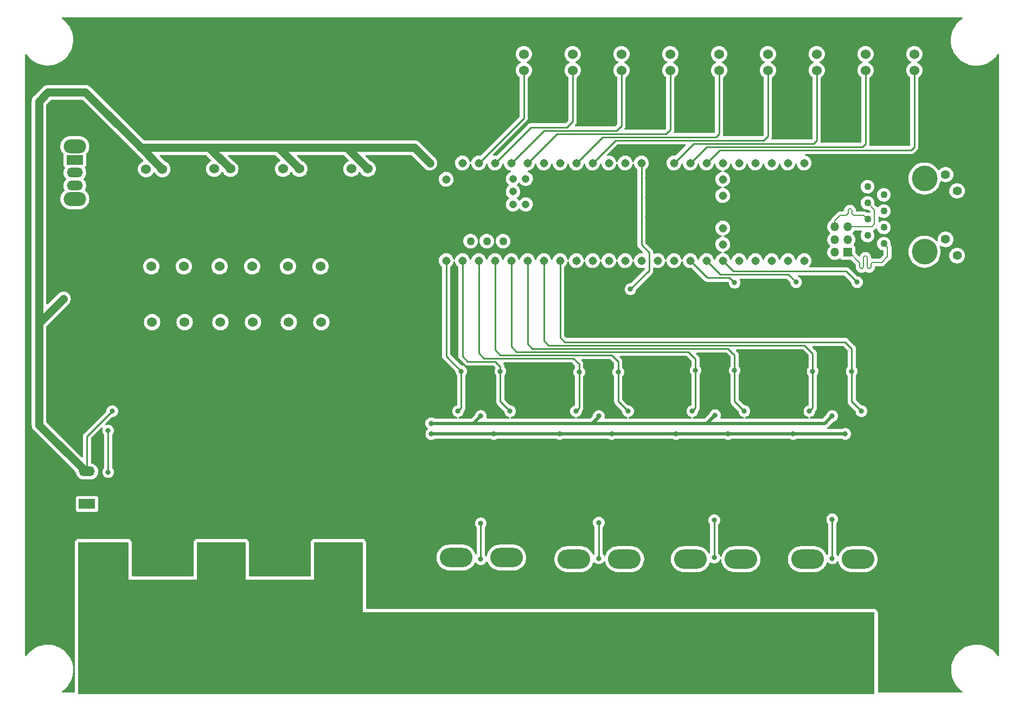
<source format=gbl>
%TF.GenerationSoftware,KiCad,Pcbnew,(6.0.10)*%
%TF.CreationDate,2022-12-28T15:38:02-06:00*%
%TF.ProjectId,ScienceMotorController_Hardware_2023,53636965-6e63-4654-9d6f-746f72436f6e,rev?*%
%TF.SameCoordinates,Original*%
%TF.FileFunction,Copper,L2,Bot*%
%TF.FilePolarity,Positive*%
%FSLAX46Y46*%
G04 Gerber Fmt 4.6, Leading zero omitted, Abs format (unit mm)*
G04 Created by KiCad (PCBNEW (6.0.10)) date 2022-12-28 15:38:02*
%MOMM*%
%LPD*%
G01*
G04 APERTURE LIST*
%TA.AperFunction,ComponentPad*%
%ADD10R,1.350000X1.350000*%
%TD*%
%TA.AperFunction,ComponentPad*%
%ADD11O,1.350000X1.350000*%
%TD*%
%TA.AperFunction,ComponentPad*%
%ADD12C,1.524000*%
%TD*%
%TA.AperFunction,ComponentPad*%
%ADD13O,3.500000X2.200000*%
%TD*%
%TA.AperFunction,ComponentPad*%
%ADD14R,2.500000X1.500000*%
%TD*%
%TA.AperFunction,ComponentPad*%
%ADD15O,2.500000X1.500000*%
%TD*%
%TA.AperFunction,ComponentPad*%
%ADD16C,1.308000*%
%TD*%
%TA.AperFunction,ComponentPad*%
%ADD17C,1.258000*%
%TD*%
%TA.AperFunction,ComponentPad*%
%ADD18C,1.208000*%
%TD*%
%TA.AperFunction,ComponentPad*%
%ADD19C,1.100000*%
%TD*%
%TA.AperFunction,ComponentPad*%
%ADD20C,1.400000*%
%TD*%
%TA.AperFunction,ComponentPad*%
%ADD21C,4.000000*%
%TD*%
%TA.AperFunction,ComponentPad*%
%ADD22C,2.000000*%
%TD*%
%TA.AperFunction,ComponentPad*%
%ADD23O,5.100000X3.000000*%
%TD*%
%TA.AperFunction,ViaPad*%
%ADD24C,0.800000*%
%TD*%
%TA.AperFunction,Conductor*%
%ADD25C,1.270000*%
%TD*%
%TA.AperFunction,Conductor*%
%ADD26C,0.254000*%
%TD*%
%TA.AperFunction,Conductor*%
%ADD27C,0.508000*%
%TD*%
%TA.AperFunction,Conductor*%
%ADD28C,0.200000*%
%TD*%
G04 APERTURE END LIST*
D10*
X163830000Y-88866000D03*
D11*
X161830000Y-88866000D03*
X163830000Y-86866000D03*
X161830000Y-86866000D03*
X163830000Y-84866000D03*
X161830000Y-84866000D03*
D12*
X78232000Y-75817950D03*
X75692000Y-75817950D03*
X73152000Y-75817950D03*
X67448750Y-75817950D03*
X64908750Y-75817950D03*
X62368750Y-75817950D03*
D13*
X43180000Y-72320000D03*
X43180000Y-80520000D03*
D14*
X43180000Y-74420000D03*
D15*
X43180000Y-76420000D03*
X43180000Y-78420000D03*
D12*
X128510000Y-57910000D03*
X128510000Y-60450000D03*
X120890000Y-57910000D03*
X120890000Y-60450000D03*
X60325000Y-99771600D03*
X57785000Y-99771600D03*
X55245000Y-99771600D03*
X113270000Y-57910000D03*
X113270000Y-60450000D03*
X88900000Y-75817000D03*
X86360000Y-75817000D03*
X83820000Y-75817000D03*
X81534000Y-91059000D03*
X78994000Y-91059000D03*
X76454000Y-91059000D03*
D16*
X101143500Y-90168000D03*
X103683500Y-90168000D03*
X106223500Y-90168000D03*
X108763500Y-90168000D03*
X134163500Y-90168000D03*
X103683500Y-74928000D03*
X144323500Y-85088000D03*
X111303500Y-90168000D03*
X113843500Y-90168000D03*
D17*
X104953500Y-87118000D03*
D16*
X116383500Y-90168000D03*
X118923500Y-90168000D03*
X121463500Y-90168000D03*
X124003500Y-90168000D03*
X126543500Y-90168000D03*
X129083500Y-90168000D03*
X131623500Y-90168000D03*
X131623500Y-74928000D03*
X129083500Y-74928000D03*
X126543500Y-74928000D03*
X124003500Y-74928000D03*
X121463500Y-74928000D03*
X118923500Y-74928000D03*
X116383500Y-74928000D03*
X113843500Y-74928000D03*
X111303500Y-74928000D03*
X108763500Y-74928000D03*
X106223500Y-74928000D03*
X136703500Y-90168000D03*
X139243500Y-90168000D03*
X141783500Y-90168000D03*
X144323500Y-90168000D03*
X146863500Y-90168000D03*
X149403500Y-90168000D03*
X151943500Y-90168000D03*
X154483500Y-90168000D03*
X157023500Y-90168000D03*
X157023500Y-74928000D03*
X154483500Y-74928000D03*
X151943500Y-74928000D03*
X149403500Y-74928000D03*
X146863500Y-74928000D03*
X144323500Y-74928000D03*
X141783500Y-74928000D03*
X139243500Y-74928000D03*
X136703500Y-74928000D03*
D17*
X110033500Y-87118000D03*
X107493500Y-87118000D03*
D16*
X98603500Y-90168000D03*
X134163500Y-74928000D03*
X101143500Y-74928000D03*
X144323500Y-82548000D03*
D18*
X113573500Y-79378000D03*
X111573500Y-79378000D03*
D16*
X144323500Y-77468000D03*
X144323500Y-80008000D03*
D18*
X111573500Y-77378000D03*
X113573500Y-77378000D03*
X113573500Y-81378000D03*
X111573500Y-81378000D03*
D17*
X112573500Y-87118000D03*
X115113500Y-87118000D03*
D16*
X144323500Y-87628000D03*
X98603500Y-74928000D03*
X101143500Y-77468000D03*
D12*
X158990000Y-57910000D03*
X158990000Y-60450000D03*
X136130000Y-57910000D03*
X136130000Y-60450000D03*
X60198000Y-91059000D03*
X57658000Y-91059000D03*
X55118000Y-91059000D03*
X70993000Y-99771600D03*
X68453000Y-99771600D03*
X65913000Y-99771600D03*
X151370000Y-57910000D03*
X151370000Y-60450000D03*
D14*
X45085000Y-128162500D03*
D15*
X45085000Y-125622500D03*
X45085000Y-123082500D03*
D12*
X56832500Y-75880500D03*
X54292500Y-75880500D03*
X51752500Y-75880500D03*
X81661000Y-99771600D03*
X79121000Y-99771600D03*
X76581000Y-99771600D03*
D19*
X169469500Y-87501000D03*
X166929500Y-86231000D03*
X169469500Y-84961000D03*
X166929500Y-83691000D03*
X169469500Y-82421000D03*
X166929500Y-81151000D03*
X169469500Y-79881000D03*
X166929500Y-78611000D03*
D20*
X180899500Y-89381000D03*
X179109500Y-86841000D03*
X180899500Y-79271000D03*
X179109500Y-76731000D03*
D21*
X175819500Y-88771000D03*
X175819500Y-77341000D03*
D22*
X172769500Y-90931000D03*
X172769500Y-75181000D03*
D12*
X143750000Y-57910000D03*
X143750000Y-60450000D03*
X70866000Y-91059000D03*
X68326000Y-91059000D03*
X65786000Y-91059000D03*
X166610000Y-57910000D03*
X166610000Y-60450000D03*
X174230000Y-57910000D03*
X174230000Y-60450000D03*
D23*
X110575000Y-136518600D03*
X102701000Y-136518600D03*
X147151000Y-136772600D03*
X139277000Y-136772600D03*
X128990000Y-136772600D03*
X121116000Y-136772600D03*
X92202000Y-136462800D03*
X84328000Y-136462800D03*
X55626000Y-136462800D03*
X47752000Y-136462800D03*
X73914000Y-136462800D03*
X66040000Y-136462800D03*
X165426000Y-136772600D03*
X157552000Y-136772600D03*
D24*
X161290000Y-146431000D03*
X153162000Y-146431000D03*
X151511000Y-146431000D03*
X114935000Y-146558000D03*
X116713000Y-146558000D03*
X133350000Y-146558000D03*
X134874000Y-146558000D03*
X143002000Y-146558000D03*
X124714000Y-146431000D03*
X98298000Y-146558000D03*
X106426000Y-146558000D03*
X57404000Y-64262000D03*
X66929000Y-64262000D03*
X76454000Y-64262000D03*
X85979000Y-64262000D03*
X95504000Y-64262000D03*
X105156000Y-64262000D03*
X41402000Y-96139000D03*
X129921000Y-94615000D03*
X106553000Y-114427000D03*
X161404000Y-114427000D03*
X124968000Y-114427000D03*
X143129000Y-114300000D03*
X98806000Y-115570000D03*
X137033000Y-129794000D03*
X124460000Y-62484000D03*
X145542000Y-113665000D03*
X146431000Y-129729000D03*
X79248000Y-66040000D03*
X77470000Y-121666000D03*
X167246000Y-118491000D03*
X130556000Y-83312000D03*
X85852000Y-132588000D03*
X120142000Y-129794000D03*
X140843000Y-118491000D03*
X156578000Y-129794000D03*
X90424000Y-111252000D03*
X153162000Y-83566000D03*
X82804000Y-124968000D03*
X148971000Y-129729000D03*
X162560000Y-62484000D03*
X155308000Y-129794000D03*
X83820000Y-83820000D03*
X99568000Y-98552000D03*
X60960000Y-66040000D03*
X127381000Y-113665000D03*
X161404000Y-107442000D03*
X139700000Y-62484000D03*
X73660000Y-86360000D03*
X112395000Y-129794000D03*
X118872000Y-113665000D03*
X143129000Y-107315000D03*
X82804000Y-132588000D03*
X77470000Y-124460000D03*
X98806000Y-66040000D03*
X132588000Y-77216000D03*
X104267000Y-118491000D03*
X109855000Y-129794000D03*
X120396000Y-96012000D03*
X69850000Y-121666000D03*
X62479339Y-124459999D03*
X101473000Y-108712000D03*
X100457000Y-113665000D03*
X88900000Y-66040000D03*
X132588000Y-80264000D03*
X96520000Y-105156000D03*
X128270000Y-129794000D03*
X159118000Y-118491000D03*
X177800000Y-62484000D03*
X54864000Y-121666000D03*
X130810000Y-118491000D03*
X116840000Y-62484000D03*
X73660000Y-83820000D03*
X138303000Y-129794000D03*
X167246000Y-129794000D03*
X136652000Y-87630000D03*
X90170000Y-91059000D03*
X155308000Y-113665000D03*
X163817000Y-113665000D03*
X157848000Y-129794000D03*
X61976000Y-86360000D03*
X122682000Y-118491000D03*
X148971000Y-118491000D03*
X164706000Y-129794000D03*
X54864000Y-124460000D03*
X91948000Y-119380000D03*
X154940000Y-62484000D03*
X141732000Y-87630000D03*
X130556000Y-77216000D03*
X108585000Y-129794000D03*
X69850000Y-124460000D03*
X92710000Y-91059000D03*
X147320000Y-62484000D03*
X102997000Y-129794000D03*
X124968000Y-107442000D03*
X83820000Y-86360000D03*
X100457000Y-129794000D03*
X111125000Y-129794000D03*
X139573000Y-129794000D03*
X69596000Y-66040000D03*
X120396000Y-98552000D03*
X170180000Y-62484000D03*
X91948000Y-113792000D03*
X95250000Y-91059000D03*
X163436000Y-129794000D03*
X51308000Y-66040000D03*
X137033000Y-113665000D03*
X145161000Y-129729000D03*
X129540000Y-129794000D03*
X122682000Y-129794000D03*
X61976000Y-83820000D03*
X62479339Y-121665999D03*
X106553000Y-107442000D03*
X112395000Y-118491000D03*
X118872000Y-129794000D03*
X109093000Y-113665000D03*
X165976000Y-129794000D03*
X101727000Y-129794000D03*
X99568000Y-96012000D03*
X153162000Y-87630000D03*
X140843000Y-129794000D03*
X84328000Y-117348000D03*
X121412000Y-129794000D03*
X159118000Y-129794000D03*
X104267000Y-129794000D03*
X147701000Y-129729000D03*
X51816000Y-83820000D03*
X127000000Y-129794000D03*
X130810000Y-129794000D03*
X51816000Y-86360000D03*
X132588000Y-83312000D03*
X85852000Y-124968000D03*
X100076000Y-105664000D03*
X130556000Y-80264000D03*
X111633000Y-108712000D03*
X132080000Y-62484000D03*
X106426000Y-156718000D03*
X161290000Y-156464000D03*
X51689000Y-150114000D03*
X143002000Y-148336000D03*
X69977000Y-148209000D03*
X98820000Y-117235000D03*
X112395000Y-148590000D03*
X161290000Y-148336000D03*
X124714000Y-154432000D03*
X167246000Y-148463000D03*
X120142000Y-148336000D03*
X124714000Y-156464000D03*
X146431000Y-148463000D03*
X51689000Y-152146000D03*
X111125000Y-148590000D03*
X122682000Y-148336000D03*
X137033000Y-117221000D03*
X51689000Y-154178000D03*
X143002000Y-156464000D03*
X137033000Y-148463000D03*
X88265000Y-148336000D03*
X104267000Y-148590000D03*
X69977000Y-154305000D03*
X108585000Y-117221000D03*
X143002000Y-152400000D03*
X164706000Y-148463000D03*
X139573000Y-148463000D03*
X69977000Y-152273000D03*
X161290000Y-150368000D03*
X161290000Y-154432000D03*
X165976000Y-148463000D03*
X121412000Y-148336000D03*
X124714000Y-148336000D03*
X48387000Y-116713000D03*
X155321000Y-117221000D03*
X143002000Y-154432000D03*
X88265000Y-154432000D03*
X155308000Y-148463000D03*
X51689000Y-156210000D03*
X159118000Y-148463000D03*
X148971000Y-148463000D03*
X156578000Y-148463000D03*
X124714000Y-152400000D03*
X109855000Y-148590000D03*
X163449000Y-117221000D03*
X101727000Y-148590000D03*
X69977000Y-150241000D03*
X118872000Y-148336000D03*
X106426000Y-150622000D03*
X108585000Y-148590000D03*
X128270000Y-148336000D03*
X143002000Y-150368000D03*
X124714000Y-150368000D03*
X106426000Y-148590000D03*
X48387000Y-123190000D03*
X138303000Y-148463000D03*
X102997000Y-148590000D03*
X129540000Y-148336000D03*
X118872000Y-117221000D03*
X140843000Y-148463000D03*
X145161000Y-148463000D03*
X88265000Y-156464000D03*
X127000000Y-117221000D03*
X69977000Y-156337000D03*
X161290000Y-152400000D03*
X163436000Y-148463000D03*
X127000000Y-148336000D03*
X130810000Y-148336000D03*
X100457000Y-148590000D03*
X147701000Y-148463000D03*
X106426000Y-154686000D03*
X88265000Y-150368000D03*
X106426000Y-152654000D03*
X145161000Y-117221000D03*
X51689000Y-148082000D03*
X88265000Y-152400000D03*
X157848000Y-148463000D03*
X164452000Y-107442000D03*
X165976000Y-113665000D03*
X111125000Y-113665000D03*
X109601000Y-107442000D03*
X158356000Y-107442000D03*
X157848000Y-113665000D03*
X102997000Y-113665000D03*
X103505000Y-107442000D03*
X128016000Y-107569000D03*
X129540000Y-113665000D03*
X146177000Y-107315000D03*
X147701000Y-113665000D03*
X121412000Y-113665000D03*
X121920000Y-107569000D03*
X140081000Y-107315000D03*
X139573000Y-113665000D03*
X161404000Y-130556000D03*
X161404000Y-136652000D03*
X49022000Y-113665000D03*
X124968000Y-136652000D03*
X124968000Y-131064000D03*
X106553000Y-136779000D03*
X106553000Y-131191000D03*
X165291000Y-93536000D03*
X155766000Y-93536000D03*
X146177000Y-93599000D03*
X143002000Y-130683000D03*
X143002000Y-136525000D03*
D25*
X96192500Y-72517000D02*
X98603500Y-74928000D01*
X85598000Y-72517000D02*
X96192500Y-72517000D01*
D26*
X118923500Y-90168000D02*
X118923500Y-102159500D01*
X116383500Y-90168000D02*
X116383500Y-102667500D01*
X113843500Y-90168000D02*
X113843500Y-103175500D01*
X111303500Y-90168000D02*
X111303500Y-103556500D01*
X128016000Y-105918000D02*
X128016000Y-107569000D01*
X127000000Y-104902000D02*
X128016000Y-105918000D01*
X108763500Y-90168000D02*
X108763500Y-104064500D01*
X108763500Y-104064500D02*
X109601000Y-104902000D01*
X109601000Y-104902000D02*
X127000000Y-104902000D01*
X121920000Y-106299000D02*
X121920000Y-107569000D01*
X107061000Y-105410000D02*
X121031000Y-105410000D01*
X106223500Y-104572500D02*
X107061000Y-105410000D01*
X106223500Y-90168000D02*
X106223500Y-104572500D01*
X121031000Y-105410000D02*
X121920000Y-106299000D01*
X109601000Y-106680000D02*
X109601000Y-107442000D01*
X108839000Y-105918000D02*
X109601000Y-106680000D01*
X104521000Y-105918000D02*
X108839000Y-105918000D01*
X103683500Y-105080500D02*
X104521000Y-105918000D01*
X103683500Y-90168000D02*
X103683500Y-105080500D01*
X101143500Y-90168000D02*
X101143500Y-105080500D01*
X132842000Y-88900000D02*
X132842000Y-91694000D01*
X131623500Y-87681500D02*
X132842000Y-88900000D01*
X132842000Y-91694000D02*
X129921000Y-94615000D01*
X131623500Y-74928000D02*
X131623500Y-87681500D01*
D27*
X105410000Y-115570000D02*
X98806000Y-115570000D01*
X124968000Y-114554000D02*
X123952000Y-115570000D01*
X105410000Y-115570000D02*
X141859000Y-115570000D01*
X141859000Y-115570000D02*
X160261000Y-115570000D01*
X161404000Y-114427000D02*
X160261000Y-115570000D01*
X124968000Y-114427000D02*
X124968000Y-114554000D01*
X106553000Y-114427000D02*
X105410000Y-115570000D01*
X141859000Y-115570000D02*
X143129000Y-114300000D01*
X137033000Y-117221000D02*
X145161000Y-117221000D01*
X98834000Y-117221000D02*
X108585000Y-117221000D01*
D26*
X48387000Y-116713000D02*
X48387000Y-123190000D01*
D27*
X155321000Y-117221000D02*
X163449000Y-117221000D01*
X98820000Y-117235000D02*
X98834000Y-117221000D01*
X127000000Y-117221000D02*
X137033000Y-117221000D01*
X145161000Y-117221000D02*
X155321000Y-117221000D01*
X118872000Y-117221000D02*
X127000000Y-117221000D01*
X108585000Y-117221000D02*
X118872000Y-117221000D01*
D26*
X164452000Y-107442000D02*
X164452000Y-103873000D01*
X165976000Y-113665000D02*
X164452000Y-112141000D01*
X164452000Y-103873000D02*
X163449000Y-102870000D01*
X163449000Y-102870000D02*
X119634000Y-102870000D01*
X164452000Y-112141000D02*
X164452000Y-107442000D01*
X119634000Y-102870000D02*
X118923500Y-102159500D01*
X109601000Y-112141000D02*
X109601000Y-107442000D01*
X111125000Y-113665000D02*
X109601000Y-112141000D01*
X158356000Y-107442000D02*
X158369000Y-107429000D01*
X158369000Y-107429000D02*
X158369000Y-104648000D01*
X158369000Y-104648000D02*
X157099000Y-103378000D01*
X157848000Y-113665000D02*
X158356000Y-113157000D01*
X157099000Y-103378000D02*
X117094000Y-103378000D01*
X158356000Y-113157000D02*
X158356000Y-112522000D01*
X158356000Y-112522000D02*
X158356000Y-107442000D01*
X117094000Y-103378000D02*
X116383500Y-102667500D01*
X103505000Y-113157000D02*
X103505000Y-107442000D01*
X102997000Y-113665000D02*
X103505000Y-113157000D01*
X103505000Y-107442000D02*
X101143500Y-105080500D01*
X129540000Y-113665000D02*
X128016000Y-112141000D01*
X128016000Y-112141000D02*
X128016000Y-107569000D01*
X147701000Y-113665000D02*
X146177000Y-112141000D01*
X146177000Y-104902000D02*
X145161000Y-103886000D01*
X146177000Y-107442000D02*
X146177000Y-107315000D01*
X146177000Y-112141000D02*
X146177000Y-107442000D01*
X145161000Y-103886000D02*
X114554000Y-103886000D01*
X114554000Y-103886000D02*
X113843500Y-103175500D01*
X146177000Y-107315000D02*
X146177000Y-104902000D01*
X121920000Y-113157000D02*
X121920000Y-107569000D01*
X121412000Y-113665000D02*
X121920000Y-113157000D01*
X112141000Y-104394000D02*
X111303500Y-103556500D01*
X140081000Y-107442000D02*
X140081000Y-107315000D01*
X140081000Y-113157000D02*
X140081000Y-107442000D01*
X139573000Y-113665000D02*
X140081000Y-113157000D01*
X140081000Y-107315000D02*
X140081000Y-105537000D01*
X138938000Y-104394000D02*
X112141000Y-104394000D01*
X140081000Y-105537000D02*
X138938000Y-104394000D01*
X114351500Y-69340000D02*
X108763500Y-74928000D01*
X120890000Y-68465000D02*
X120015000Y-69340000D01*
X120890000Y-60450000D02*
X120890000Y-68465000D01*
X120015000Y-69340000D02*
X114351500Y-69340000D01*
X116383500Y-69848000D02*
X111303500Y-74928000D01*
X128510000Y-60450000D02*
X128510000Y-69100000D01*
X128510000Y-69100000D02*
X127762000Y-69848000D01*
X127762000Y-69848000D02*
X116383500Y-69848000D01*
X106223500Y-74928000D02*
X113246250Y-67905250D01*
X113270000Y-67881500D02*
X113246250Y-67905250D01*
X113270000Y-60450000D02*
X113270000Y-67881500D01*
X135509000Y-70356000D02*
X118415500Y-70356000D01*
X136130000Y-69735000D02*
X135509000Y-70356000D01*
X118415500Y-70356000D02*
X113843500Y-74928000D01*
X136130000Y-60450000D02*
X136130000Y-69735000D01*
X143750000Y-60450000D02*
X143750000Y-70370000D01*
X143256000Y-70864000D02*
X125527500Y-70864000D01*
X125527500Y-70864000D02*
X121463500Y-74928000D01*
X143750000Y-70370000D02*
X143256000Y-70864000D01*
X151370000Y-70751000D02*
X150749000Y-71372000D01*
X127559500Y-71372000D02*
X124003500Y-74928000D01*
X150749000Y-71372000D02*
X127559500Y-71372000D01*
X151370000Y-60450000D02*
X151370000Y-70751000D01*
X161404000Y-136652000D02*
X161404000Y-130556000D01*
X45085000Y-117602000D02*
X45085000Y-123082500D01*
D25*
X78232000Y-75817950D02*
X74931050Y-72517000D01*
X64262000Y-72631200D02*
X64262000Y-72517000D01*
X74931050Y-72517000D02*
X74930000Y-72517000D01*
X38989000Y-63881000D02*
X37592000Y-65278000D01*
X64262000Y-72517000D02*
X53469000Y-72517000D01*
X44833000Y-63881000D02*
X38989000Y-63881000D01*
D26*
X49022000Y-113665000D02*
X45085000Y-117602000D01*
D25*
X53150500Y-72198500D02*
X44833000Y-63881000D01*
X37592000Y-99949000D02*
X41402000Y-96139000D01*
X86104000Y-73023000D02*
X85598000Y-72517000D01*
X53150500Y-72198500D02*
X53469000Y-72517000D01*
X37592000Y-115824000D02*
X37592000Y-99949000D01*
X37592000Y-65278000D02*
X37592000Y-99949000D01*
X86106000Y-73023000D02*
X88900000Y-75817000D01*
X85598000Y-72517000D02*
X74930000Y-72517000D01*
X45085000Y-123082500D02*
X44850500Y-123082500D01*
X74930000Y-72517000D02*
X64262000Y-72517000D01*
X44850500Y-123082500D02*
X37592000Y-115824000D01*
X53150500Y-72198500D02*
X56832500Y-75880500D01*
X86106000Y-73023000D02*
X86104000Y-73023000D01*
X67448750Y-75817950D02*
X64262000Y-72631200D01*
D26*
X124968000Y-136652000D02*
X124968000Y-131064000D01*
D28*
X166886000Y-91122000D02*
X166886000Y-89722000D01*
X165686000Y-90500000D02*
X164052000Y-88866000D01*
X166286000Y-89722000D02*
X166286000Y-91122000D01*
X169164000Y-90422000D02*
X167786000Y-90422000D01*
X165686000Y-91122000D02*
X165686000Y-90500000D01*
X169469500Y-87501000D02*
X170053000Y-88084500D01*
X164052000Y-88866000D02*
X163830000Y-88866000D01*
X167486000Y-90722000D02*
X167486000Y-91122000D01*
X170053000Y-88084500D02*
X170053000Y-89533000D01*
X170053000Y-89533000D02*
X169164000Y-90422000D01*
X166586000Y-89422000D02*
G75*
G02*
X166886000Y-89722000I0J-300000D01*
G01*
X167186000Y-91422000D02*
G75*
G03*
X167486000Y-91122000I0J300000D01*
G01*
X166286000Y-89722000D02*
G75*
G02*
X166586000Y-89422000I300000J0D01*
G01*
X165686000Y-91122000D02*
G75*
G03*
X165986000Y-91422000I300000J0D01*
G01*
X167486000Y-90722000D02*
G75*
G02*
X167786000Y-90422000I300000J0D01*
G01*
X165986000Y-91422000D02*
G75*
G03*
X166286000Y-91122000I0J300000D01*
G01*
X166886000Y-91122000D02*
G75*
G03*
X167186000Y-91422000I300000J0D01*
G01*
X161830000Y-83913000D02*
X161830000Y-84866000D01*
X163576000Y-83056000D02*
X162687000Y-83056000D01*
X166929500Y-83691000D02*
X166294500Y-83056000D01*
X164476000Y-82756000D02*
X164476000Y-82356000D01*
X162687000Y-83056000D02*
X161830000Y-83913000D01*
X166294500Y-83056000D02*
X164776000Y-83056000D01*
X163876000Y-82356000D02*
X163876000Y-82756000D01*
X163576000Y-83056000D02*
G75*
G03*
X163876000Y-82756000I0J300000D01*
G01*
X164476000Y-82756000D02*
G75*
G03*
X164776000Y-83056000I300000J0D01*
G01*
X164176000Y-82056000D02*
G75*
G02*
X164476000Y-82356000I0J-300000D01*
G01*
X163876000Y-82356000D02*
G75*
G02*
X164176000Y-82056000I300000J0D01*
G01*
X167608000Y-84866000D02*
X168021000Y-84453000D01*
X168021000Y-82242500D02*
X167983250Y-82204750D01*
X163830000Y-84866000D02*
X167608000Y-84866000D01*
X167983250Y-82204750D02*
X166929500Y-81151000D01*
X168021000Y-84453000D02*
X168021000Y-82242500D01*
D26*
X158990000Y-60450000D02*
X158990000Y-71386000D01*
X139751500Y-71880000D02*
X136703500Y-74928000D01*
X158990000Y-71386000D02*
X158496000Y-71880000D01*
X158496000Y-71880000D02*
X139751500Y-71880000D01*
X106553000Y-136779000D02*
X106553000Y-131191000D01*
X145976500Y-91821000D02*
X163576000Y-91821000D01*
X144323500Y-90168000D02*
X145976500Y-91821000D01*
X163576000Y-91821000D02*
X165291000Y-93536000D01*
X141783500Y-90168000D02*
X143944500Y-92329000D01*
X154559000Y-92329000D02*
X155766000Y-93536000D01*
X143944500Y-92329000D02*
X154559000Y-92329000D01*
X145415000Y-92837000D02*
X141912500Y-92837000D01*
X146177000Y-93599000D02*
X145415000Y-92837000D01*
X139243500Y-90168000D02*
X141912500Y-92837000D01*
X143002000Y-136525000D02*
X143002000Y-131318000D01*
X143002000Y-131318000D02*
X143002000Y-130683000D01*
X166116000Y-72388000D02*
X141783500Y-72388000D01*
X166610000Y-60450000D02*
X166610000Y-71894000D01*
X141783500Y-72388000D02*
X139243500Y-74928000D01*
X166610000Y-71894000D02*
X166116000Y-72388000D01*
X174230000Y-60450000D02*
X174230000Y-72402000D01*
X174230000Y-72402000D02*
X173736000Y-72896000D01*
X143815500Y-72896000D02*
X141783500Y-74928000D01*
X173736000Y-72896000D02*
X143815500Y-72896000D01*
%TA.AperFunction,Conductor*%
G36*
X51504121Y-134132002D02*
G01*
X51550614Y-134185658D01*
X51562000Y-134238000D01*
X51562000Y-139954000D01*
X62230000Y-139954000D01*
X62230000Y-134238000D01*
X62250002Y-134169879D01*
X62303658Y-134123386D01*
X62356000Y-134112000D01*
X69724000Y-134112000D01*
X69792121Y-134132002D01*
X69838614Y-134185658D01*
X69850000Y-134238000D01*
X69850000Y-139954000D01*
X80518000Y-139954000D01*
X80518000Y-134238000D01*
X80538002Y-134169879D01*
X80591658Y-134123386D01*
X80644000Y-134112000D01*
X88012000Y-134112000D01*
X88080121Y-134132002D01*
X88126614Y-134185658D01*
X88138000Y-134238000D01*
X88138000Y-145034000D01*
X167895000Y-145034000D01*
X167963121Y-145054002D01*
X168009614Y-145107658D01*
X168021000Y-145160000D01*
X168021000Y-157734500D01*
X168000998Y-157802621D01*
X167947342Y-157849114D01*
X167895000Y-157860500D01*
X43814000Y-157860500D01*
X43745879Y-157840498D01*
X43699386Y-157786842D01*
X43688000Y-157734500D01*
X43688000Y-134238000D01*
X43708002Y-134169879D01*
X43761658Y-134123386D01*
X43814000Y-134112000D01*
X51436000Y-134112000D01*
X51504121Y-134132002D01*
G37*
%TD.AperFunction*%
%TA.AperFunction,Conductor*%
G36*
X181713507Y-52217502D02*
G01*
X181760000Y-52271158D01*
X181770104Y-52341432D01*
X181740610Y-52406012D01*
X181710939Y-52431105D01*
X181659669Y-52462339D01*
X181343899Y-52700721D01*
X181341617Y-52702831D01*
X181341608Y-52702838D01*
X181229923Y-52806079D01*
X181053366Y-52969287D01*
X181051294Y-52971625D01*
X181051289Y-52971630D01*
X180793028Y-53263029D01*
X180793023Y-53263035D01*
X180790944Y-53265381D01*
X180559227Y-53586074D01*
X180360507Y-53928196D01*
X180359217Y-53931033D01*
X180359215Y-53931037D01*
X180198041Y-54285521D01*
X180196749Y-54288363D01*
X180069572Y-54663013D01*
X179980234Y-55048443D01*
X179929619Y-55440839D01*
X179918227Y-55836322D01*
X179946170Y-56230982D01*
X180013173Y-56620915D01*
X180014005Y-56623924D01*
X180014006Y-56623930D01*
X180038226Y-56711560D01*
X180118572Y-57002265D01*
X180119702Y-57005185D01*
X180119703Y-57005189D01*
X180221306Y-57267815D01*
X180261326Y-57371261D01*
X180262741Y-57374055D01*
X180262744Y-57374063D01*
X180343317Y-57533224D01*
X180440023Y-57724255D01*
X180652895Y-58057755D01*
X180897838Y-58368463D01*
X180900013Y-58370719D01*
X180900018Y-58370725D01*
X181014797Y-58489790D01*
X181172429Y-58653308D01*
X181174822Y-58655341D01*
X181471559Y-58907438D01*
X181471567Y-58907445D01*
X181473954Y-58909472D01*
X181476534Y-58911255D01*
X181796857Y-59132645D01*
X181796866Y-59132650D01*
X181799429Y-59134422D01*
X181802164Y-59135935D01*
X181802169Y-59135938D01*
X181929330Y-59206279D01*
X182145638Y-59325934D01*
X182148507Y-59327167D01*
X182148518Y-59327172D01*
X182506287Y-59480881D01*
X182509155Y-59482113D01*
X182512132Y-59483054D01*
X182512136Y-59483056D01*
X182597687Y-59510112D01*
X182886387Y-59601416D01*
X182889455Y-59602060D01*
X182889456Y-59602060D01*
X183058067Y-59637438D01*
X183273603Y-59682662D01*
X183276721Y-59682998D01*
X183664522Y-59724785D01*
X183664525Y-59724785D01*
X183666973Y-59725049D01*
X183669436Y-59725120D01*
X183669437Y-59725120D01*
X183673086Y-59725225D01*
X183724291Y-59726700D01*
X183995352Y-59726700D01*
X183996915Y-59726622D01*
X183996923Y-59726622D01*
X184093291Y-59721824D01*
X184291158Y-59711974D01*
X184294243Y-59711510D01*
X184294245Y-59711510D01*
X184679316Y-59653617D01*
X184682409Y-59653152D01*
X184883584Y-59602060D01*
X185062839Y-59556535D01*
X185062842Y-59556534D01*
X185065882Y-59555762D01*
X185068830Y-59554692D01*
X185434849Y-59421834D01*
X185434859Y-59421830D01*
X185437787Y-59420767D01*
X185794446Y-59249502D01*
X186132331Y-59043661D01*
X186345043Y-58883080D01*
X186445607Y-58807162D01*
X186445610Y-58807160D01*
X186448101Y-58805279D01*
X186450383Y-58803169D01*
X186450392Y-58803162D01*
X186736337Y-58538836D01*
X186738634Y-58536713D01*
X186776263Y-58494256D01*
X186998972Y-58242971D01*
X186998977Y-58242965D01*
X187001056Y-58240619D01*
X187135094Y-58055112D01*
X187223370Y-57932940D01*
X187279479Y-57889439D01*
X187350199Y-57883179D01*
X187413077Y-57916146D01*
X187448150Y-57977874D01*
X187451500Y-58006734D01*
X187451500Y-151778817D01*
X187431498Y-151846938D01*
X187377842Y-151893431D01*
X187307568Y-151903535D01*
X187242988Y-151874041D01*
X187219292Y-151846610D01*
X187183685Y-151790825D01*
X186938742Y-151480117D01*
X186936567Y-151477861D01*
X186936562Y-151477855D01*
X186774502Y-151309744D01*
X186664151Y-151195272D01*
X186661579Y-151193087D01*
X186365021Y-150941142D01*
X186365013Y-150941135D01*
X186362626Y-150939108D01*
X186168471Y-150804919D01*
X186039723Y-150715935D01*
X186039714Y-150715930D01*
X186037151Y-150714158D01*
X186034416Y-150712645D01*
X186034411Y-150712642D01*
X185826660Y-150597721D01*
X185690942Y-150522646D01*
X185688073Y-150521413D01*
X185688062Y-150521408D01*
X185330293Y-150367699D01*
X185330290Y-150367698D01*
X185327425Y-150366467D01*
X185324448Y-150365526D01*
X185324444Y-150365524D01*
X185195669Y-150324798D01*
X184950193Y-150247164D01*
X184562977Y-150165918D01*
X184559859Y-150165582D01*
X184172058Y-150123795D01*
X184172055Y-150123795D01*
X184169607Y-150123531D01*
X184167144Y-150123460D01*
X184167143Y-150123460D01*
X184163494Y-150123355D01*
X184112289Y-150121880D01*
X183841228Y-150121880D01*
X183839665Y-150121958D01*
X183839657Y-150121958D01*
X183743289Y-150126756D01*
X183545422Y-150136606D01*
X183542337Y-150137070D01*
X183542335Y-150137070D01*
X183352690Y-150165582D01*
X183154171Y-150195428D01*
X183151136Y-150196199D01*
X183151135Y-150196199D01*
X182773741Y-150292045D01*
X182773738Y-150292046D01*
X182770698Y-150292818D01*
X182767751Y-150293888D01*
X182767750Y-150293888D01*
X182401731Y-150426746D01*
X182401721Y-150426750D01*
X182398793Y-150427813D01*
X182042134Y-150599078D01*
X181704249Y-150804919D01*
X181388479Y-151043301D01*
X181386197Y-151045411D01*
X181386188Y-151045418D01*
X181226277Y-151193239D01*
X181097946Y-151311867D01*
X181095874Y-151314205D01*
X181095869Y-151314210D01*
X180837608Y-151605609D01*
X180837603Y-151605615D01*
X180835524Y-151607961D01*
X180603807Y-151928654D01*
X180405087Y-152270776D01*
X180403797Y-152273613D01*
X180403795Y-152273617D01*
X180309844Y-152480252D01*
X180241329Y-152630943D01*
X180114152Y-153005593D01*
X180024814Y-153391023D01*
X179974199Y-153783419D01*
X179962807Y-154178902D01*
X179990750Y-154573562D01*
X180057753Y-154963495D01*
X180163152Y-155344845D01*
X180164282Y-155347765D01*
X180164283Y-155347769D01*
X180247573Y-155563059D01*
X180305906Y-155713841D01*
X180307321Y-155716635D01*
X180307324Y-155716643D01*
X180483184Y-156064032D01*
X180484603Y-156066835D01*
X180697475Y-156400335D01*
X180942418Y-156711043D01*
X180944593Y-156713299D01*
X180944598Y-156713305D01*
X181068048Y-156841364D01*
X181217009Y-156995888D01*
X181219402Y-156997921D01*
X181516139Y-157250018D01*
X181516147Y-157250025D01*
X181518534Y-157252052D01*
X181521114Y-157253835D01*
X181699097Y-157376847D01*
X181743763Y-157432033D01*
X181751504Y-157502606D01*
X181719860Y-157566161D01*
X181658880Y-157602519D01*
X181627458Y-157606500D01*
X168660500Y-157606500D01*
X168592379Y-157586498D01*
X168545886Y-157532842D01*
X168534500Y-157480500D01*
X168534500Y-145160000D01*
X168522766Y-145050851D01*
X168511380Y-144998509D01*
X168476710Y-144894343D01*
X168397692Y-144771388D01*
X168351199Y-144717732D01*
X168341933Y-144709703D01*
X168247550Y-144627919D01*
X168247547Y-144627917D01*
X168240739Y-144622018D01*
X168107790Y-144561302D01*
X168084036Y-144554327D01*
X168043992Y-144542569D01*
X168043988Y-144542568D01*
X168039669Y-144541300D01*
X168035220Y-144540660D01*
X168035214Y-144540659D01*
X167899447Y-144521139D01*
X167899442Y-144521139D01*
X167895000Y-144520500D01*
X88777500Y-144520500D01*
X88709379Y-144500498D01*
X88662886Y-144446842D01*
X88651500Y-144394500D01*
X88651500Y-136448333D01*
X99638822Y-136448333D01*
X99638975Y-136452721D01*
X99638975Y-136452727D01*
X99648132Y-136714928D01*
X99648625Y-136729058D01*
X99649387Y-136733381D01*
X99649388Y-136733388D01*
X99673164Y-136868224D01*
X99697402Y-137005687D01*
X99784203Y-137272835D01*
X99786131Y-137276788D01*
X99786133Y-137276793D01*
X99841313Y-137389928D01*
X99907340Y-137525302D01*
X99909795Y-137528941D01*
X99909798Y-137528947D01*
X99982890Y-137637310D01*
X100064415Y-137758176D01*
X100067360Y-137761447D01*
X100067361Y-137761448D01*
X100083437Y-137779302D01*
X100252371Y-137966922D01*
X100255733Y-137969743D01*
X100255734Y-137969744D01*
X100310202Y-138015448D01*
X100467550Y-138147479D01*
X100705764Y-138296331D01*
X100747601Y-138314958D01*
X100935578Y-138398651D01*
X100962375Y-138410582D01*
X101232390Y-138488007D01*
X101236740Y-138488618D01*
X101236743Y-138488619D01*
X101339690Y-138503087D01*
X101510552Y-138527100D01*
X103821146Y-138527100D01*
X103823332Y-138526947D01*
X103823336Y-138526947D01*
X104026827Y-138512718D01*
X104026832Y-138512717D01*
X104031212Y-138512411D01*
X104305970Y-138454009D01*
X104310099Y-138452506D01*
X104310103Y-138452505D01*
X104565781Y-138359446D01*
X104565785Y-138359444D01*
X104569926Y-138357937D01*
X104817942Y-138226064D01*
X104821503Y-138223477D01*
X105041629Y-138063547D01*
X105041632Y-138063544D01*
X105045192Y-138060958D01*
X105247252Y-137865831D01*
X105414987Y-137651139D01*
X105417481Y-137647947D01*
X105417482Y-137647946D01*
X105420188Y-137644482D01*
X105422384Y-137640678D01*
X105422389Y-137640671D01*
X105558435Y-137405031D01*
X105560636Y-137401219D01*
X105588460Y-137332353D01*
X105632524Y-137276686D01*
X105699690Y-137253678D01*
X105768631Y-137270636D01*
X105807222Y-137305494D01*
X105810654Y-137310218D01*
X105813960Y-137315944D01*
X105941747Y-137457866D01*
X106024664Y-137518109D01*
X106081122Y-137559128D01*
X106096248Y-137570118D01*
X106102276Y-137572802D01*
X106102278Y-137572803D01*
X106254713Y-137640671D01*
X106270712Y-137647794D01*
X106364113Y-137667647D01*
X106451056Y-137686128D01*
X106451061Y-137686128D01*
X106457513Y-137687500D01*
X106648487Y-137687500D01*
X106654939Y-137686128D01*
X106654944Y-137686128D01*
X106741887Y-137667647D01*
X106835288Y-137647794D01*
X106851287Y-137640671D01*
X107003722Y-137572803D01*
X107003724Y-137572802D01*
X107009752Y-137570118D01*
X107024879Y-137559128D01*
X107081336Y-137518109D01*
X107164253Y-137457866D01*
X107220708Y-137395166D01*
X107287621Y-137320852D01*
X107287622Y-137320851D01*
X107292040Y-137315944D01*
X107387527Y-137150556D01*
X107388243Y-137148352D01*
X107433195Y-137095469D01*
X107501122Y-137074821D01*
X107569430Y-137094175D01*
X107616430Y-137147387D01*
X107622151Y-137161877D01*
X107630470Y-137187482D01*
X107656840Y-137268642D01*
X107656842Y-137268646D01*
X107658203Y-137272835D01*
X107660131Y-137276788D01*
X107660133Y-137276793D01*
X107715313Y-137389928D01*
X107781340Y-137525302D01*
X107783795Y-137528941D01*
X107783798Y-137528947D01*
X107856890Y-137637310D01*
X107938415Y-137758176D01*
X107941360Y-137761447D01*
X107941361Y-137761448D01*
X107957437Y-137779302D01*
X108126371Y-137966922D01*
X108129733Y-137969743D01*
X108129734Y-137969744D01*
X108184202Y-138015448D01*
X108341550Y-138147479D01*
X108579764Y-138296331D01*
X108621601Y-138314958D01*
X108809578Y-138398651D01*
X108836375Y-138410582D01*
X109106390Y-138488007D01*
X109110740Y-138488618D01*
X109110743Y-138488619D01*
X109213690Y-138503087D01*
X109384552Y-138527100D01*
X111695146Y-138527100D01*
X111697332Y-138526947D01*
X111697336Y-138526947D01*
X111900827Y-138512718D01*
X111900832Y-138512717D01*
X111905212Y-138512411D01*
X112179970Y-138454009D01*
X112184099Y-138452506D01*
X112184103Y-138452505D01*
X112439781Y-138359446D01*
X112439785Y-138359444D01*
X112443926Y-138357937D01*
X112691942Y-138226064D01*
X112695503Y-138223477D01*
X112915629Y-138063547D01*
X112915632Y-138063544D01*
X112919192Y-138060958D01*
X113121252Y-137865831D01*
X113288987Y-137651139D01*
X113291481Y-137647947D01*
X113291482Y-137647946D01*
X113294188Y-137644482D01*
X113296384Y-137640678D01*
X113296389Y-137640671D01*
X113432435Y-137405031D01*
X113434636Y-137401219D01*
X113539862Y-137140776D01*
X113546327Y-137114845D01*
X113606753Y-136872493D01*
X113606754Y-136872488D01*
X113607817Y-136868224D01*
X113616875Y-136782048D01*
X113625253Y-136702333D01*
X118053822Y-136702333D01*
X118053975Y-136706721D01*
X118053975Y-136706727D01*
X118063132Y-136968928D01*
X118063625Y-136983058D01*
X118064387Y-136987381D01*
X118064388Y-136987388D01*
X118092984Y-137149564D01*
X118112402Y-137259687D01*
X118199203Y-137526835D01*
X118201131Y-137530788D01*
X118201133Y-137530793D01*
X118221623Y-137572803D01*
X118322340Y-137779302D01*
X118324795Y-137782941D01*
X118324798Y-137782947D01*
X118378366Y-137862364D01*
X118479415Y-138012176D01*
X118482360Y-138015447D01*
X118482361Y-138015448D01*
X118525670Y-138063547D01*
X118667371Y-138220922D01*
X118882550Y-138401479D01*
X119120764Y-138550331D01*
X119377375Y-138664582D01*
X119647390Y-138742007D01*
X119651740Y-138742618D01*
X119651743Y-138742619D01*
X119754690Y-138757087D01*
X119925552Y-138781100D01*
X122236146Y-138781100D01*
X122238332Y-138780947D01*
X122238336Y-138780947D01*
X122441827Y-138766718D01*
X122441832Y-138766717D01*
X122446212Y-138766411D01*
X122720970Y-138708009D01*
X122725099Y-138706506D01*
X122725103Y-138706505D01*
X122980781Y-138613446D01*
X122980785Y-138613444D01*
X122984926Y-138611937D01*
X123232942Y-138480064D01*
X123326908Y-138411794D01*
X123456629Y-138317547D01*
X123456632Y-138317544D01*
X123460192Y-138314958D01*
X123477633Y-138298116D01*
X123560947Y-138217660D01*
X123662252Y-138119831D01*
X123835188Y-137898482D01*
X123837384Y-137894678D01*
X123837389Y-137894671D01*
X123973435Y-137659031D01*
X123975636Y-137655219D01*
X124080862Y-137394776D01*
X124095840Y-137334702D01*
X124131727Y-137273443D01*
X124195036Y-137241311D01*
X124265667Y-137248508D01*
X124311731Y-137280871D01*
X124356747Y-137330866D01*
X124438823Y-137390498D01*
X124496122Y-137432128D01*
X124511248Y-137443118D01*
X124517276Y-137445802D01*
X124517278Y-137445803D01*
X124553094Y-137461749D01*
X124685712Y-137520794D01*
X124779112Y-137540647D01*
X124866056Y-137559128D01*
X124866061Y-137559128D01*
X124872513Y-137560500D01*
X125063487Y-137560500D01*
X125069939Y-137559128D01*
X125069944Y-137559128D01*
X125156888Y-137540647D01*
X125250288Y-137520794D01*
X125382906Y-137461749D01*
X125418722Y-137445803D01*
X125418724Y-137445802D01*
X125424752Y-137443118D01*
X125439879Y-137432128D01*
X125497177Y-137390498D01*
X125579253Y-137330866D01*
X125624268Y-137280872D01*
X125702621Y-137193852D01*
X125702622Y-137193851D01*
X125707040Y-137188944D01*
X125738397Y-137134632D01*
X125789779Y-137085639D01*
X125859493Y-137072203D01*
X125925404Y-137098589D01*
X125966586Y-137156421D01*
X125971602Y-137175752D01*
X125986402Y-137259687D01*
X126073203Y-137526835D01*
X126075131Y-137530788D01*
X126075133Y-137530793D01*
X126095623Y-137572803D01*
X126196340Y-137779302D01*
X126198795Y-137782941D01*
X126198798Y-137782947D01*
X126252366Y-137862364D01*
X126353415Y-138012176D01*
X126356360Y-138015447D01*
X126356361Y-138015448D01*
X126399670Y-138063547D01*
X126541371Y-138220922D01*
X126756550Y-138401479D01*
X126994764Y-138550331D01*
X127251375Y-138664582D01*
X127521390Y-138742007D01*
X127525740Y-138742618D01*
X127525743Y-138742619D01*
X127628690Y-138757087D01*
X127799552Y-138781100D01*
X130110146Y-138781100D01*
X130112332Y-138780947D01*
X130112336Y-138780947D01*
X130315827Y-138766718D01*
X130315832Y-138766717D01*
X130320212Y-138766411D01*
X130594970Y-138708009D01*
X130599099Y-138706506D01*
X130599103Y-138706505D01*
X130854781Y-138613446D01*
X130854785Y-138613444D01*
X130858926Y-138611937D01*
X131106942Y-138480064D01*
X131200908Y-138411794D01*
X131330629Y-138317547D01*
X131330632Y-138317544D01*
X131334192Y-138314958D01*
X131351633Y-138298116D01*
X131434947Y-138217660D01*
X131536252Y-138119831D01*
X131709188Y-137898482D01*
X131711384Y-137894678D01*
X131711389Y-137894671D01*
X131847435Y-137659031D01*
X131849636Y-137655219D01*
X131954862Y-137394776D01*
X131955929Y-137390498D01*
X132021753Y-137126493D01*
X132021754Y-137126488D01*
X132022817Y-137122224D01*
X132026663Y-137085639D01*
X132051719Y-136847236D01*
X132051719Y-136847233D01*
X132052178Y-136842867D01*
X132051731Y-136830055D01*
X132047271Y-136702333D01*
X136214822Y-136702333D01*
X136214975Y-136706721D01*
X136214975Y-136706727D01*
X136224132Y-136968928D01*
X136224625Y-136983058D01*
X136225387Y-136987381D01*
X136225388Y-136987388D01*
X136253984Y-137149564D01*
X136273402Y-137259687D01*
X136360203Y-137526835D01*
X136362131Y-137530788D01*
X136362133Y-137530793D01*
X136382623Y-137572803D01*
X136483340Y-137779302D01*
X136485795Y-137782941D01*
X136485798Y-137782947D01*
X136539366Y-137862364D01*
X136640415Y-138012176D01*
X136643360Y-138015447D01*
X136643361Y-138015448D01*
X136686670Y-138063547D01*
X136828371Y-138220922D01*
X137043550Y-138401479D01*
X137281764Y-138550331D01*
X137538375Y-138664582D01*
X137808390Y-138742007D01*
X137812740Y-138742618D01*
X137812743Y-138742619D01*
X137915690Y-138757087D01*
X138086552Y-138781100D01*
X140397146Y-138781100D01*
X140399332Y-138780947D01*
X140399336Y-138780947D01*
X140602827Y-138766718D01*
X140602832Y-138766717D01*
X140607212Y-138766411D01*
X140881970Y-138708009D01*
X140886099Y-138706506D01*
X140886103Y-138706505D01*
X141141781Y-138613446D01*
X141141785Y-138613444D01*
X141145926Y-138611937D01*
X141393942Y-138480064D01*
X141487908Y-138411794D01*
X141617629Y-138317547D01*
X141617632Y-138317544D01*
X141621192Y-138314958D01*
X141638633Y-138298116D01*
X141721947Y-138217660D01*
X141823252Y-138119831D01*
X141996188Y-137898482D01*
X141998384Y-137894678D01*
X141998389Y-137894671D01*
X142134435Y-137659031D01*
X142136636Y-137655219D01*
X142241862Y-137394776D01*
X142259804Y-137322816D01*
X142295690Y-137261559D01*
X142358999Y-137229427D01*
X142429630Y-137236624D01*
X142456120Y-137251362D01*
X142545248Y-137316118D01*
X142551276Y-137318802D01*
X142551278Y-137318803D01*
X142712318Y-137390502D01*
X142719712Y-137393794D01*
X142813113Y-137413647D01*
X142900056Y-137432128D01*
X142900061Y-137432128D01*
X142906513Y-137433500D01*
X143097487Y-137433500D01*
X143103939Y-137432128D01*
X143103944Y-137432128D01*
X143190887Y-137413647D01*
X143284288Y-137393794D01*
X143291682Y-137390502D01*
X143452722Y-137318803D01*
X143452724Y-137318802D01*
X143458752Y-137316118D01*
X143613253Y-137203866D01*
X143656102Y-137156277D01*
X143736621Y-137066852D01*
X143736622Y-137066851D01*
X143741040Y-137061944D01*
X143836527Y-136896556D01*
X143849645Y-136856183D01*
X143889719Y-136797578D01*
X143955116Y-136769941D01*
X144025073Y-136782048D01*
X144077378Y-136830055D01*
X144095401Y-136890722D01*
X144095804Y-136902279D01*
X144098132Y-136968928D01*
X144098625Y-136983058D01*
X144099387Y-136987381D01*
X144099388Y-136987388D01*
X144127984Y-137149564D01*
X144147402Y-137259687D01*
X144234203Y-137526835D01*
X144236131Y-137530788D01*
X144236133Y-137530793D01*
X144256623Y-137572803D01*
X144357340Y-137779302D01*
X144359795Y-137782941D01*
X144359798Y-137782947D01*
X144413366Y-137862364D01*
X144514415Y-138012176D01*
X144517360Y-138015447D01*
X144517361Y-138015448D01*
X144560670Y-138063547D01*
X144702371Y-138220922D01*
X144917550Y-138401479D01*
X145155764Y-138550331D01*
X145412375Y-138664582D01*
X145682390Y-138742007D01*
X145686740Y-138742618D01*
X145686743Y-138742619D01*
X145789690Y-138757087D01*
X145960552Y-138781100D01*
X148271146Y-138781100D01*
X148273332Y-138780947D01*
X148273336Y-138780947D01*
X148476827Y-138766718D01*
X148476832Y-138766717D01*
X148481212Y-138766411D01*
X148755970Y-138708009D01*
X148760099Y-138706506D01*
X148760103Y-138706505D01*
X149015781Y-138613446D01*
X149015785Y-138613444D01*
X149019926Y-138611937D01*
X149267942Y-138480064D01*
X149361908Y-138411794D01*
X149491629Y-138317547D01*
X149491632Y-138317544D01*
X149495192Y-138314958D01*
X149512633Y-138298116D01*
X149595947Y-138217660D01*
X149697252Y-138119831D01*
X149870188Y-137898482D01*
X149872384Y-137894678D01*
X149872389Y-137894671D01*
X150008435Y-137659031D01*
X150010636Y-137655219D01*
X150115862Y-137394776D01*
X150116929Y-137390498D01*
X150182753Y-137126493D01*
X150182754Y-137126488D01*
X150183817Y-137122224D01*
X150187663Y-137085639D01*
X150212719Y-136847236D01*
X150212719Y-136847233D01*
X150213178Y-136842867D01*
X150212731Y-136830055D01*
X150208271Y-136702333D01*
X154489822Y-136702333D01*
X154489975Y-136706721D01*
X154489975Y-136706727D01*
X154499132Y-136968928D01*
X154499625Y-136983058D01*
X154500387Y-136987381D01*
X154500388Y-136987388D01*
X154528984Y-137149564D01*
X154548402Y-137259687D01*
X154635203Y-137526835D01*
X154637131Y-137530788D01*
X154637133Y-137530793D01*
X154657623Y-137572803D01*
X154758340Y-137779302D01*
X154760795Y-137782941D01*
X154760798Y-137782947D01*
X154814366Y-137862364D01*
X154915415Y-138012176D01*
X154918360Y-138015447D01*
X154918361Y-138015448D01*
X154961670Y-138063547D01*
X155103371Y-138220922D01*
X155318550Y-138401479D01*
X155556764Y-138550331D01*
X155813375Y-138664582D01*
X156083390Y-138742007D01*
X156087740Y-138742618D01*
X156087743Y-138742619D01*
X156190690Y-138757087D01*
X156361552Y-138781100D01*
X158672146Y-138781100D01*
X158674332Y-138780947D01*
X158674336Y-138780947D01*
X158877827Y-138766718D01*
X158877832Y-138766717D01*
X158882212Y-138766411D01*
X159156970Y-138708009D01*
X159161099Y-138706506D01*
X159161103Y-138706505D01*
X159416781Y-138613446D01*
X159416785Y-138613444D01*
X159420926Y-138611937D01*
X159668942Y-138480064D01*
X159762908Y-138411794D01*
X159892629Y-138317547D01*
X159892632Y-138317544D01*
X159896192Y-138314958D01*
X159913633Y-138298116D01*
X159996947Y-138217660D01*
X160098252Y-138119831D01*
X160271188Y-137898482D01*
X160273384Y-137894678D01*
X160273389Y-137894671D01*
X160409435Y-137659031D01*
X160411636Y-137655219D01*
X160516862Y-137394776D01*
X160531840Y-137334702D01*
X160567727Y-137273443D01*
X160631036Y-137241311D01*
X160701667Y-137248508D01*
X160747731Y-137280871D01*
X160792747Y-137330866D01*
X160874823Y-137390498D01*
X160932122Y-137432128D01*
X160947248Y-137443118D01*
X160953276Y-137445802D01*
X160953278Y-137445803D01*
X160989094Y-137461749D01*
X161121712Y-137520794D01*
X161215112Y-137540647D01*
X161302056Y-137559128D01*
X161302061Y-137559128D01*
X161308513Y-137560500D01*
X161499487Y-137560500D01*
X161505939Y-137559128D01*
X161505944Y-137559128D01*
X161592888Y-137540647D01*
X161686288Y-137520794D01*
X161818906Y-137461749D01*
X161854722Y-137445803D01*
X161854724Y-137445802D01*
X161860752Y-137443118D01*
X161875879Y-137432128D01*
X161933177Y-137390498D01*
X162015253Y-137330866D01*
X162060268Y-137280872D01*
X162138621Y-137193852D01*
X162138622Y-137193851D01*
X162143040Y-137188944D01*
X162174397Y-137134632D01*
X162225779Y-137085639D01*
X162295493Y-137072203D01*
X162361404Y-137098589D01*
X162402586Y-137156421D01*
X162407602Y-137175752D01*
X162422402Y-137259687D01*
X162509203Y-137526835D01*
X162511131Y-137530788D01*
X162511133Y-137530793D01*
X162531623Y-137572803D01*
X162632340Y-137779302D01*
X162634795Y-137782941D01*
X162634798Y-137782947D01*
X162688366Y-137862364D01*
X162789415Y-138012176D01*
X162792360Y-138015447D01*
X162792361Y-138015448D01*
X162835670Y-138063547D01*
X162977371Y-138220922D01*
X163192550Y-138401479D01*
X163430764Y-138550331D01*
X163687375Y-138664582D01*
X163957390Y-138742007D01*
X163961740Y-138742618D01*
X163961743Y-138742619D01*
X164064690Y-138757087D01*
X164235552Y-138781100D01*
X166546146Y-138781100D01*
X166548332Y-138780947D01*
X166548336Y-138780947D01*
X166751827Y-138766718D01*
X166751832Y-138766717D01*
X166756212Y-138766411D01*
X167030970Y-138708009D01*
X167035099Y-138706506D01*
X167035103Y-138706505D01*
X167290781Y-138613446D01*
X167290785Y-138613444D01*
X167294926Y-138611937D01*
X167542942Y-138480064D01*
X167636908Y-138411794D01*
X167766629Y-138317547D01*
X167766632Y-138317544D01*
X167770192Y-138314958D01*
X167787633Y-138298116D01*
X167870947Y-138217660D01*
X167972252Y-138119831D01*
X168145188Y-137898482D01*
X168147384Y-137894678D01*
X168147389Y-137894671D01*
X168283435Y-137659031D01*
X168285636Y-137655219D01*
X168390862Y-137394776D01*
X168391929Y-137390498D01*
X168457753Y-137126493D01*
X168457754Y-137126488D01*
X168458817Y-137122224D01*
X168462663Y-137085639D01*
X168487719Y-136847236D01*
X168487719Y-136847233D01*
X168488178Y-136842867D01*
X168487731Y-136830055D01*
X168478529Y-136566539D01*
X168478528Y-136566533D01*
X168478375Y-136562142D01*
X168458308Y-136448333D01*
X168438593Y-136336525D01*
X168429598Y-136285513D01*
X168342797Y-136018365D01*
X168333871Y-136000063D01*
X168248338Y-135824697D01*
X168219660Y-135765898D01*
X168217205Y-135762259D01*
X168217202Y-135762253D01*
X168129459Y-135632169D01*
X168062585Y-135533024D01*
X168047122Y-135515850D01*
X167877566Y-135327540D01*
X167874629Y-135324278D01*
X167820698Y-135279024D01*
X167696531Y-135174836D01*
X167659450Y-135143721D01*
X167421236Y-134994869D01*
X167241376Y-134914790D01*
X167168639Y-134882405D01*
X167168637Y-134882404D01*
X167164625Y-134880618D01*
X166894610Y-134803193D01*
X166890260Y-134802582D01*
X166890257Y-134802581D01*
X166787310Y-134788113D01*
X166616448Y-134764100D01*
X164305854Y-134764100D01*
X164303668Y-134764253D01*
X164303664Y-134764253D01*
X164100173Y-134778482D01*
X164100168Y-134778483D01*
X164095788Y-134778789D01*
X163821030Y-134837191D01*
X163816901Y-134838694D01*
X163816897Y-134838695D01*
X163561219Y-134931754D01*
X163561215Y-134931756D01*
X163557074Y-134933263D01*
X163309058Y-135065136D01*
X163305499Y-135067722D01*
X163305497Y-135067723D01*
X163200895Y-135143721D01*
X163081808Y-135230242D01*
X162879748Y-135425369D01*
X162706812Y-135646718D01*
X162704616Y-135650522D01*
X162704611Y-135650529D01*
X162604056Y-135824697D01*
X162566364Y-135889981D01*
X162461138Y-136150424D01*
X162455422Y-136173349D01*
X162446803Y-136207918D01*
X162410915Y-136269176D01*
X162347605Y-136301307D01*
X162276974Y-136294109D01*
X162221447Y-136249869D01*
X162215435Y-136240447D01*
X162143040Y-136115056D01*
X162071864Y-136036007D01*
X162041146Y-135972000D01*
X162039500Y-135951697D01*
X162039500Y-131256303D01*
X162059502Y-131188182D01*
X162071864Y-131171993D01*
X162138621Y-131097852D01*
X162138622Y-131097851D01*
X162143040Y-131092944D01*
X162238527Y-130927556D01*
X162297542Y-130745928D01*
X162317504Y-130556000D01*
X162310230Y-130486794D01*
X162298232Y-130372635D01*
X162298232Y-130372633D01*
X162297542Y-130366072D01*
X162238527Y-130184444D01*
X162143040Y-130019056D01*
X162015253Y-129877134D01*
X161916157Y-129805136D01*
X161866094Y-129768763D01*
X161866093Y-129768762D01*
X161860752Y-129764882D01*
X161854724Y-129762198D01*
X161854722Y-129762197D01*
X161692319Y-129689891D01*
X161692318Y-129689891D01*
X161686288Y-129687206D01*
X161592888Y-129667353D01*
X161505944Y-129648872D01*
X161505939Y-129648872D01*
X161499487Y-129647500D01*
X161308513Y-129647500D01*
X161302061Y-129648872D01*
X161302056Y-129648872D01*
X161215112Y-129667353D01*
X161121712Y-129687206D01*
X161115682Y-129689891D01*
X161115681Y-129689891D01*
X160953278Y-129762197D01*
X160953276Y-129762198D01*
X160947248Y-129764882D01*
X160941907Y-129768762D01*
X160941906Y-129768763D01*
X160891843Y-129805136D01*
X160792747Y-129877134D01*
X160664960Y-130019056D01*
X160569473Y-130184444D01*
X160510458Y-130366072D01*
X160509768Y-130372633D01*
X160509768Y-130372635D01*
X160497770Y-130486794D01*
X160490496Y-130556000D01*
X160510458Y-130745928D01*
X160569473Y-130927556D01*
X160664960Y-131092944D01*
X160669378Y-131097851D01*
X160669379Y-131097852D01*
X160736136Y-131171993D01*
X160766854Y-131236000D01*
X160768500Y-131256303D01*
X160768500Y-135951697D01*
X160748498Y-136019818D01*
X160736141Y-136036001D01*
X160689927Y-136087327D01*
X160629483Y-136124565D01*
X160558499Y-136123213D01*
X160499515Y-136083699D01*
X160476461Y-136041953D01*
X160468797Y-136018365D01*
X160459871Y-136000063D01*
X160374338Y-135824697D01*
X160345660Y-135765898D01*
X160343205Y-135762259D01*
X160343202Y-135762253D01*
X160255459Y-135632169D01*
X160188585Y-135533024D01*
X160173122Y-135515850D01*
X160003566Y-135327540D01*
X160000629Y-135324278D01*
X159946698Y-135279024D01*
X159822531Y-135174836D01*
X159785450Y-135143721D01*
X159547236Y-134994869D01*
X159367376Y-134914790D01*
X159294639Y-134882405D01*
X159294637Y-134882404D01*
X159290625Y-134880618D01*
X159020610Y-134803193D01*
X159016260Y-134802582D01*
X159016257Y-134802581D01*
X158913310Y-134788113D01*
X158742448Y-134764100D01*
X156431854Y-134764100D01*
X156429668Y-134764253D01*
X156429664Y-134764253D01*
X156226173Y-134778482D01*
X156226168Y-134778483D01*
X156221788Y-134778789D01*
X155947030Y-134837191D01*
X155942901Y-134838694D01*
X155942897Y-134838695D01*
X155687219Y-134931754D01*
X155687215Y-134931756D01*
X155683074Y-134933263D01*
X155435058Y-135065136D01*
X155431499Y-135067722D01*
X155431497Y-135067723D01*
X155326895Y-135143721D01*
X155207808Y-135230242D01*
X155005748Y-135425369D01*
X154832812Y-135646718D01*
X154830616Y-135650522D01*
X154830611Y-135650529D01*
X154730056Y-135824697D01*
X154692364Y-135889981D01*
X154587138Y-136150424D01*
X154586073Y-136154696D01*
X154586072Y-136154699D01*
X154523056Y-136407444D01*
X154519183Y-136422976D01*
X154518724Y-136427344D01*
X154518723Y-136427349D01*
X154501726Y-136589072D01*
X154489822Y-136702333D01*
X150208271Y-136702333D01*
X150203529Y-136566539D01*
X150203528Y-136566533D01*
X150203375Y-136562142D01*
X150183308Y-136448333D01*
X150163593Y-136336525D01*
X150154598Y-136285513D01*
X150067797Y-136018365D01*
X150058871Y-136000063D01*
X149973338Y-135824697D01*
X149944660Y-135765898D01*
X149942205Y-135762259D01*
X149942202Y-135762253D01*
X149854459Y-135632169D01*
X149787585Y-135533024D01*
X149772122Y-135515850D01*
X149602566Y-135327540D01*
X149599629Y-135324278D01*
X149545698Y-135279024D01*
X149421531Y-135174836D01*
X149384450Y-135143721D01*
X149146236Y-134994869D01*
X148966376Y-134914790D01*
X148893639Y-134882405D01*
X148893637Y-134882404D01*
X148889625Y-134880618D01*
X148619610Y-134803193D01*
X148615260Y-134802582D01*
X148615257Y-134802581D01*
X148512310Y-134788113D01*
X148341448Y-134764100D01*
X146030854Y-134764100D01*
X146028668Y-134764253D01*
X146028664Y-134764253D01*
X145825173Y-134778482D01*
X145825168Y-134778483D01*
X145820788Y-134778789D01*
X145546030Y-134837191D01*
X145541901Y-134838694D01*
X145541897Y-134838695D01*
X145286219Y-134931754D01*
X145286215Y-134931756D01*
X145282074Y-134933263D01*
X145034058Y-135065136D01*
X145030499Y-135067722D01*
X145030497Y-135067723D01*
X144925895Y-135143721D01*
X144806808Y-135230242D01*
X144604748Y-135425369D01*
X144431812Y-135646718D01*
X144429616Y-135650522D01*
X144429611Y-135650529D01*
X144329056Y-135824697D01*
X144291364Y-135889981D01*
X144186138Y-136150424D01*
X144146815Y-136308142D01*
X144139738Y-136336525D01*
X144103851Y-136397783D01*
X144040541Y-136429915D01*
X143969910Y-136422718D01*
X143914383Y-136378477D01*
X143895565Y-136335295D01*
X143895542Y-136335072D01*
X143836527Y-136153444D01*
X143741040Y-135988056D01*
X143715190Y-135959346D01*
X143669864Y-135909007D01*
X143639146Y-135845000D01*
X143637500Y-135824697D01*
X143637500Y-131383303D01*
X143657502Y-131315182D01*
X143669864Y-131298993D01*
X143736621Y-131224852D01*
X143736622Y-131224851D01*
X143741040Y-131219944D01*
X143827284Y-131070565D01*
X143833223Y-131060279D01*
X143833224Y-131060278D01*
X143836527Y-131054556D01*
X143895542Y-130872928D01*
X143915504Y-130683000D01*
X143898062Y-130517045D01*
X143896232Y-130499635D01*
X143896232Y-130499633D01*
X143895542Y-130493072D01*
X143836527Y-130311444D01*
X143741040Y-130146056D01*
X143613253Y-130004134D01*
X143458752Y-129891882D01*
X143452724Y-129889198D01*
X143452722Y-129889197D01*
X143290319Y-129816891D01*
X143290318Y-129816891D01*
X143284288Y-129814206D01*
X143190887Y-129794353D01*
X143103944Y-129775872D01*
X143103939Y-129775872D01*
X143097487Y-129774500D01*
X142906513Y-129774500D01*
X142900061Y-129775872D01*
X142900056Y-129775872D01*
X142813113Y-129794353D01*
X142719712Y-129814206D01*
X142713682Y-129816891D01*
X142713681Y-129816891D01*
X142551278Y-129889197D01*
X142551276Y-129889198D01*
X142545248Y-129891882D01*
X142390747Y-130004134D01*
X142262960Y-130146056D01*
X142167473Y-130311444D01*
X142108458Y-130493072D01*
X142107768Y-130499633D01*
X142107768Y-130499635D01*
X142105938Y-130517045D01*
X142088496Y-130683000D01*
X142108458Y-130872928D01*
X142167473Y-131054556D01*
X142170776Y-131060278D01*
X142170777Y-131060279D01*
X142176716Y-131070565D01*
X142262960Y-131219944D01*
X142267378Y-131224851D01*
X142267379Y-131224852D01*
X142334136Y-131298993D01*
X142364854Y-131363000D01*
X142366500Y-131383303D01*
X142366500Y-135824697D01*
X142346498Y-135892818D01*
X142334088Y-135909061D01*
X142333450Y-135909769D01*
X142272980Y-135946969D01*
X142201997Y-135945572D01*
X142143038Y-135906020D01*
X142126620Y-135880633D01*
X142072588Y-135769850D01*
X142070660Y-135765898D01*
X142068205Y-135762259D01*
X142068202Y-135762253D01*
X141980459Y-135632169D01*
X141913585Y-135533024D01*
X141898122Y-135515850D01*
X141728566Y-135327540D01*
X141725629Y-135324278D01*
X141671698Y-135279024D01*
X141547531Y-135174836D01*
X141510450Y-135143721D01*
X141272236Y-134994869D01*
X141092376Y-134914790D01*
X141019639Y-134882405D01*
X141019637Y-134882404D01*
X141015625Y-134880618D01*
X140745610Y-134803193D01*
X140741260Y-134802582D01*
X140741257Y-134802581D01*
X140638310Y-134788113D01*
X140467448Y-134764100D01*
X138156854Y-134764100D01*
X138154668Y-134764253D01*
X138154664Y-134764253D01*
X137951173Y-134778482D01*
X137951168Y-134778483D01*
X137946788Y-134778789D01*
X137672030Y-134837191D01*
X137667901Y-134838694D01*
X137667897Y-134838695D01*
X137412219Y-134931754D01*
X137412215Y-134931756D01*
X137408074Y-134933263D01*
X137160058Y-135065136D01*
X137156499Y-135067722D01*
X137156497Y-135067723D01*
X137051895Y-135143721D01*
X136932808Y-135230242D01*
X136730748Y-135425369D01*
X136557812Y-135646718D01*
X136555616Y-135650522D01*
X136555611Y-135650529D01*
X136455056Y-135824697D01*
X136417364Y-135889981D01*
X136312138Y-136150424D01*
X136311073Y-136154696D01*
X136311072Y-136154699D01*
X136248056Y-136407444D01*
X136244183Y-136422976D01*
X136243724Y-136427344D01*
X136243723Y-136427349D01*
X136226726Y-136589072D01*
X136214822Y-136702333D01*
X132047271Y-136702333D01*
X132042529Y-136566539D01*
X132042528Y-136566533D01*
X132042375Y-136562142D01*
X132022308Y-136448333D01*
X132002593Y-136336525D01*
X131993598Y-136285513D01*
X131906797Y-136018365D01*
X131897871Y-136000063D01*
X131812338Y-135824697D01*
X131783660Y-135765898D01*
X131781205Y-135762259D01*
X131781202Y-135762253D01*
X131693459Y-135632169D01*
X131626585Y-135533024D01*
X131611122Y-135515850D01*
X131441566Y-135327540D01*
X131438629Y-135324278D01*
X131384698Y-135279024D01*
X131260531Y-135174836D01*
X131223450Y-135143721D01*
X130985236Y-134994869D01*
X130805376Y-134914790D01*
X130732639Y-134882405D01*
X130732637Y-134882404D01*
X130728625Y-134880618D01*
X130458610Y-134803193D01*
X130454260Y-134802582D01*
X130454257Y-134802581D01*
X130351310Y-134788113D01*
X130180448Y-134764100D01*
X127869854Y-134764100D01*
X127867668Y-134764253D01*
X127867664Y-134764253D01*
X127664173Y-134778482D01*
X127664168Y-134778483D01*
X127659788Y-134778789D01*
X127385030Y-134837191D01*
X127380901Y-134838694D01*
X127380897Y-134838695D01*
X127125219Y-134931754D01*
X127125215Y-134931756D01*
X127121074Y-134933263D01*
X126873058Y-135065136D01*
X126869499Y-135067722D01*
X126869497Y-135067723D01*
X126764895Y-135143721D01*
X126645808Y-135230242D01*
X126443748Y-135425369D01*
X126270812Y-135646718D01*
X126268616Y-135650522D01*
X126268611Y-135650529D01*
X126168056Y-135824697D01*
X126130364Y-135889981D01*
X126025138Y-136150424D01*
X126019422Y-136173349D01*
X126010803Y-136207918D01*
X125974915Y-136269176D01*
X125911605Y-136301307D01*
X125840974Y-136294109D01*
X125785447Y-136249869D01*
X125779435Y-136240447D01*
X125707040Y-136115056D01*
X125635864Y-136036007D01*
X125605146Y-135972000D01*
X125603500Y-135951697D01*
X125603500Y-131764303D01*
X125623502Y-131696182D01*
X125635864Y-131679993D01*
X125702621Y-131605852D01*
X125702622Y-131605851D01*
X125707040Y-131600944D01*
X125802527Y-131435556D01*
X125861542Y-131253928D01*
X125881504Y-131064000D01*
X125861542Y-130874072D01*
X125802527Y-130692444D01*
X125797075Y-130683000D01*
X125723751Y-130556000D01*
X125707040Y-130527056D01*
X125579253Y-130385134D01*
X125469951Y-130305721D01*
X125430094Y-130276763D01*
X125430093Y-130276762D01*
X125424752Y-130272882D01*
X125418724Y-130270198D01*
X125418722Y-130270197D01*
X125256319Y-130197891D01*
X125256318Y-130197891D01*
X125250288Y-130195206D01*
X125156887Y-130175353D01*
X125069944Y-130156872D01*
X125069939Y-130156872D01*
X125063487Y-130155500D01*
X124872513Y-130155500D01*
X124866061Y-130156872D01*
X124866056Y-130156872D01*
X124779113Y-130175353D01*
X124685712Y-130195206D01*
X124679682Y-130197891D01*
X124679681Y-130197891D01*
X124517278Y-130270197D01*
X124517276Y-130270198D01*
X124511248Y-130272882D01*
X124505907Y-130276762D01*
X124505906Y-130276763D01*
X124466049Y-130305721D01*
X124356747Y-130385134D01*
X124228960Y-130527056D01*
X124212249Y-130556000D01*
X124138926Y-130683000D01*
X124133473Y-130692444D01*
X124074458Y-130874072D01*
X124054496Y-131064000D01*
X124074458Y-131253928D01*
X124133473Y-131435556D01*
X124228960Y-131600944D01*
X124233378Y-131605851D01*
X124233379Y-131605852D01*
X124300136Y-131679993D01*
X124330854Y-131744000D01*
X124332500Y-131764303D01*
X124332500Y-135951697D01*
X124312498Y-136019818D01*
X124300141Y-136036001D01*
X124253927Y-136087327D01*
X124193483Y-136124565D01*
X124122499Y-136123213D01*
X124063515Y-136083699D01*
X124040461Y-136041953D01*
X124032797Y-136018365D01*
X124023871Y-136000063D01*
X123938338Y-135824697D01*
X123909660Y-135765898D01*
X123907205Y-135762259D01*
X123907202Y-135762253D01*
X123819459Y-135632169D01*
X123752585Y-135533024D01*
X123737122Y-135515850D01*
X123567566Y-135327540D01*
X123564629Y-135324278D01*
X123510698Y-135279024D01*
X123386531Y-135174836D01*
X123349450Y-135143721D01*
X123111236Y-134994869D01*
X122931376Y-134914790D01*
X122858639Y-134882405D01*
X122858637Y-134882404D01*
X122854625Y-134880618D01*
X122584610Y-134803193D01*
X122580260Y-134802582D01*
X122580257Y-134802581D01*
X122477310Y-134788113D01*
X122306448Y-134764100D01*
X119995854Y-134764100D01*
X119993668Y-134764253D01*
X119993664Y-134764253D01*
X119790173Y-134778482D01*
X119790168Y-134778483D01*
X119785788Y-134778789D01*
X119511030Y-134837191D01*
X119506901Y-134838694D01*
X119506897Y-134838695D01*
X119251219Y-134931754D01*
X119251215Y-134931756D01*
X119247074Y-134933263D01*
X118999058Y-135065136D01*
X118995499Y-135067722D01*
X118995497Y-135067723D01*
X118890895Y-135143721D01*
X118771808Y-135230242D01*
X118569748Y-135425369D01*
X118396812Y-135646718D01*
X118394616Y-135650522D01*
X118394611Y-135650529D01*
X118294056Y-135824697D01*
X118256364Y-135889981D01*
X118151138Y-136150424D01*
X118150073Y-136154696D01*
X118150072Y-136154699D01*
X118087056Y-136407444D01*
X118083183Y-136422976D01*
X118082724Y-136427344D01*
X118082723Y-136427349D01*
X118065726Y-136589072D01*
X118053822Y-136702333D01*
X113625253Y-136702333D01*
X113636719Y-136593236D01*
X113636719Y-136593233D01*
X113637178Y-136588867D01*
X113637025Y-136584473D01*
X113627529Y-136312539D01*
X113627528Y-136312533D01*
X113627375Y-136308142D01*
X113624148Y-136289836D01*
X113580438Y-136041949D01*
X113578598Y-136031513D01*
X113491797Y-135764365D01*
X113368660Y-135511898D01*
X113366205Y-135508259D01*
X113366202Y-135508253D01*
X113242109Y-135324278D01*
X113211585Y-135279024D01*
X113023629Y-135070278D01*
X112808450Y-134889721D01*
X112570236Y-134740869D01*
X112313625Y-134626618D01*
X112043610Y-134549193D01*
X112039260Y-134548582D01*
X112039257Y-134548581D01*
X111936310Y-134534113D01*
X111765448Y-134510100D01*
X109454854Y-134510100D01*
X109452668Y-134510253D01*
X109452664Y-134510253D01*
X109249173Y-134524482D01*
X109249168Y-134524483D01*
X109244788Y-134524789D01*
X108970030Y-134583191D01*
X108965901Y-134584694D01*
X108965897Y-134584695D01*
X108710219Y-134677754D01*
X108710215Y-134677756D01*
X108706074Y-134679263D01*
X108458058Y-134811136D01*
X108454499Y-134813722D01*
X108454497Y-134813723D01*
X108287115Y-134935333D01*
X108230808Y-134976242D01*
X108227644Y-134979298D01*
X108227641Y-134979300D01*
X108211519Y-134994869D01*
X108028748Y-135171369D01*
X107855812Y-135392718D01*
X107853616Y-135396522D01*
X107853611Y-135396529D01*
X107776695Y-135529752D01*
X107715364Y-135635981D01*
X107610138Y-135896424D01*
X107609073Y-135900697D01*
X107609072Y-135900699D01*
X107544489Y-136159729D01*
X107542183Y-136168976D01*
X107541724Y-136173346D01*
X107541723Y-136173350D01*
X107537696Y-136211670D01*
X107510683Y-136277327D01*
X107452462Y-136317958D01*
X107381517Y-136320661D01*
X107320373Y-136284580D01*
X107303268Y-136261503D01*
X107295341Y-136247774D01*
X107292040Y-136242056D01*
X107220864Y-136163007D01*
X107190146Y-136099000D01*
X107188500Y-136078697D01*
X107188500Y-131891303D01*
X107208502Y-131823182D01*
X107220864Y-131806993D01*
X107287621Y-131732852D01*
X107287622Y-131732851D01*
X107292040Y-131727944D01*
X107387527Y-131562556D01*
X107446542Y-131380928D01*
X107459641Y-131256303D01*
X107465814Y-131197565D01*
X107466504Y-131191000D01*
X107446542Y-131001072D01*
X107387527Y-130819444D01*
X107292040Y-130654056D01*
X107164253Y-130512134D01*
X107009752Y-130399882D01*
X107003724Y-130397198D01*
X107003722Y-130397197D01*
X106841319Y-130324891D01*
X106841318Y-130324891D01*
X106835288Y-130322206D01*
X106741887Y-130302353D01*
X106654944Y-130283872D01*
X106654939Y-130283872D01*
X106648487Y-130282500D01*
X106457513Y-130282500D01*
X106451061Y-130283872D01*
X106451056Y-130283872D01*
X106364113Y-130302353D01*
X106270712Y-130322206D01*
X106264682Y-130324891D01*
X106264681Y-130324891D01*
X106102278Y-130397197D01*
X106102276Y-130397198D01*
X106096248Y-130399882D01*
X105941747Y-130512134D01*
X105813960Y-130654056D01*
X105718473Y-130819444D01*
X105659458Y-131001072D01*
X105639496Y-131191000D01*
X105640186Y-131197565D01*
X105646360Y-131256303D01*
X105659458Y-131380928D01*
X105718473Y-131562556D01*
X105813960Y-131727944D01*
X105818378Y-131732851D01*
X105818379Y-131732852D01*
X105885136Y-131806993D01*
X105915854Y-131871000D01*
X105917500Y-131891303D01*
X105917500Y-135891225D01*
X105897498Y-135959346D01*
X105843842Y-136005839D01*
X105773568Y-136015943D01*
X105708988Y-135986449D01*
X105671667Y-135930161D01*
X105619158Y-135768554D01*
X105617797Y-135764365D01*
X105494660Y-135511898D01*
X105492205Y-135508259D01*
X105492202Y-135508253D01*
X105368109Y-135324278D01*
X105337585Y-135279024D01*
X105149629Y-135070278D01*
X104934450Y-134889721D01*
X104696236Y-134740869D01*
X104439625Y-134626618D01*
X104169610Y-134549193D01*
X104165260Y-134548582D01*
X104165257Y-134548581D01*
X104062310Y-134534113D01*
X103891448Y-134510100D01*
X101580854Y-134510100D01*
X101578668Y-134510253D01*
X101578664Y-134510253D01*
X101375173Y-134524482D01*
X101375168Y-134524483D01*
X101370788Y-134524789D01*
X101096030Y-134583191D01*
X101091901Y-134584694D01*
X101091897Y-134584695D01*
X100836219Y-134677754D01*
X100836215Y-134677756D01*
X100832074Y-134679263D01*
X100584058Y-134811136D01*
X100580499Y-134813722D01*
X100580497Y-134813723D01*
X100413115Y-134935333D01*
X100356808Y-134976242D01*
X100353644Y-134979298D01*
X100353641Y-134979300D01*
X100337519Y-134994869D01*
X100154748Y-135171369D01*
X99981812Y-135392718D01*
X99979616Y-135396522D01*
X99979611Y-135396529D01*
X99902695Y-135529752D01*
X99841364Y-135635981D01*
X99736138Y-135896424D01*
X99735073Y-135900697D01*
X99735072Y-135900699D01*
X99670489Y-136159729D01*
X99668183Y-136168976D01*
X99667724Y-136173344D01*
X99667723Y-136173349D01*
X99641936Y-136418707D01*
X99638822Y-136448333D01*
X88651500Y-136448333D01*
X88651500Y-134238000D01*
X88639766Y-134128851D01*
X88639048Y-134125550D01*
X88629094Y-134079790D01*
X88629093Y-134079785D01*
X88628380Y-134076509D01*
X88593710Y-133972343D01*
X88514692Y-133849388D01*
X88468199Y-133795732D01*
X88458933Y-133787703D01*
X88364550Y-133705919D01*
X88364547Y-133705917D01*
X88357739Y-133700018D01*
X88224790Y-133639302D01*
X88201036Y-133632327D01*
X88160992Y-133620569D01*
X88160988Y-133620568D01*
X88156669Y-133619300D01*
X88152220Y-133618660D01*
X88152214Y-133618659D01*
X88016447Y-133599139D01*
X88016442Y-133599139D01*
X88012000Y-133598500D01*
X80644000Y-133598500D01*
X80640654Y-133598860D01*
X80640649Y-133598860D01*
X80538215Y-133609872D01*
X80538208Y-133609873D01*
X80534851Y-133610234D01*
X80531551Y-133610952D01*
X80531550Y-133610952D01*
X80485790Y-133620906D01*
X80485785Y-133620907D01*
X80482509Y-133621620D01*
X80378343Y-133656290D01*
X80255388Y-133735308D01*
X80201732Y-133781801D01*
X80198792Y-133785194D01*
X80111919Y-133885450D01*
X80111917Y-133885453D01*
X80106018Y-133892261D01*
X80045302Y-134025210D01*
X80025300Y-134093331D01*
X80024660Y-134097780D01*
X80024659Y-134097786D01*
X80020193Y-134128851D01*
X80004500Y-134238000D01*
X80004500Y-139314500D01*
X79984498Y-139382621D01*
X79930842Y-139429114D01*
X79878500Y-139440500D01*
X70489500Y-139440500D01*
X70421379Y-139420498D01*
X70374886Y-139366842D01*
X70363500Y-139314500D01*
X70363500Y-134238000D01*
X70351766Y-134128851D01*
X70351048Y-134125550D01*
X70341094Y-134079790D01*
X70341093Y-134079785D01*
X70340380Y-134076509D01*
X70305710Y-133972343D01*
X70226692Y-133849388D01*
X70180199Y-133795732D01*
X70170933Y-133787703D01*
X70076550Y-133705919D01*
X70076547Y-133705917D01*
X70069739Y-133700018D01*
X69936790Y-133639302D01*
X69913036Y-133632327D01*
X69872992Y-133620569D01*
X69872988Y-133620568D01*
X69868669Y-133619300D01*
X69864220Y-133618660D01*
X69864214Y-133618659D01*
X69728447Y-133599139D01*
X69728442Y-133599139D01*
X69724000Y-133598500D01*
X62356000Y-133598500D01*
X62352654Y-133598860D01*
X62352649Y-133598860D01*
X62250215Y-133609872D01*
X62250208Y-133609873D01*
X62246851Y-133610234D01*
X62243551Y-133610952D01*
X62243550Y-133610952D01*
X62197790Y-133620906D01*
X62197785Y-133620907D01*
X62194509Y-133621620D01*
X62090343Y-133656290D01*
X61967388Y-133735308D01*
X61913732Y-133781801D01*
X61910792Y-133785194D01*
X61823919Y-133885450D01*
X61823917Y-133885453D01*
X61818018Y-133892261D01*
X61757302Y-134025210D01*
X61737300Y-134093331D01*
X61736660Y-134097780D01*
X61736659Y-134097786D01*
X61732193Y-134128851D01*
X61716500Y-134238000D01*
X61716500Y-139314500D01*
X61696498Y-139382621D01*
X61642842Y-139429114D01*
X61590500Y-139440500D01*
X52201500Y-139440500D01*
X52133379Y-139420498D01*
X52086886Y-139366842D01*
X52075500Y-139314500D01*
X52075500Y-134238000D01*
X52063766Y-134128851D01*
X52063048Y-134125550D01*
X52053094Y-134079790D01*
X52053093Y-134079785D01*
X52052380Y-134076509D01*
X52017710Y-133972343D01*
X51938692Y-133849388D01*
X51892199Y-133795732D01*
X51882933Y-133787703D01*
X51788550Y-133705919D01*
X51788547Y-133705917D01*
X51781739Y-133700018D01*
X51648790Y-133639302D01*
X51625036Y-133632327D01*
X51584992Y-133620569D01*
X51584988Y-133620568D01*
X51580669Y-133619300D01*
X51576220Y-133618660D01*
X51576214Y-133618659D01*
X51440447Y-133599139D01*
X51440442Y-133599139D01*
X51436000Y-133598500D01*
X43814000Y-133598500D01*
X43810654Y-133598860D01*
X43810649Y-133598860D01*
X43708215Y-133609872D01*
X43708208Y-133609873D01*
X43704851Y-133610234D01*
X43701551Y-133610952D01*
X43701550Y-133610952D01*
X43655790Y-133620906D01*
X43655785Y-133620907D01*
X43652509Y-133621620D01*
X43548343Y-133656290D01*
X43425388Y-133735308D01*
X43371732Y-133781801D01*
X43368792Y-133785194D01*
X43281919Y-133885450D01*
X43281917Y-133885453D01*
X43276018Y-133892261D01*
X43215302Y-134025210D01*
X43195300Y-134093331D01*
X43194660Y-134097780D01*
X43194659Y-134097786D01*
X43190193Y-134128851D01*
X43174500Y-134238000D01*
X43174500Y-157480500D01*
X43154498Y-157548621D01*
X43100842Y-157595114D01*
X43048500Y-157606500D01*
X41265016Y-157606500D01*
X41196895Y-157586498D01*
X41150402Y-157532842D01*
X41140298Y-157462568D01*
X41169792Y-157397988D01*
X41189100Y-157379938D01*
X41193195Y-157376847D01*
X41496521Y-157147859D01*
X41498803Y-157145749D01*
X41498812Y-157145742D01*
X41784757Y-156881416D01*
X41787054Y-156879293D01*
X41936171Y-156711043D01*
X42047392Y-156585551D01*
X42047397Y-156585545D01*
X42049476Y-156583199D01*
X42281193Y-156262506D01*
X42479913Y-155920384D01*
X42572549Y-155716643D01*
X42642379Y-155563059D01*
X42642380Y-155563056D01*
X42643671Y-155560217D01*
X42770848Y-155185567D01*
X42823037Y-154960410D01*
X42859481Y-154803179D01*
X42859481Y-154803177D01*
X42860186Y-154800137D01*
X42910801Y-154407741D01*
X42922193Y-154012258D01*
X42894250Y-153617598D01*
X42827247Y-153227665D01*
X42721848Y-152846315D01*
X42638527Y-152630943D01*
X42580229Y-152480252D01*
X42580227Y-152480247D01*
X42579094Y-152477319D01*
X42475974Y-152273617D01*
X42401816Y-152127128D01*
X42400397Y-152124325D01*
X42187525Y-151790825D01*
X41942582Y-151480117D01*
X41940407Y-151477861D01*
X41940402Y-151477855D01*
X41778342Y-151309744D01*
X41667991Y-151195272D01*
X41665419Y-151193087D01*
X41368861Y-150941142D01*
X41368853Y-150941135D01*
X41366466Y-150939108D01*
X41172311Y-150804919D01*
X41043563Y-150715935D01*
X41043554Y-150715930D01*
X41040991Y-150714158D01*
X41038256Y-150712645D01*
X41038251Y-150712642D01*
X40830500Y-150597721D01*
X40694782Y-150522646D01*
X40691913Y-150521413D01*
X40691902Y-150521408D01*
X40334133Y-150367699D01*
X40334130Y-150367698D01*
X40331265Y-150366467D01*
X40328288Y-150365526D01*
X40328284Y-150365524D01*
X40199509Y-150324798D01*
X39954033Y-150247164D01*
X39566817Y-150165918D01*
X39563699Y-150165582D01*
X39175898Y-150123795D01*
X39175895Y-150123795D01*
X39173447Y-150123531D01*
X39170984Y-150123460D01*
X39170983Y-150123460D01*
X39167334Y-150123355D01*
X39116129Y-150121880D01*
X38845068Y-150121880D01*
X38843505Y-150121958D01*
X38843497Y-150121958D01*
X38747129Y-150126756D01*
X38549262Y-150136606D01*
X38546177Y-150137070D01*
X38546175Y-150137070D01*
X38356530Y-150165582D01*
X38158011Y-150195428D01*
X38154976Y-150196199D01*
X38154975Y-150196199D01*
X37777581Y-150292045D01*
X37777578Y-150292046D01*
X37774538Y-150292818D01*
X37771591Y-150293888D01*
X37771590Y-150293888D01*
X37405571Y-150426746D01*
X37405561Y-150426750D01*
X37402633Y-150427813D01*
X37045974Y-150599078D01*
X36708089Y-150804919D01*
X36392319Y-151043301D01*
X36390037Y-151045411D01*
X36390028Y-151045418D01*
X36230117Y-151193239D01*
X36101786Y-151311867D01*
X36099714Y-151314205D01*
X36099709Y-151314210D01*
X35841448Y-151605609D01*
X35841443Y-151605615D01*
X35839364Y-151607961D01*
X35837526Y-151610505D01*
X35837525Y-151610506D01*
X35661630Y-151853942D01*
X35605521Y-151897443D01*
X35534801Y-151903703D01*
X35471923Y-151870736D01*
X35436850Y-151809008D01*
X35433500Y-151780148D01*
X35433500Y-128960634D01*
X43326500Y-128960634D01*
X43333255Y-129022816D01*
X43384385Y-129159205D01*
X43471739Y-129275761D01*
X43588295Y-129363115D01*
X43724684Y-129414245D01*
X43786866Y-129421000D01*
X46383134Y-129421000D01*
X46445316Y-129414245D01*
X46581705Y-129363115D01*
X46698261Y-129275761D01*
X46785615Y-129159205D01*
X46836745Y-129022816D01*
X46843500Y-128960634D01*
X46843500Y-127364366D01*
X46836745Y-127302184D01*
X46785615Y-127165795D01*
X46698261Y-127049239D01*
X46581705Y-126961885D01*
X46445316Y-126910755D01*
X46383134Y-126904000D01*
X43786866Y-126904000D01*
X43724684Y-126910755D01*
X43588295Y-126961885D01*
X43471739Y-127049239D01*
X43384385Y-127165795D01*
X43333255Y-127302184D01*
X43326500Y-127364366D01*
X43326500Y-128960634D01*
X35433500Y-128960634D01*
X35433500Y-115854061D01*
X36443994Y-115854061D01*
X36454399Y-115941973D01*
X36454736Y-115945186D01*
X36462831Y-116033279D01*
X36464399Y-116038839D01*
X36465061Y-116042412D01*
X36467250Y-116053415D01*
X36468018Y-116057028D01*
X36468697Y-116062765D01*
X36494938Y-116147276D01*
X36495854Y-116150373D01*
X36519877Y-116235549D01*
X36522435Y-116240737D01*
X36523760Y-116244188D01*
X36527901Y-116254566D01*
X36529304Y-116257953D01*
X36531018Y-116263473D01*
X36533709Y-116268587D01*
X36533709Y-116268588D01*
X36572198Y-116341745D01*
X36573695Y-116344681D01*
X36612829Y-116424037D01*
X36616287Y-116428668D01*
X36618250Y-116431871D01*
X36624173Y-116441258D01*
X36626182Y-116444351D01*
X36628871Y-116449463D01*
X36683656Y-116518956D01*
X36685627Y-116521526D01*
X36735116Y-116587801D01*
X36735123Y-116587808D01*
X36738573Y-116592429D01*
X36742807Y-116596343D01*
X36742809Y-116596345D01*
X36798972Y-116648261D01*
X36802538Y-116651691D01*
X43298017Y-123147171D01*
X43332043Y-123209483D01*
X43334009Y-123221124D01*
X43349025Y-123345215D01*
X43415082Y-123559935D01*
X43417652Y-123564915D01*
X43417654Y-123564919D01*
X43503815Y-123731852D01*
X43518118Y-123759564D01*
X43654877Y-123937792D01*
X43821036Y-124088985D01*
X43825783Y-124091963D01*
X43825786Y-124091965D01*
X43954229Y-124172536D01*
X44011344Y-124208364D01*
X44219783Y-124292156D01*
X44439767Y-124337713D01*
X44444378Y-124337979D01*
X44444379Y-124337979D01*
X44494952Y-124340895D01*
X44494956Y-124340895D01*
X44496775Y-124341000D01*
X45641999Y-124341000D01*
X45644786Y-124340751D01*
X45644792Y-124340751D01*
X45714929Y-124334491D01*
X45808762Y-124326117D01*
X45814176Y-124324636D01*
X45814181Y-124324635D01*
X45941912Y-124289691D01*
X46025451Y-124266837D01*
X46030509Y-124264425D01*
X46030513Y-124264423D01*
X46148042Y-124208364D01*
X46228218Y-124170122D01*
X46410654Y-124039029D01*
X46566992Y-123877701D01*
X46692290Y-123691238D01*
X46782588Y-123485533D01*
X46806435Y-123386206D01*
X46833722Y-123272546D01*
X46833722Y-123272545D01*
X46835032Y-123267089D01*
X46847963Y-123042810D01*
X46820975Y-122819785D01*
X46754918Y-122605065D01*
X46705852Y-122510000D01*
X46654454Y-122410419D01*
X46654454Y-122410418D01*
X46651882Y-122405436D01*
X46515123Y-122227208D01*
X46348964Y-122076015D01*
X46344217Y-122073037D01*
X46344214Y-122073035D01*
X46163405Y-121959615D01*
X46158656Y-121956636D01*
X45950217Y-121872844D01*
X45820948Y-121846073D01*
X45758300Y-121812674D01*
X45723653Y-121750705D01*
X45720500Y-121722692D01*
X45720500Y-117917422D01*
X45740502Y-117849301D01*
X45757405Y-117828327D01*
X47329696Y-116256037D01*
X47392008Y-116222011D01*
X47462824Y-116227076D01*
X47519659Y-116269623D01*
X47544470Y-116336143D01*
X47538624Y-116384065D01*
X47493458Y-116523072D01*
X47492768Y-116529633D01*
X47492768Y-116529635D01*
X47475067Y-116698056D01*
X47473496Y-116713000D01*
X47474186Y-116719565D01*
X47488707Y-116857721D01*
X47493458Y-116902928D01*
X47552473Y-117084556D01*
X47555776Y-117090278D01*
X47555777Y-117090279D01*
X47569601Y-117114222D01*
X47647960Y-117249944D01*
X47652378Y-117254851D01*
X47652379Y-117254852D01*
X47719136Y-117328993D01*
X47749854Y-117393000D01*
X47751500Y-117413303D01*
X47751500Y-122489697D01*
X47731498Y-122557818D01*
X47719136Y-122574006D01*
X47647960Y-122653056D01*
X47552473Y-122818444D01*
X47493458Y-123000072D01*
X47473496Y-123190000D01*
X47474186Y-123196565D01*
X47489810Y-123345215D01*
X47493458Y-123379928D01*
X47552473Y-123561556D01*
X47647960Y-123726944D01*
X47775747Y-123868866D01*
X47930248Y-123981118D01*
X47936276Y-123983802D01*
X47936278Y-123983803D01*
X48067677Y-124042305D01*
X48104712Y-124058794D01*
X48198112Y-124078647D01*
X48285056Y-124097128D01*
X48285061Y-124097128D01*
X48291513Y-124098500D01*
X48482487Y-124098500D01*
X48488939Y-124097128D01*
X48488944Y-124097128D01*
X48575888Y-124078647D01*
X48669288Y-124058794D01*
X48706323Y-124042305D01*
X48837722Y-123983803D01*
X48837724Y-123983802D01*
X48843752Y-123981118D01*
X48998253Y-123868866D01*
X49126040Y-123726944D01*
X49221527Y-123561556D01*
X49280542Y-123379928D01*
X49284191Y-123345215D01*
X49299814Y-123196565D01*
X49300504Y-123190000D01*
X49280542Y-123000072D01*
X49221527Y-122818444D01*
X49126040Y-122653056D01*
X49054864Y-122574007D01*
X49024146Y-122510000D01*
X49022500Y-122489697D01*
X49022500Y-117413303D01*
X49042502Y-117345182D01*
X49054864Y-117328993D01*
X49121621Y-117254852D01*
X49121622Y-117254851D01*
X49126040Y-117249944D01*
X49204399Y-117114222D01*
X49218223Y-117090279D01*
X49218224Y-117090278D01*
X49221527Y-117084556D01*
X49280542Y-116902928D01*
X49285294Y-116857721D01*
X49299814Y-116719565D01*
X49300504Y-116713000D01*
X49298933Y-116698056D01*
X49281232Y-116529635D01*
X49281232Y-116529633D01*
X49280542Y-116523072D01*
X49221527Y-116341444D01*
X49126040Y-116176056D01*
X49024033Y-116062765D01*
X49002675Y-116039045D01*
X49002674Y-116039044D01*
X48998253Y-116034134D01*
X48873564Y-115943542D01*
X48849094Y-115925763D01*
X48849093Y-115925762D01*
X48843752Y-115921882D01*
X48837724Y-115919198D01*
X48837722Y-115919197D01*
X48675319Y-115846891D01*
X48675318Y-115846891D01*
X48669288Y-115844206D01*
X48575888Y-115824353D01*
X48488944Y-115805872D01*
X48488939Y-115805872D01*
X48482487Y-115804500D01*
X48291513Y-115804500D01*
X48285061Y-115805872D01*
X48285056Y-115805872D01*
X48198112Y-115824353D01*
X48104712Y-115844206D01*
X48098679Y-115846892D01*
X48098673Y-115846894D01*
X48071114Y-115859164D01*
X48000747Y-115868599D01*
X47936450Y-115838493D01*
X47898637Y-115778404D01*
X47899312Y-115707411D01*
X47930770Y-115654963D01*
X48015733Y-115570000D01*
X97892496Y-115570000D01*
X97912458Y-115759928D01*
X97971473Y-115941556D01*
X98066960Y-116106944D01*
X98071378Y-116111851D01*
X98071379Y-116111852D01*
X98106083Y-116150395D01*
X98194747Y-116248866D01*
X98253166Y-116291310D01*
X98272903Y-116305650D01*
X98316257Y-116361873D01*
X98322332Y-116432609D01*
X98289200Y-116495400D01*
X98272905Y-116509520D01*
X98208747Y-116556134D01*
X98204326Y-116561044D01*
X98204325Y-116561045D01*
X98093566Y-116684056D01*
X98080960Y-116698056D01*
X97985473Y-116863444D01*
X97926458Y-117045072D01*
X97925768Y-117051633D01*
X97925768Y-117051635D01*
X97921026Y-117096750D01*
X97906496Y-117235000D01*
X97907186Y-117241565D01*
X97924987Y-117410928D01*
X97926458Y-117424928D01*
X97985473Y-117606556D01*
X97988776Y-117612278D01*
X97988777Y-117612279D01*
X98022686Y-117671010D01*
X98080960Y-117771944D01*
X98085378Y-117776851D01*
X98085379Y-117776852D01*
X98204325Y-117908955D01*
X98208747Y-117913866D01*
X98304590Y-117983500D01*
X98334094Y-118004936D01*
X98363248Y-118026118D01*
X98369276Y-118028802D01*
X98369278Y-118028803D01*
X98506267Y-118089794D01*
X98537712Y-118103794D01*
X98631113Y-118123647D01*
X98718056Y-118142128D01*
X98718061Y-118142128D01*
X98724513Y-118143500D01*
X98915487Y-118143500D01*
X98921939Y-118142128D01*
X98921944Y-118142128D01*
X99008887Y-118123647D01*
X99102288Y-118103794D01*
X99133733Y-118089794D01*
X99270722Y-118028803D01*
X99270724Y-118028802D01*
X99276752Y-118026118D01*
X99302290Y-118007563D01*
X99369156Y-117983706D01*
X99376350Y-117983500D01*
X108047919Y-117983500D01*
X108116040Y-118003502D01*
X108121980Y-118007564D01*
X108128248Y-118012118D01*
X108134276Y-118014802D01*
X108134278Y-118014803D01*
X108165723Y-118028803D01*
X108302712Y-118089794D01*
X108396113Y-118109647D01*
X108483056Y-118128128D01*
X108483061Y-118128128D01*
X108489513Y-118129500D01*
X108680487Y-118129500D01*
X108686939Y-118128128D01*
X108686944Y-118128128D01*
X108773887Y-118109647D01*
X108867288Y-118089794D01*
X109004277Y-118028803D01*
X109035722Y-118014803D01*
X109035724Y-118014802D01*
X109041752Y-118012118D01*
X109048020Y-118007564D01*
X109048646Y-118007340D01*
X109052811Y-118004936D01*
X109053251Y-118005698D01*
X109114887Y-117983706D01*
X109122081Y-117983500D01*
X118334919Y-117983500D01*
X118403040Y-118003502D01*
X118408980Y-118007564D01*
X118415248Y-118012118D01*
X118421276Y-118014802D01*
X118421278Y-118014803D01*
X118452723Y-118028803D01*
X118589712Y-118089794D01*
X118683113Y-118109647D01*
X118770056Y-118128128D01*
X118770061Y-118128128D01*
X118776513Y-118129500D01*
X118967487Y-118129500D01*
X118973939Y-118128128D01*
X118973944Y-118128128D01*
X119060887Y-118109647D01*
X119154288Y-118089794D01*
X119291277Y-118028803D01*
X119322722Y-118014803D01*
X119322724Y-118014802D01*
X119328752Y-118012118D01*
X119335020Y-118007564D01*
X119335646Y-118007340D01*
X119339811Y-118004936D01*
X119340251Y-118005698D01*
X119401887Y-117983706D01*
X119409081Y-117983500D01*
X126462919Y-117983500D01*
X126531040Y-118003502D01*
X126536980Y-118007564D01*
X126543248Y-118012118D01*
X126549276Y-118014802D01*
X126549278Y-118014803D01*
X126580723Y-118028803D01*
X126717712Y-118089794D01*
X126811113Y-118109647D01*
X126898056Y-118128128D01*
X126898061Y-118128128D01*
X126904513Y-118129500D01*
X127095487Y-118129500D01*
X127101939Y-118128128D01*
X127101944Y-118128128D01*
X127188887Y-118109647D01*
X127282288Y-118089794D01*
X127419277Y-118028803D01*
X127450722Y-118014803D01*
X127450724Y-118014802D01*
X127456752Y-118012118D01*
X127463020Y-118007564D01*
X127463646Y-118007340D01*
X127467811Y-118004936D01*
X127468251Y-118005698D01*
X127529887Y-117983706D01*
X127537081Y-117983500D01*
X136495919Y-117983500D01*
X136564040Y-118003502D01*
X136569980Y-118007564D01*
X136576248Y-118012118D01*
X136582276Y-118014802D01*
X136582278Y-118014803D01*
X136613723Y-118028803D01*
X136750712Y-118089794D01*
X136844113Y-118109647D01*
X136931056Y-118128128D01*
X136931061Y-118128128D01*
X136937513Y-118129500D01*
X137128487Y-118129500D01*
X137134939Y-118128128D01*
X137134944Y-118128128D01*
X137221887Y-118109647D01*
X137315288Y-118089794D01*
X137452277Y-118028803D01*
X137483722Y-118014803D01*
X137483724Y-118014802D01*
X137489752Y-118012118D01*
X137496020Y-118007564D01*
X137496646Y-118007340D01*
X137500811Y-118004936D01*
X137501251Y-118005698D01*
X137562887Y-117983706D01*
X137570081Y-117983500D01*
X144623919Y-117983500D01*
X144692040Y-118003502D01*
X144697980Y-118007564D01*
X144704248Y-118012118D01*
X144710276Y-118014802D01*
X144710278Y-118014803D01*
X144741723Y-118028803D01*
X144878712Y-118089794D01*
X144972113Y-118109647D01*
X145059056Y-118128128D01*
X145059061Y-118128128D01*
X145065513Y-118129500D01*
X145256487Y-118129500D01*
X145262939Y-118128128D01*
X145262944Y-118128128D01*
X145349887Y-118109647D01*
X145443288Y-118089794D01*
X145580277Y-118028803D01*
X145611722Y-118014803D01*
X145611724Y-118014802D01*
X145617752Y-118012118D01*
X145624020Y-118007564D01*
X145624646Y-118007340D01*
X145628811Y-118004936D01*
X145629251Y-118005698D01*
X145690887Y-117983706D01*
X145698081Y-117983500D01*
X154783919Y-117983500D01*
X154852040Y-118003502D01*
X154857980Y-118007564D01*
X154864248Y-118012118D01*
X154870276Y-118014802D01*
X154870278Y-118014803D01*
X154901723Y-118028803D01*
X155038712Y-118089794D01*
X155132113Y-118109647D01*
X155219056Y-118128128D01*
X155219061Y-118128128D01*
X155225513Y-118129500D01*
X155416487Y-118129500D01*
X155422939Y-118128128D01*
X155422944Y-118128128D01*
X155509887Y-118109647D01*
X155603288Y-118089794D01*
X155740277Y-118028803D01*
X155771722Y-118014803D01*
X155771724Y-118014802D01*
X155777752Y-118012118D01*
X155784020Y-118007564D01*
X155784646Y-118007340D01*
X155788811Y-118004936D01*
X155789251Y-118005698D01*
X155850887Y-117983706D01*
X155858081Y-117983500D01*
X162911919Y-117983500D01*
X162980040Y-118003502D01*
X162985980Y-118007564D01*
X162992248Y-118012118D01*
X162998276Y-118014802D01*
X162998278Y-118014803D01*
X163029723Y-118028803D01*
X163166712Y-118089794D01*
X163260113Y-118109647D01*
X163347056Y-118128128D01*
X163347061Y-118128128D01*
X163353513Y-118129500D01*
X163544487Y-118129500D01*
X163550939Y-118128128D01*
X163550944Y-118128128D01*
X163637887Y-118109647D01*
X163731288Y-118089794D01*
X163868277Y-118028803D01*
X163899722Y-118014803D01*
X163899724Y-118014802D01*
X163905752Y-118012118D01*
X163912329Y-118007340D01*
X164036089Y-117917422D01*
X164060253Y-117899866D01*
X164171015Y-117776852D01*
X164183621Y-117762852D01*
X164183622Y-117762851D01*
X164188040Y-117757944D01*
X164246314Y-117657010D01*
X164280223Y-117598279D01*
X164280224Y-117598278D01*
X164283527Y-117592556D01*
X164342542Y-117410928D01*
X164345172Y-117385911D01*
X164361814Y-117227565D01*
X164362504Y-117221000D01*
X164356209Y-117161107D01*
X164343232Y-117037635D01*
X164343232Y-117037633D01*
X164342542Y-117031072D01*
X164283527Y-116849444D01*
X164188040Y-116684056D01*
X164158899Y-116651691D01*
X164064675Y-116547045D01*
X164064674Y-116547044D01*
X164060253Y-116542134D01*
X163915637Y-116437064D01*
X163911094Y-116433763D01*
X163911093Y-116433762D01*
X163905752Y-116429882D01*
X163899724Y-116427198D01*
X163899722Y-116427197D01*
X163737319Y-116354891D01*
X163737318Y-116354891D01*
X163731288Y-116352206D01*
X163637888Y-116332353D01*
X163550944Y-116313872D01*
X163550939Y-116313872D01*
X163544487Y-116312500D01*
X163353513Y-116312500D01*
X163347061Y-116313872D01*
X163347056Y-116313872D01*
X163260112Y-116332353D01*
X163166712Y-116352206D01*
X163160682Y-116354891D01*
X163160681Y-116354891D01*
X162998278Y-116427197D01*
X162998276Y-116427198D01*
X162992248Y-116429882D01*
X162986907Y-116433762D01*
X162986906Y-116433763D01*
X162985980Y-116434436D01*
X162985354Y-116434660D01*
X162981189Y-116437064D01*
X162980749Y-116436302D01*
X162919113Y-116458294D01*
X162911919Y-116458500D01*
X160718526Y-116458500D01*
X160650405Y-116438498D01*
X160603912Y-116384842D01*
X160593808Y-116314568D01*
X160623302Y-116249988D01*
X160649441Y-116227128D01*
X160666132Y-116216185D01*
X160669800Y-116213870D01*
X160732581Y-116175773D01*
X160736786Y-116172059D01*
X160736789Y-116172057D01*
X160741005Y-116168333D01*
X160741031Y-116168362D01*
X160743962Y-116165762D01*
X160747316Y-116162958D01*
X160753435Y-116158946D01*
X160806989Y-116102413D01*
X160809366Y-116099972D01*
X161567515Y-115341823D01*
X161630412Y-115307672D01*
X161679824Y-115297169D01*
X161679833Y-115297166D01*
X161686288Y-115295794D01*
X161692319Y-115293109D01*
X161854722Y-115220803D01*
X161854724Y-115220802D01*
X161860752Y-115218118D01*
X161879181Y-115204729D01*
X161916157Y-115177864D01*
X162015253Y-115105866D01*
X162143040Y-114963944D01*
X162233574Y-114807135D01*
X162235223Y-114804279D01*
X162235224Y-114804278D01*
X162238527Y-114798556D01*
X162297542Y-114616928D01*
X162302107Y-114573500D01*
X162316814Y-114433565D01*
X162317504Y-114427000D01*
X162313061Y-114384723D01*
X162298232Y-114243635D01*
X162298232Y-114243633D01*
X162297542Y-114237072D01*
X162238527Y-114055444D01*
X162143040Y-113890056D01*
X162117064Y-113861206D01*
X162019675Y-113753045D01*
X162019674Y-113753044D01*
X162015253Y-113748134D01*
X161900829Y-113665000D01*
X161866094Y-113639763D01*
X161866093Y-113639762D01*
X161860752Y-113635882D01*
X161854724Y-113633198D01*
X161854722Y-113633197D01*
X161692319Y-113560891D01*
X161692318Y-113560891D01*
X161686288Y-113558206D01*
X161592888Y-113538353D01*
X161505944Y-113519872D01*
X161505939Y-113519872D01*
X161499487Y-113518500D01*
X161308513Y-113518500D01*
X161302061Y-113519872D01*
X161302056Y-113519872D01*
X161215112Y-113538353D01*
X161121712Y-113558206D01*
X161115682Y-113560891D01*
X161115681Y-113560891D01*
X160953278Y-113633197D01*
X160953276Y-113633198D01*
X160947248Y-113635882D01*
X160941907Y-113639762D01*
X160941906Y-113639763D01*
X160907171Y-113665000D01*
X160792747Y-113748134D01*
X160788326Y-113753044D01*
X160788325Y-113753045D01*
X160690937Y-113861206D01*
X160664960Y-113890056D01*
X160569473Y-114055444D01*
X160553763Y-114103794D01*
X160517335Y-114215907D01*
X160486597Y-114266065D01*
X159982067Y-114770595D01*
X159919755Y-114804621D01*
X159892972Y-114807500D01*
X158041415Y-114807500D01*
X157973294Y-114787498D01*
X157926801Y-114733842D01*
X157916697Y-114663568D01*
X157946191Y-114598988D01*
X158005917Y-114560604D01*
X158015218Y-114558253D01*
X158130288Y-114533794D01*
X158136319Y-114531109D01*
X158298722Y-114458803D01*
X158298724Y-114458802D01*
X158304752Y-114456118D01*
X158335794Y-114433565D01*
X158403018Y-114384723D01*
X158459253Y-114343866D01*
X158529305Y-114266065D01*
X158582621Y-114206852D01*
X158582622Y-114206851D01*
X158587040Y-114201944D01*
X158682527Y-114036556D01*
X158741542Y-113854928D01*
X158752767Y-113748134D01*
X158758429Y-113694259D01*
X158785442Y-113628603D01*
X158791888Y-113621178D01*
X158811099Y-113600720D01*
X158813855Y-113597877D01*
X158833638Y-113578094D01*
X158836129Y-113574883D01*
X158843838Y-113565856D01*
X158874217Y-113533506D01*
X158881712Y-113519872D01*
X158884022Y-113515671D01*
X158894876Y-113499147D01*
X158902491Y-113489330D01*
X158902492Y-113489329D01*
X158907349Y-113483067D01*
X158924969Y-113442350D01*
X158930192Y-113431689D01*
X158947749Y-113399753D01*
X158947751Y-113399748D01*
X158951569Y-113392803D01*
X158953539Y-113385129D01*
X158953542Y-113385122D01*
X158956632Y-113373087D01*
X158963036Y-113354382D01*
X158967967Y-113342987D01*
X158971117Y-113335708D01*
X158978060Y-113291873D01*
X158980467Y-113280251D01*
X158991500Y-113237282D01*
X158991500Y-113216935D01*
X158993051Y-113197224D01*
X158994995Y-113184950D01*
X158996235Y-113177121D01*
X158992059Y-113132944D01*
X158991500Y-113121086D01*
X158991500Y-108142303D01*
X159011502Y-108074182D01*
X159023864Y-108057993D01*
X159090621Y-107983852D01*
X159090622Y-107983851D01*
X159095040Y-107978944D01*
X159190527Y-107813556D01*
X159249542Y-107631928D01*
X159269504Y-107442000D01*
X159249542Y-107252072D01*
X159190527Y-107070444D01*
X159095040Y-106905056D01*
X159036864Y-106840445D01*
X159006147Y-106776438D01*
X159004500Y-106756135D01*
X159004500Y-104727020D01*
X159005030Y-104715786D01*
X159006708Y-104708281D01*
X159004562Y-104639988D01*
X159004500Y-104636031D01*
X159004500Y-104608017D01*
X159003992Y-104603996D01*
X159003058Y-104592144D01*
X159002897Y-104586999D01*
X159001665Y-104547795D01*
X158995987Y-104528251D01*
X158991977Y-104508888D01*
X158990420Y-104496560D01*
X158990420Y-104496558D01*
X158989427Y-104488701D01*
X158986511Y-104481337D01*
X158986510Y-104481332D01*
X158973093Y-104447444D01*
X158969248Y-104436215D01*
X158962734Y-104413796D01*
X158956869Y-104393607D01*
X158946510Y-104376091D01*
X158937813Y-104358341D01*
X158930319Y-104339412D01*
X158925658Y-104332997D01*
X158925656Y-104332993D01*
X158904241Y-104303519D01*
X158897722Y-104293595D01*
X158879170Y-104262224D01*
X158879166Y-104262219D01*
X158875134Y-104255401D01*
X158860747Y-104241014D01*
X158847906Y-104225980D01*
X158840602Y-104215927D01*
X158835942Y-104209513D01*
X158801750Y-104181227D01*
X158792971Y-104173238D01*
X158340328Y-103720595D01*
X158306302Y-103658283D01*
X158311367Y-103587468D01*
X158353914Y-103530632D01*
X158420434Y-103505821D01*
X158429423Y-103505500D01*
X163133578Y-103505500D01*
X163201699Y-103525502D01*
X163222673Y-103542405D01*
X163779595Y-104099327D01*
X163813621Y-104161639D01*
X163816500Y-104188422D01*
X163816500Y-106741697D01*
X163796498Y-106809818D01*
X163784136Y-106826006D01*
X163712960Y-106905056D01*
X163617473Y-107070444D01*
X163558458Y-107252072D01*
X163538496Y-107442000D01*
X163558458Y-107631928D01*
X163617473Y-107813556D01*
X163712960Y-107978944D01*
X163717378Y-107983851D01*
X163717379Y-107983852D01*
X163784136Y-108057993D01*
X163814854Y-108122000D01*
X163816500Y-108142303D01*
X163816500Y-112061980D01*
X163815970Y-112073214D01*
X163814292Y-112080719D01*
X163814541Y-112088638D01*
X163816438Y-112149012D01*
X163816500Y-112152969D01*
X163816500Y-112180983D01*
X163816996Y-112184908D01*
X163816996Y-112184909D01*
X163817008Y-112185004D01*
X163817941Y-112196849D01*
X163819335Y-112241205D01*
X163821547Y-112248817D01*
X163825013Y-112260748D01*
X163829023Y-112280112D01*
X163831573Y-112300299D01*
X163834489Y-112307663D01*
X163834490Y-112307668D01*
X163847907Y-112341556D01*
X163851752Y-112352785D01*
X163864131Y-112395393D01*
X163868169Y-112402220D01*
X163868170Y-112402223D01*
X163874488Y-112412906D01*
X163883188Y-112430664D01*
X163887761Y-112442215D01*
X163887765Y-112442221D01*
X163890681Y-112449588D01*
X163895339Y-112455999D01*
X163895340Y-112456001D01*
X163916764Y-112485488D01*
X163923281Y-112495410D01*
X163941826Y-112526768D01*
X163941829Y-112526772D01*
X163945866Y-112533598D01*
X163960250Y-112547982D01*
X163973091Y-112563016D01*
X163985058Y-112579487D01*
X163991166Y-112584540D01*
X164019255Y-112607777D01*
X164028035Y-112615767D01*
X165029210Y-113616942D01*
X165063236Y-113679254D01*
X165065425Y-113692865D01*
X165082458Y-113854928D01*
X165141473Y-114036556D01*
X165236960Y-114201944D01*
X165241378Y-114206851D01*
X165241379Y-114206852D01*
X165294695Y-114266065D01*
X165364747Y-114343866D01*
X165420982Y-114384723D01*
X165488207Y-114433565D01*
X165519248Y-114456118D01*
X165525276Y-114458802D01*
X165525278Y-114458803D01*
X165687681Y-114531109D01*
X165693712Y-114533794D01*
X165787113Y-114553647D01*
X165874056Y-114572128D01*
X165874061Y-114572128D01*
X165880513Y-114573500D01*
X166071487Y-114573500D01*
X166077939Y-114572128D01*
X166077944Y-114572128D01*
X166164887Y-114553647D01*
X166258288Y-114533794D01*
X166264319Y-114531109D01*
X166426722Y-114458803D01*
X166426724Y-114458802D01*
X166432752Y-114456118D01*
X166463794Y-114433565D01*
X166531018Y-114384723D01*
X166587253Y-114343866D01*
X166657305Y-114266065D01*
X166710621Y-114206852D01*
X166710622Y-114206851D01*
X166715040Y-114201944D01*
X166810527Y-114036556D01*
X166869542Y-113854928D01*
X166881175Y-113744251D01*
X166888814Y-113671565D01*
X166889504Y-113665000D01*
X166878280Y-113558206D01*
X166870232Y-113481635D01*
X166870232Y-113481633D01*
X166869542Y-113475072D01*
X166810527Y-113293444D01*
X166715040Y-113128056D01*
X166587253Y-112986134D01*
X166432752Y-112873882D01*
X166426724Y-112871198D01*
X166426722Y-112871197D01*
X166264319Y-112798891D01*
X166264318Y-112798891D01*
X166258288Y-112796206D01*
X166164888Y-112776353D01*
X166077944Y-112757872D01*
X166077939Y-112757872D01*
X166071487Y-112756500D01*
X166018423Y-112756500D01*
X165950302Y-112736498D01*
X165929328Y-112719595D01*
X165124405Y-111914672D01*
X165090379Y-111852360D01*
X165087500Y-111825577D01*
X165087500Y-108142303D01*
X165107502Y-108074182D01*
X165119864Y-108057993D01*
X165186621Y-107983852D01*
X165186622Y-107983851D01*
X165191040Y-107978944D01*
X165286527Y-107813556D01*
X165345542Y-107631928D01*
X165365504Y-107442000D01*
X165345542Y-107252072D01*
X165286527Y-107070444D01*
X165191040Y-106905056D01*
X165119864Y-106826007D01*
X165089146Y-106762000D01*
X165087500Y-106741697D01*
X165087500Y-103952020D01*
X165088030Y-103940786D01*
X165089708Y-103933281D01*
X165087562Y-103864988D01*
X165087500Y-103861031D01*
X165087500Y-103833017D01*
X165086992Y-103828996D01*
X165086058Y-103817144D01*
X165085560Y-103801267D01*
X165084665Y-103772795D01*
X165078987Y-103753251D01*
X165074977Y-103733888D01*
X165073420Y-103721560D01*
X165073420Y-103721558D01*
X165072427Y-103713701D01*
X165069511Y-103706337D01*
X165069510Y-103706332D01*
X165056093Y-103672444D01*
X165052248Y-103661215D01*
X165042080Y-103626219D01*
X165039869Y-103618607D01*
X165029510Y-103601091D01*
X165020813Y-103583341D01*
X165013319Y-103564412D01*
X164987240Y-103528517D01*
X164980722Y-103518595D01*
X164962170Y-103487224D01*
X164962166Y-103487219D01*
X164958134Y-103480401D01*
X164943747Y-103466014D01*
X164930906Y-103450980D01*
X164923602Y-103440927D01*
X164918942Y-103434513D01*
X164884750Y-103406227D01*
X164875971Y-103398238D01*
X163954250Y-102476517D01*
X163946674Y-102468191D01*
X163942553Y-102461697D01*
X163892734Y-102414914D01*
X163889893Y-102412160D01*
X163870094Y-102392361D01*
X163866969Y-102389937D01*
X163866960Y-102389929D01*
X163866874Y-102389863D01*
X163857849Y-102382155D01*
X163831285Y-102357210D01*
X163825506Y-102351783D01*
X163807669Y-102341977D01*
X163791153Y-102331127D01*
X163775067Y-102318650D01*
X163734334Y-102301024D01*
X163723686Y-102295807D01*
X163693565Y-102279248D01*
X163684803Y-102274431D01*
X163677128Y-102272460D01*
X163677122Y-102272458D01*
X163665089Y-102269369D01*
X163646387Y-102262966D01*
X163627708Y-102254883D01*
X163593872Y-102249524D01*
X163583873Y-102247940D01*
X163572260Y-102245535D01*
X163529282Y-102234500D01*
X163508935Y-102234500D01*
X163489224Y-102232949D01*
X163476950Y-102231005D01*
X163469121Y-102229765D01*
X163461229Y-102230511D01*
X163424944Y-102233941D01*
X163413086Y-102234500D01*
X119949423Y-102234500D01*
X119881302Y-102214498D01*
X119860327Y-102197595D01*
X119595904Y-101933171D01*
X119561879Y-101870859D01*
X119559000Y-101844076D01*
X119559000Y-91210671D01*
X119579002Y-91142550D01*
X119604430Y-91113799D01*
X119749033Y-90993533D01*
X119885651Y-90829268D01*
X119990046Y-90642857D01*
X120058722Y-90440543D01*
X120067590Y-90379379D01*
X120097160Y-90314835D01*
X120156931Y-90276522D01*
X120227928Y-90276606D01*
X120287608Y-90315061D01*
X120314409Y-90366445D01*
X120333228Y-90440543D01*
X120362985Y-90557713D01*
X120452433Y-90751740D01*
X120455766Y-90756456D01*
X120564392Y-90910159D01*
X120575741Y-90926218D01*
X120728781Y-91075302D01*
X120906427Y-91194001D01*
X120911730Y-91196279D01*
X120911733Y-91196281D01*
X121082505Y-91269650D01*
X121102729Y-91278339D01*
X121204493Y-91301366D01*
X121305477Y-91324217D01*
X121305480Y-91324217D01*
X121311113Y-91325492D01*
X121316884Y-91325719D01*
X121316886Y-91325719D01*
X121381863Y-91328272D01*
X121524601Y-91333880D01*
X121642040Y-91316852D01*
X121730329Y-91304051D01*
X121730334Y-91304050D01*
X121736043Y-91303222D01*
X121741507Y-91301367D01*
X121741512Y-91301366D01*
X121902237Y-91246807D01*
X121938357Y-91234546D01*
X122124768Y-91130151D01*
X122134569Y-91122000D01*
X122284595Y-90997224D01*
X122289033Y-90993533D01*
X122425651Y-90829268D01*
X122530046Y-90642857D01*
X122598722Y-90440543D01*
X122607590Y-90379379D01*
X122637160Y-90314835D01*
X122696931Y-90276522D01*
X122767928Y-90276606D01*
X122827608Y-90315061D01*
X122854409Y-90366445D01*
X122873228Y-90440543D01*
X122902985Y-90557713D01*
X122992433Y-90751740D01*
X122995766Y-90756456D01*
X123104392Y-90910159D01*
X123115741Y-90926218D01*
X123268781Y-91075302D01*
X123446427Y-91194001D01*
X123451730Y-91196279D01*
X123451733Y-91196281D01*
X123622505Y-91269650D01*
X123642729Y-91278339D01*
X123744493Y-91301366D01*
X123845477Y-91324217D01*
X123845480Y-91324217D01*
X123851113Y-91325492D01*
X123856884Y-91325719D01*
X123856886Y-91325719D01*
X123921863Y-91328272D01*
X124064601Y-91333880D01*
X124182040Y-91316852D01*
X124270329Y-91304051D01*
X124270334Y-91304050D01*
X124276043Y-91303222D01*
X124281507Y-91301367D01*
X124281512Y-91301366D01*
X124442237Y-91246807D01*
X124478357Y-91234546D01*
X124664768Y-91130151D01*
X124674569Y-91122000D01*
X124824595Y-90997224D01*
X124829033Y-90993533D01*
X124965651Y-90829268D01*
X125070046Y-90642857D01*
X125138722Y-90440543D01*
X125147590Y-90379379D01*
X125177160Y-90314835D01*
X125236931Y-90276522D01*
X125307928Y-90276606D01*
X125367608Y-90315061D01*
X125394409Y-90366445D01*
X125413228Y-90440543D01*
X125442985Y-90557713D01*
X125532433Y-90751740D01*
X125535766Y-90756456D01*
X125644392Y-90910159D01*
X125655741Y-90926218D01*
X125808781Y-91075302D01*
X125986427Y-91194001D01*
X125991730Y-91196279D01*
X125991733Y-91196281D01*
X126162505Y-91269650D01*
X126182729Y-91278339D01*
X126284493Y-91301366D01*
X126385477Y-91324217D01*
X126385480Y-91324217D01*
X126391113Y-91325492D01*
X126396884Y-91325719D01*
X126396886Y-91325719D01*
X126461863Y-91328272D01*
X126604601Y-91333880D01*
X126722040Y-91316852D01*
X126810329Y-91304051D01*
X126810334Y-91304050D01*
X126816043Y-91303222D01*
X126821507Y-91301367D01*
X126821512Y-91301366D01*
X126982237Y-91246807D01*
X127018357Y-91234546D01*
X127204768Y-91130151D01*
X127214569Y-91122000D01*
X127364595Y-90997224D01*
X127369033Y-90993533D01*
X127505651Y-90829268D01*
X127610046Y-90642857D01*
X127678722Y-90440543D01*
X127687590Y-90379379D01*
X127717160Y-90314835D01*
X127776931Y-90276522D01*
X127847928Y-90276606D01*
X127907608Y-90315061D01*
X127934409Y-90366445D01*
X127953228Y-90440543D01*
X127982985Y-90557713D01*
X128072433Y-90751740D01*
X128075766Y-90756456D01*
X128184392Y-90910159D01*
X128195741Y-90926218D01*
X128348781Y-91075302D01*
X128526427Y-91194001D01*
X128531730Y-91196279D01*
X128531733Y-91196281D01*
X128702505Y-91269650D01*
X128722729Y-91278339D01*
X128824493Y-91301366D01*
X128925477Y-91324217D01*
X128925480Y-91324217D01*
X128931113Y-91325492D01*
X128936884Y-91325719D01*
X128936886Y-91325719D01*
X129001863Y-91328272D01*
X129144601Y-91333880D01*
X129262040Y-91316852D01*
X129350329Y-91304051D01*
X129350334Y-91304050D01*
X129356043Y-91303222D01*
X129361507Y-91301367D01*
X129361512Y-91301366D01*
X129522237Y-91246807D01*
X129558357Y-91234546D01*
X129744768Y-91130151D01*
X129754569Y-91122000D01*
X129904595Y-90997224D01*
X129909033Y-90993533D01*
X130045651Y-90829268D01*
X130150046Y-90642857D01*
X130218722Y-90440543D01*
X130227590Y-90379379D01*
X130257160Y-90314835D01*
X130316931Y-90276522D01*
X130387928Y-90276606D01*
X130447608Y-90315061D01*
X130474409Y-90366445D01*
X130493228Y-90440543D01*
X130522985Y-90557713D01*
X130612433Y-90751740D01*
X130615766Y-90756456D01*
X130724392Y-90910159D01*
X130735741Y-90926218D01*
X130888781Y-91075302D01*
X131066427Y-91194001D01*
X131071730Y-91196279D01*
X131071733Y-91196281D01*
X131242505Y-91269650D01*
X131262729Y-91278339D01*
X131364493Y-91301366D01*
X131465477Y-91324217D01*
X131465480Y-91324217D01*
X131471113Y-91325492D01*
X131476884Y-91325719D01*
X131476886Y-91325719D01*
X131541863Y-91328272D01*
X131684601Y-91333880D01*
X131802040Y-91316852D01*
X131890329Y-91304051D01*
X131890334Y-91304050D01*
X131896043Y-91303222D01*
X131901507Y-91301367D01*
X131901512Y-91301366D01*
X132039999Y-91254356D01*
X132110934Y-91251400D01*
X132172206Y-91287263D01*
X132204363Y-91350560D01*
X132206500Y-91373669D01*
X132206500Y-91378578D01*
X132186498Y-91446699D01*
X132169595Y-91467673D01*
X129967672Y-93669595D01*
X129905360Y-93703621D01*
X129878577Y-93706500D01*
X129825513Y-93706500D01*
X129819061Y-93707872D01*
X129819056Y-93707872D01*
X129734112Y-93725928D01*
X129638712Y-93746206D01*
X129632682Y-93748891D01*
X129632681Y-93748891D01*
X129470278Y-93821197D01*
X129470276Y-93821198D01*
X129464248Y-93823882D01*
X129309747Y-93936134D01*
X129181960Y-94078056D01*
X129178659Y-94083774D01*
X129102973Y-94214866D01*
X129086473Y-94243444D01*
X129027458Y-94425072D01*
X129026768Y-94431633D01*
X129026768Y-94431635D01*
X129012547Y-94566942D01*
X129007496Y-94615000D01*
X129027458Y-94804928D01*
X129086473Y-94986556D01*
X129089776Y-94992278D01*
X129089777Y-94992279D01*
X129123686Y-95051010D01*
X129181960Y-95151944D01*
X129186378Y-95156851D01*
X129186379Y-95156852D01*
X129284431Y-95265750D01*
X129309747Y-95293866D01*
X129464248Y-95406118D01*
X129470276Y-95408802D01*
X129470278Y-95408803D01*
X129632681Y-95481109D01*
X129638712Y-95483794D01*
X129732112Y-95503647D01*
X129819056Y-95522128D01*
X129819061Y-95522128D01*
X129825513Y-95523500D01*
X130016487Y-95523500D01*
X130022939Y-95522128D01*
X130022944Y-95522128D01*
X130109888Y-95503647D01*
X130203288Y-95483794D01*
X130209319Y-95481109D01*
X130371722Y-95408803D01*
X130371724Y-95408802D01*
X130377752Y-95406118D01*
X130532253Y-95293866D01*
X130557569Y-95265750D01*
X130655621Y-95156852D01*
X130655622Y-95156851D01*
X130660040Y-95151944D01*
X130718314Y-95051010D01*
X130752223Y-94992279D01*
X130752224Y-94992278D01*
X130755527Y-94986556D01*
X130814542Y-94804928D01*
X130831575Y-94642867D01*
X130858588Y-94577210D01*
X130867790Y-94566942D01*
X132043235Y-93391498D01*
X133235483Y-92199250D01*
X133243809Y-92191674D01*
X133250303Y-92187553D01*
X133297086Y-92137734D01*
X133299840Y-92134893D01*
X133319639Y-92115094D01*
X133322063Y-92111969D01*
X133322071Y-92111960D01*
X133322137Y-92111874D01*
X133329845Y-92102849D01*
X133354790Y-92076285D01*
X133360217Y-92070506D01*
X133370023Y-92052669D01*
X133380873Y-92036153D01*
X133393350Y-92020067D01*
X133410976Y-91979334D01*
X133416193Y-91968686D01*
X133433749Y-91936751D01*
X133437569Y-91929803D01*
X133439540Y-91922128D01*
X133439542Y-91922122D01*
X133442631Y-91910089D01*
X133449034Y-91891387D01*
X133457117Y-91872708D01*
X133464060Y-91828873D01*
X133466467Y-91817251D01*
X133477500Y-91774282D01*
X133477500Y-91753935D01*
X133479051Y-91734224D01*
X133480995Y-91721950D01*
X133482235Y-91714121D01*
X133478059Y-91669944D01*
X133477500Y-91658086D01*
X133477500Y-91329881D01*
X133497502Y-91261760D01*
X133551158Y-91215267D01*
X133621432Y-91205163D01*
X133653237Y-91214113D01*
X133797418Y-91276058D01*
X133797425Y-91276060D01*
X133802729Y-91278339D01*
X133904493Y-91301366D01*
X134005477Y-91324217D01*
X134005480Y-91324217D01*
X134011113Y-91325492D01*
X134016884Y-91325719D01*
X134016886Y-91325719D01*
X134081863Y-91328272D01*
X134224601Y-91333880D01*
X134342040Y-91316852D01*
X134430329Y-91304051D01*
X134430334Y-91304050D01*
X134436043Y-91303222D01*
X134441507Y-91301367D01*
X134441512Y-91301366D01*
X134602237Y-91246807D01*
X134638357Y-91234546D01*
X134824768Y-91130151D01*
X134834569Y-91122000D01*
X134984595Y-90997224D01*
X134989033Y-90993533D01*
X135125651Y-90829268D01*
X135230046Y-90642857D01*
X135298722Y-90440543D01*
X135307590Y-90379379D01*
X135337160Y-90314835D01*
X135396931Y-90276522D01*
X135467928Y-90276606D01*
X135527608Y-90315061D01*
X135554409Y-90366445D01*
X135573228Y-90440543D01*
X135602985Y-90557713D01*
X135692433Y-90751740D01*
X135695766Y-90756456D01*
X135804392Y-90910159D01*
X135815741Y-90926218D01*
X135968781Y-91075302D01*
X136146427Y-91194001D01*
X136151730Y-91196279D01*
X136151733Y-91196281D01*
X136322505Y-91269650D01*
X136342729Y-91278339D01*
X136444493Y-91301366D01*
X136545477Y-91324217D01*
X136545480Y-91324217D01*
X136551113Y-91325492D01*
X136556884Y-91325719D01*
X136556886Y-91325719D01*
X136621863Y-91328272D01*
X136764601Y-91333880D01*
X136882040Y-91316852D01*
X136970329Y-91304051D01*
X136970334Y-91304050D01*
X136976043Y-91303222D01*
X136981507Y-91301367D01*
X136981512Y-91301366D01*
X137142237Y-91246807D01*
X137178357Y-91234546D01*
X137364768Y-91130151D01*
X137374569Y-91122000D01*
X137524595Y-90997224D01*
X137529033Y-90993533D01*
X137665651Y-90829268D01*
X137770046Y-90642857D01*
X137838722Y-90440543D01*
X137847590Y-90379379D01*
X137877160Y-90314835D01*
X137936931Y-90276522D01*
X138007928Y-90276606D01*
X138067608Y-90315061D01*
X138094409Y-90366445D01*
X138113228Y-90440543D01*
X138142985Y-90557713D01*
X138232433Y-90751740D01*
X138235766Y-90756456D01*
X138344392Y-90910159D01*
X138355741Y-90926218D01*
X138508781Y-91075302D01*
X138686427Y-91194001D01*
X138691730Y-91196279D01*
X138691733Y-91196281D01*
X138862505Y-91269650D01*
X138882729Y-91278339D01*
X138984493Y-91301366D01*
X139085477Y-91324217D01*
X139085480Y-91324217D01*
X139091113Y-91325492D01*
X139096884Y-91325719D01*
X139096886Y-91325719D01*
X139161863Y-91328272D01*
X139304601Y-91333880D01*
X139338559Y-91328956D01*
X139422046Y-91316852D01*
X139492331Y-91326872D01*
X139529220Y-91352453D01*
X141407250Y-93230483D01*
X141414826Y-93238809D01*
X141418947Y-93245303D01*
X141424722Y-93250726D01*
X141468765Y-93292085D01*
X141471607Y-93294840D01*
X141491406Y-93314639D01*
X141494531Y-93317063D01*
X141494540Y-93317071D01*
X141494626Y-93317137D01*
X141503651Y-93324845D01*
X141535994Y-93355217D01*
X141542938Y-93359035D01*
X141542940Y-93359036D01*
X141553829Y-93365022D01*
X141570347Y-93375873D01*
X141586433Y-93388350D01*
X141627166Y-93405976D01*
X141637814Y-93411193D01*
X141676697Y-93432569D01*
X141684372Y-93434540D01*
X141684378Y-93434542D01*
X141696411Y-93437631D01*
X141715113Y-93444034D01*
X141733792Y-93452117D01*
X141767628Y-93457476D01*
X141777627Y-93459060D01*
X141789240Y-93461465D01*
X141832218Y-93472500D01*
X141852565Y-93472500D01*
X141872277Y-93474051D01*
X141892379Y-93477235D01*
X141900271Y-93476489D01*
X141936556Y-93473059D01*
X141948414Y-93472500D01*
X145099578Y-93472500D01*
X145167699Y-93492502D01*
X145188673Y-93509405D01*
X145230210Y-93550942D01*
X145264236Y-93613254D01*
X145266425Y-93626867D01*
X145278824Y-93744834D01*
X145283458Y-93788928D01*
X145342473Y-93970556D01*
X145437960Y-94135944D01*
X145442378Y-94140851D01*
X145442379Y-94140852D01*
X145512518Y-94218749D01*
X145565747Y-94277866D01*
X145720248Y-94390118D01*
X145726276Y-94392802D01*
X145726278Y-94392803D01*
X145888681Y-94465109D01*
X145894712Y-94467794D01*
X145988113Y-94487647D01*
X146075056Y-94506128D01*
X146075061Y-94506128D01*
X146081513Y-94507500D01*
X146272487Y-94507500D01*
X146278939Y-94506128D01*
X146278944Y-94506128D01*
X146365888Y-94487647D01*
X146459288Y-94467794D01*
X146465319Y-94465109D01*
X146627722Y-94392803D01*
X146627724Y-94392802D01*
X146633752Y-94390118D01*
X146788253Y-94277866D01*
X146841482Y-94218749D01*
X146911621Y-94140852D01*
X146911622Y-94140851D01*
X146916040Y-94135944D01*
X147011527Y-93970556D01*
X147070542Y-93788928D01*
X147075177Y-93744834D01*
X147089814Y-93605565D01*
X147090504Y-93599000D01*
X147079311Y-93492502D01*
X147071232Y-93415635D01*
X147071232Y-93415633D01*
X147070542Y-93409072D01*
X147011527Y-93227444D01*
X146968835Y-93153499D01*
X146952097Y-93084505D01*
X146975317Y-93017413D01*
X147031124Y-92973526D01*
X147077954Y-92964500D01*
X154243578Y-92964500D01*
X154311699Y-92984502D01*
X154332673Y-93001405D01*
X154819210Y-93487942D01*
X154853236Y-93550254D01*
X154855425Y-93563865D01*
X154872458Y-93725928D01*
X154931473Y-93907556D01*
X154934776Y-93913278D01*
X154934777Y-93913279D01*
X154950808Y-93941045D01*
X155026960Y-94072944D01*
X155031378Y-94077851D01*
X155031379Y-94077852D01*
X155150325Y-94209955D01*
X155154747Y-94214866D01*
X155309248Y-94327118D01*
X155315276Y-94329802D01*
X155315278Y-94329803D01*
X155477681Y-94402109D01*
X155483712Y-94404794D01*
X155577112Y-94424647D01*
X155664056Y-94443128D01*
X155664061Y-94443128D01*
X155670513Y-94444500D01*
X155861487Y-94444500D01*
X155867939Y-94443128D01*
X155867944Y-94443128D01*
X155954887Y-94424647D01*
X156048288Y-94404794D01*
X156054319Y-94402109D01*
X156216722Y-94329803D01*
X156216724Y-94329802D01*
X156222752Y-94327118D01*
X156377253Y-94214866D01*
X156381675Y-94209955D01*
X156500621Y-94077852D01*
X156500622Y-94077851D01*
X156505040Y-94072944D01*
X156581192Y-93941045D01*
X156597223Y-93913279D01*
X156597224Y-93913278D01*
X156600527Y-93907556D01*
X156659542Y-93725928D01*
X156679504Y-93536000D01*
X156670357Y-93448971D01*
X156660232Y-93352635D01*
X156660232Y-93352633D01*
X156659542Y-93346072D01*
X156600527Y-93164444D01*
X156594209Y-93153500D01*
X156508341Y-93004774D01*
X156505040Y-92999056D01*
X156377253Y-92857134D01*
X156222752Y-92744882D01*
X156216724Y-92742198D01*
X156216722Y-92742197D01*
X156116570Y-92697607D01*
X156062475Y-92651627D01*
X156041825Y-92583700D01*
X156061177Y-92515392D01*
X156114388Y-92468390D01*
X156167819Y-92456500D01*
X163260578Y-92456500D01*
X163328699Y-92476502D01*
X163349673Y-92493405D01*
X164344210Y-93487942D01*
X164378236Y-93550254D01*
X164380425Y-93563865D01*
X164397458Y-93725928D01*
X164456473Y-93907556D01*
X164459776Y-93913278D01*
X164459777Y-93913279D01*
X164475808Y-93941045D01*
X164551960Y-94072944D01*
X164556378Y-94077851D01*
X164556379Y-94077852D01*
X164675325Y-94209955D01*
X164679747Y-94214866D01*
X164834248Y-94327118D01*
X164840276Y-94329802D01*
X164840278Y-94329803D01*
X165002681Y-94402109D01*
X165008712Y-94404794D01*
X165102112Y-94424647D01*
X165189056Y-94443128D01*
X165189061Y-94443128D01*
X165195513Y-94444500D01*
X165386487Y-94444500D01*
X165392939Y-94443128D01*
X165392944Y-94443128D01*
X165479887Y-94424647D01*
X165573288Y-94404794D01*
X165579319Y-94402109D01*
X165741722Y-94329803D01*
X165741724Y-94329802D01*
X165747752Y-94327118D01*
X165902253Y-94214866D01*
X165906675Y-94209955D01*
X166025621Y-94077852D01*
X166025622Y-94077851D01*
X166030040Y-94072944D01*
X166106192Y-93941045D01*
X166122223Y-93913279D01*
X166122224Y-93913278D01*
X166125527Y-93907556D01*
X166184542Y-93725928D01*
X166204504Y-93536000D01*
X166195357Y-93448971D01*
X166185232Y-93352635D01*
X166185232Y-93352633D01*
X166184542Y-93346072D01*
X166125527Y-93164444D01*
X166119209Y-93153500D01*
X166033341Y-93004774D01*
X166030040Y-92999056D01*
X165902253Y-92857134D01*
X165747752Y-92744882D01*
X165741724Y-92742198D01*
X165741722Y-92742197D01*
X165579319Y-92669891D01*
X165579318Y-92669891D01*
X165573288Y-92667206D01*
X165479888Y-92647353D01*
X165392944Y-92628872D01*
X165392939Y-92628872D01*
X165386487Y-92627500D01*
X165333423Y-92627500D01*
X165265302Y-92607498D01*
X165244328Y-92590595D01*
X164081250Y-91427517D01*
X164073674Y-91419191D01*
X164069553Y-91412697D01*
X164019734Y-91365914D01*
X164016893Y-91363160D01*
X163997094Y-91343361D01*
X163993969Y-91340937D01*
X163993960Y-91340929D01*
X163993874Y-91340863D01*
X163984849Y-91333155D01*
X163974528Y-91323463D01*
X163952506Y-91302783D01*
X163934669Y-91292977D01*
X163918153Y-91282127D01*
X163902067Y-91269650D01*
X163861334Y-91252024D01*
X163850686Y-91246807D01*
X163828383Y-91234546D01*
X163811803Y-91225431D01*
X163804128Y-91223460D01*
X163804122Y-91223458D01*
X163792089Y-91220369D01*
X163773387Y-91213966D01*
X163754708Y-91205883D01*
X163720872Y-91200524D01*
X163710873Y-91198940D01*
X163699260Y-91196535D01*
X163656282Y-91185500D01*
X163635935Y-91185500D01*
X163616224Y-91183949D01*
X163603950Y-91182005D01*
X163596121Y-91180765D01*
X163588229Y-91181511D01*
X163551944Y-91184941D01*
X163540086Y-91185500D01*
X157958051Y-91185500D01*
X157889930Y-91165498D01*
X157843437Y-91111842D01*
X157833333Y-91041568D01*
X157861176Y-90978933D01*
X157985651Y-90829268D01*
X158090046Y-90642857D01*
X158158722Y-90440543D01*
X158159684Y-90433912D01*
X158188847Y-90232775D01*
X158189380Y-90229101D01*
X158190980Y-90168000D01*
X158171430Y-89955244D01*
X158165740Y-89935067D01*
X158115004Y-89755172D01*
X158115003Y-89755170D01*
X158113436Y-89749613D01*
X158102162Y-89726750D01*
X158021495Y-89563174D01*
X158018940Y-89557993D01*
X157999639Y-89532145D01*
X157894560Y-89391427D01*
X157894559Y-89391426D01*
X157891107Y-89386803D01*
X157886871Y-89382887D01*
X157738457Y-89245695D01*
X157738454Y-89245693D01*
X157734217Y-89241776D01*
X157553525Y-89127768D01*
X157355082Y-89048597D01*
X157349425Y-89047472D01*
X157349419Y-89047470D01*
X157151203Y-89008043D01*
X157151199Y-89008043D01*
X157145535Y-89006916D01*
X157139760Y-89006840D01*
X157139756Y-89006840D01*
X157032497Y-89005436D01*
X156931901Y-89004119D01*
X156926204Y-89005098D01*
X156926203Y-89005098D01*
X156727031Y-89039322D01*
X156721334Y-89040301D01*
X156520887Y-89114250D01*
X156515926Y-89117202D01*
X156515925Y-89117202D01*
X156342240Y-89220533D01*
X156342237Y-89220535D01*
X156337272Y-89223489D01*
X156332932Y-89227295D01*
X156332928Y-89227298D01*
X156229667Y-89317856D01*
X156176640Y-89364360D01*
X156173065Y-89368895D01*
X156173064Y-89368896D01*
X156141656Y-89408738D01*
X156044369Y-89532145D01*
X156041680Y-89537256D01*
X156041678Y-89537259D01*
X156015942Y-89586175D01*
X155944889Y-89721225D01*
X155943175Y-89726746D01*
X155943173Y-89726750D01*
X155885398Y-89912817D01*
X155881532Y-89925267D01*
X155880854Y-89930996D01*
X155880854Y-89930997D01*
X155879323Y-89943930D01*
X155851452Y-90009228D01*
X155792704Y-90049092D01*
X155721729Y-90050865D01*
X155661063Y-90013986D01*
X155631823Y-89955133D01*
X155631430Y-89955244D01*
X155625740Y-89935067D01*
X155575004Y-89755172D01*
X155575003Y-89755170D01*
X155573436Y-89749613D01*
X155562162Y-89726750D01*
X155481495Y-89563174D01*
X155478940Y-89557993D01*
X155459639Y-89532145D01*
X155354560Y-89391427D01*
X155354559Y-89391426D01*
X155351107Y-89386803D01*
X155346871Y-89382887D01*
X155198457Y-89245695D01*
X155198454Y-89245693D01*
X155194217Y-89241776D01*
X155013525Y-89127768D01*
X154815082Y-89048597D01*
X154809425Y-89047472D01*
X154809419Y-89047470D01*
X154611203Y-89008043D01*
X154611199Y-89008043D01*
X154605535Y-89006916D01*
X154599760Y-89006840D01*
X154599756Y-89006840D01*
X154492497Y-89005436D01*
X154391901Y-89004119D01*
X154386204Y-89005098D01*
X154386203Y-89005098D01*
X154187031Y-89039322D01*
X154181334Y-89040301D01*
X153980887Y-89114250D01*
X153975926Y-89117202D01*
X153975925Y-89117202D01*
X153802240Y-89220533D01*
X153802237Y-89220535D01*
X153797272Y-89223489D01*
X153792932Y-89227295D01*
X153792928Y-89227298D01*
X153689667Y-89317856D01*
X153636640Y-89364360D01*
X153633065Y-89368895D01*
X153633064Y-89368896D01*
X153601656Y-89408738D01*
X153504369Y-89532145D01*
X153501680Y-89537256D01*
X153501678Y-89537259D01*
X153475942Y-89586175D01*
X153404889Y-89721225D01*
X153403175Y-89726746D01*
X153403173Y-89726750D01*
X153345398Y-89912817D01*
X153341532Y-89925267D01*
X153340854Y-89930996D01*
X153340854Y-89930997D01*
X153339323Y-89943930D01*
X153311452Y-90009228D01*
X153252704Y-90049092D01*
X153181729Y-90050865D01*
X153121063Y-90013986D01*
X153091823Y-89955133D01*
X153091430Y-89955244D01*
X153085740Y-89935067D01*
X153035004Y-89755172D01*
X153035003Y-89755170D01*
X153033436Y-89749613D01*
X153022162Y-89726750D01*
X152941495Y-89563174D01*
X152938940Y-89557993D01*
X152919639Y-89532145D01*
X152814560Y-89391427D01*
X152814559Y-89391426D01*
X152811107Y-89386803D01*
X152806871Y-89382887D01*
X152658457Y-89245695D01*
X152658454Y-89245693D01*
X152654217Y-89241776D01*
X152473525Y-89127768D01*
X152275082Y-89048597D01*
X152269425Y-89047472D01*
X152269419Y-89047470D01*
X152071203Y-89008043D01*
X152071199Y-89008043D01*
X152065535Y-89006916D01*
X152059760Y-89006840D01*
X152059756Y-89006840D01*
X151952497Y-89005436D01*
X151851901Y-89004119D01*
X151846204Y-89005098D01*
X151846203Y-89005098D01*
X151647031Y-89039322D01*
X151641334Y-89040301D01*
X151440887Y-89114250D01*
X151435926Y-89117202D01*
X151435925Y-89117202D01*
X151262240Y-89220533D01*
X151262237Y-89220535D01*
X151257272Y-89223489D01*
X151252932Y-89227295D01*
X151252928Y-89227298D01*
X151149667Y-89317856D01*
X151096640Y-89364360D01*
X151093065Y-89368895D01*
X151093064Y-89368896D01*
X151061656Y-89408738D01*
X150964369Y-89532145D01*
X150961680Y-89537256D01*
X150961678Y-89537259D01*
X150935942Y-89586175D01*
X150864889Y-89721225D01*
X150863175Y-89726746D01*
X150863173Y-89726750D01*
X150805398Y-89912817D01*
X150801532Y-89925267D01*
X150800854Y-89930996D01*
X150800854Y-89930997D01*
X150799323Y-89943930D01*
X150771452Y-90009228D01*
X150712704Y-90049092D01*
X150641729Y-90050865D01*
X150581063Y-90013986D01*
X150551823Y-89955133D01*
X150551430Y-89955244D01*
X150545740Y-89935067D01*
X150495004Y-89755172D01*
X150495003Y-89755170D01*
X150493436Y-89749613D01*
X150482162Y-89726750D01*
X150401495Y-89563174D01*
X150398940Y-89557993D01*
X150379639Y-89532145D01*
X150274560Y-89391427D01*
X150274559Y-89391426D01*
X150271107Y-89386803D01*
X150266871Y-89382887D01*
X150118457Y-89245695D01*
X150118454Y-89245693D01*
X150114217Y-89241776D01*
X149933525Y-89127768D01*
X149735082Y-89048597D01*
X149729425Y-89047472D01*
X149729419Y-89047470D01*
X149531203Y-89008043D01*
X149531199Y-89008043D01*
X149525535Y-89006916D01*
X149519760Y-89006840D01*
X149519756Y-89006840D01*
X149412497Y-89005436D01*
X149311901Y-89004119D01*
X149306204Y-89005098D01*
X149306203Y-89005098D01*
X149107031Y-89039322D01*
X149101334Y-89040301D01*
X148900887Y-89114250D01*
X148895926Y-89117202D01*
X148895925Y-89117202D01*
X148722240Y-89220533D01*
X148722237Y-89220535D01*
X148717272Y-89223489D01*
X148712932Y-89227295D01*
X148712928Y-89227298D01*
X148609667Y-89317856D01*
X148556640Y-89364360D01*
X148553065Y-89368895D01*
X148553064Y-89368896D01*
X148521656Y-89408738D01*
X148424369Y-89532145D01*
X148421680Y-89537256D01*
X148421678Y-89537259D01*
X148395942Y-89586175D01*
X148324889Y-89721225D01*
X148323175Y-89726746D01*
X148323173Y-89726750D01*
X148265398Y-89912817D01*
X148261532Y-89925267D01*
X148260854Y-89930996D01*
X148260854Y-89930997D01*
X148259323Y-89943930D01*
X148231452Y-90009228D01*
X148172704Y-90049092D01*
X148101729Y-90050865D01*
X148041063Y-90013986D01*
X148011823Y-89955133D01*
X148011430Y-89955244D01*
X148005740Y-89935067D01*
X147955004Y-89755172D01*
X147955003Y-89755170D01*
X147953436Y-89749613D01*
X147942162Y-89726750D01*
X147861495Y-89563174D01*
X147858940Y-89557993D01*
X147839639Y-89532145D01*
X147734560Y-89391427D01*
X147734559Y-89391426D01*
X147731107Y-89386803D01*
X147726871Y-89382887D01*
X147578457Y-89245695D01*
X147578454Y-89245693D01*
X147574217Y-89241776D01*
X147393525Y-89127768D01*
X147195082Y-89048597D01*
X147189425Y-89047472D01*
X147189419Y-89047470D01*
X146991203Y-89008043D01*
X146991199Y-89008043D01*
X146985535Y-89006916D01*
X146979760Y-89006840D01*
X146979756Y-89006840D01*
X146872497Y-89005436D01*
X146771901Y-89004119D01*
X146766204Y-89005098D01*
X146766203Y-89005098D01*
X146567031Y-89039322D01*
X146561334Y-89040301D01*
X146360887Y-89114250D01*
X146355926Y-89117202D01*
X146355925Y-89117202D01*
X146182240Y-89220533D01*
X146182237Y-89220535D01*
X146177272Y-89223489D01*
X146172932Y-89227295D01*
X146172928Y-89227298D01*
X146069667Y-89317856D01*
X146016640Y-89364360D01*
X146013065Y-89368895D01*
X146013064Y-89368896D01*
X145981656Y-89408738D01*
X145884369Y-89532145D01*
X145881680Y-89537256D01*
X145881678Y-89537259D01*
X145855942Y-89586175D01*
X145784889Y-89721225D01*
X145783175Y-89726746D01*
X145783173Y-89726750D01*
X145725398Y-89912817D01*
X145721532Y-89925267D01*
X145720854Y-89930996D01*
X145720854Y-89930997D01*
X145719323Y-89943930D01*
X145691452Y-90009228D01*
X145632704Y-90049092D01*
X145561729Y-90050865D01*
X145501063Y-90013986D01*
X145471823Y-89955133D01*
X145471430Y-89955244D01*
X145465740Y-89935067D01*
X145415004Y-89755172D01*
X145415003Y-89755170D01*
X145413436Y-89749613D01*
X145402162Y-89726750D01*
X145321495Y-89563174D01*
X145318940Y-89557993D01*
X145299639Y-89532145D01*
X145194560Y-89391427D01*
X145194559Y-89391426D01*
X145191107Y-89386803D01*
X145186871Y-89382887D01*
X145038457Y-89245695D01*
X145038454Y-89245693D01*
X145034217Y-89241776D01*
X144853525Y-89127768D01*
X144655082Y-89048597D01*
X144593693Y-89036386D01*
X144519570Y-89021642D01*
X144456661Y-88988734D01*
X144421529Y-88927039D01*
X144425329Y-88856145D01*
X144440658Y-88834887D01*
X160641837Y-88834887D01*
X160656063Y-89051933D01*
X160657484Y-89057529D01*
X160657485Y-89057534D01*
X160699633Y-89223489D01*
X160709605Y-89262753D01*
X160712022Y-89267996D01*
X160768924Y-89391427D01*
X160800668Y-89460285D01*
X160804001Y-89465001D01*
X160897268Y-89596970D01*
X160926204Y-89637914D01*
X161082009Y-89789692D01*
X161086813Y-89792902D01*
X161145695Y-89832246D01*
X161262863Y-89910536D01*
X161268171Y-89912817D01*
X161268172Y-89912817D01*
X161457409Y-89994119D01*
X161457412Y-89994120D01*
X161462712Y-89996397D01*
X161468342Y-89997671D01*
X161566464Y-90019874D01*
X161674860Y-90044402D01*
X161680631Y-90044629D01*
X161680633Y-90044629D01*
X161753620Y-90047496D01*
X161892205Y-90052941D01*
X162107466Y-90021730D01*
X162112930Y-90019875D01*
X162112935Y-90019874D01*
X162307963Y-89953671D01*
X162307968Y-89953669D01*
X162313435Y-89951813D01*
X162350607Y-89930996D01*
X162411166Y-89897081D01*
X162503213Y-89845532D01*
X162551932Y-89805013D01*
X162617096Y-89776832D01*
X162687151Y-89788356D01*
X162733327Y-89826322D01*
X162791739Y-89904261D01*
X162908295Y-89991615D01*
X163044684Y-90042745D01*
X163106866Y-90049500D01*
X164322760Y-90049500D01*
X164390881Y-90069502D01*
X164411855Y-90086404D01*
X165040595Y-90715143D01*
X165074620Y-90777456D01*
X165077500Y-90804239D01*
X165077500Y-91073857D01*
X165076422Y-91090303D01*
X165072249Y-91122000D01*
X165073327Y-91130188D01*
X165075374Y-91145737D01*
X165075844Y-91149821D01*
X165090645Y-91300097D01*
X165142594Y-91471350D01*
X165145510Y-91476805D01*
X165145511Y-91476808D01*
X165216258Y-91609164D01*
X165226955Y-91629178D01*
X165230886Y-91633968D01*
X165249456Y-91656595D01*
X165340485Y-91767515D01*
X165345270Y-91771442D01*
X165465934Y-91870468D01*
X165478822Y-91881045D01*
X165484285Y-91883965D01*
X165631192Y-91962489D01*
X165631195Y-91962490D01*
X165636650Y-91965406D01*
X165807903Y-92017355D01*
X165958179Y-92032156D01*
X165962243Y-92032624D01*
X165986000Y-92035751D01*
X166009757Y-92032624D01*
X166013821Y-92032156D01*
X166164097Y-92017355D01*
X166335350Y-91965406D01*
X166340805Y-91962490D01*
X166340808Y-91962489D01*
X166487719Y-91883963D01*
X166487720Y-91883963D01*
X166493178Y-91881045D01*
X166506066Y-91870468D01*
X166571413Y-91842714D01*
X166641391Y-91854696D01*
X166665933Y-91870468D01*
X166678822Y-91881045D01*
X166684280Y-91883963D01*
X166684281Y-91883963D01*
X166831192Y-91962489D01*
X166831195Y-91962490D01*
X166836650Y-91965406D01*
X167007903Y-92017355D01*
X167158179Y-92032156D01*
X167162243Y-92032624D01*
X167186000Y-92035751D01*
X167209757Y-92032624D01*
X167213821Y-92032156D01*
X167364097Y-92017355D01*
X167535350Y-91965406D01*
X167540805Y-91962490D01*
X167540808Y-91962489D01*
X167687715Y-91883965D01*
X167693178Y-91881045D01*
X167706066Y-91870468D01*
X167826730Y-91771442D01*
X167831515Y-91767515D01*
X167922545Y-91656595D01*
X167941114Y-91633968D01*
X167945045Y-91629178D01*
X167955742Y-91609164D01*
X168026489Y-91476808D01*
X168026490Y-91476805D01*
X168029406Y-91471350D01*
X168081355Y-91300097D01*
X168096156Y-91149821D01*
X168096626Y-91145737D01*
X168097374Y-91140055D01*
X168126096Y-91075127D01*
X168185361Y-91036035D01*
X168222296Y-91030500D01*
X169115864Y-91030500D01*
X169132307Y-91031578D01*
X169164000Y-91035750D01*
X169172189Y-91034672D01*
X169203874Y-91030501D01*
X169203884Y-91030500D01*
X169203885Y-91030500D01*
X169303457Y-91017391D01*
X169314664Y-91015916D01*
X169314666Y-91015915D01*
X169322851Y-91014838D01*
X169470876Y-90953524D01*
X169566072Y-90880477D01*
X169566075Y-90880474D01*
X169597987Y-90855987D01*
X169607940Y-90843016D01*
X169617452Y-90830621D01*
X169628319Y-90818230D01*
X170449234Y-89997315D01*
X170461625Y-89986448D01*
X170480437Y-89972013D01*
X170486987Y-89966987D01*
X170511474Y-89935075D01*
X170511478Y-89935071D01*
X170584524Y-89839876D01*
X170645838Y-89691851D01*
X170646916Y-89683663D01*
X170655738Y-89616651D01*
X170655738Y-89616650D01*
X170661500Y-89572885D01*
X170661500Y-89572880D01*
X170665672Y-89541189D01*
X170666750Y-89533000D01*
X170662578Y-89501307D01*
X170661500Y-89484864D01*
X170661500Y-88771000D01*
X173306040Y-88771000D01*
X173325859Y-89086020D01*
X173385005Y-89396072D01*
X173386232Y-89399848D01*
X173456676Y-89616651D01*
X173482544Y-89696266D01*
X173484231Y-89699852D01*
X173484233Y-89699856D01*
X173615250Y-89978283D01*
X173615254Y-89978290D01*
X173616938Y-89981869D01*
X173619062Y-89985215D01*
X173619062Y-89985216D01*
X173623123Y-89991615D01*
X173786068Y-90248375D01*
X173788593Y-90251427D01*
X173918995Y-90409055D01*
X173987267Y-90491582D01*
X174217360Y-90707654D01*
X174472721Y-90893184D01*
X174476190Y-90895091D01*
X174476193Y-90895093D01*
X174742629Y-91041568D01*
X174749321Y-91045247D01*
X174752990Y-91046700D01*
X174752995Y-91046702D01*
X174988778Y-91140055D01*
X175042798Y-91161443D01*
X175348525Y-91239940D01*
X175661679Y-91279500D01*
X175977321Y-91279500D01*
X176290475Y-91239940D01*
X176596202Y-91161443D01*
X176650222Y-91140055D01*
X176886005Y-91046702D01*
X176886010Y-91046700D01*
X176889679Y-91045247D01*
X176896371Y-91041568D01*
X177162807Y-90895093D01*
X177162810Y-90895091D01*
X177166279Y-90893184D01*
X177421640Y-90707654D01*
X177651733Y-90491582D01*
X177720006Y-90409055D01*
X177850407Y-90251427D01*
X177852932Y-90248375D01*
X178015877Y-89991615D01*
X178019938Y-89985216D01*
X178019938Y-89985215D01*
X178022062Y-89981869D01*
X178023746Y-89978290D01*
X178023750Y-89978283D01*
X178154767Y-89699856D01*
X178154769Y-89699852D01*
X178156456Y-89696266D01*
X178182325Y-89616651D01*
X178252768Y-89399848D01*
X178253995Y-89396072D01*
X178256870Y-89381000D01*
X179686384Y-89381000D01*
X179704814Y-89591655D01*
X179706238Y-89596968D01*
X179706238Y-89596970D01*
X179754369Y-89776595D01*
X179759544Y-89795910D01*
X179761866Y-89800891D01*
X179761867Y-89800892D01*
X179839319Y-89966987D01*
X179848911Y-89987558D01*
X179970199Y-90160776D01*
X180119724Y-90310301D01*
X180292942Y-90431589D01*
X180297920Y-90433910D01*
X180297923Y-90433912D01*
X180479608Y-90518633D01*
X180484590Y-90520956D01*
X180489898Y-90522378D01*
X180489900Y-90522379D01*
X180683530Y-90574262D01*
X180683532Y-90574262D01*
X180688845Y-90575686D01*
X180899500Y-90594116D01*
X181110155Y-90575686D01*
X181115468Y-90574262D01*
X181115470Y-90574262D01*
X181309100Y-90522379D01*
X181309102Y-90522378D01*
X181314410Y-90520956D01*
X181319392Y-90518633D01*
X181501077Y-90433912D01*
X181501080Y-90433910D01*
X181506058Y-90431589D01*
X181679276Y-90310301D01*
X181828801Y-90160776D01*
X181950089Y-89987558D01*
X181959682Y-89966987D01*
X182037133Y-89800892D01*
X182037134Y-89800891D01*
X182039456Y-89795910D01*
X182044632Y-89776595D01*
X182092762Y-89596970D01*
X182092762Y-89596968D01*
X182094186Y-89591655D01*
X182112616Y-89381000D01*
X182094186Y-89170345D01*
X182092762Y-89165030D01*
X182040879Y-88971400D01*
X182040878Y-88971398D01*
X182039456Y-88966090D01*
X182033055Y-88952362D01*
X181952412Y-88779423D01*
X181952410Y-88779420D01*
X181950089Y-88774442D01*
X181828801Y-88601224D01*
X181679276Y-88451699D01*
X181506058Y-88330411D01*
X181501080Y-88328090D01*
X181501077Y-88328088D01*
X181319392Y-88243367D01*
X181319391Y-88243366D01*
X181314410Y-88241044D01*
X181309102Y-88239622D01*
X181309100Y-88239621D01*
X181115470Y-88187738D01*
X181115468Y-88187738D01*
X181110155Y-88186314D01*
X180899500Y-88167884D01*
X180688845Y-88186314D01*
X180683532Y-88187738D01*
X180683530Y-88187738D01*
X180489900Y-88239621D01*
X180489898Y-88239622D01*
X180484590Y-88241044D01*
X180479609Y-88243366D01*
X180479608Y-88243367D01*
X180297923Y-88328088D01*
X180297920Y-88328090D01*
X180292942Y-88330411D01*
X180119724Y-88451699D01*
X179970199Y-88601224D01*
X179848911Y-88774442D01*
X179846590Y-88779420D01*
X179846588Y-88779423D01*
X179765945Y-88952362D01*
X179759544Y-88966090D01*
X179758122Y-88971398D01*
X179758121Y-88971400D01*
X179706238Y-89165030D01*
X179704814Y-89170345D01*
X179686384Y-89381000D01*
X178256870Y-89381000D01*
X178313141Y-89086020D01*
X178332960Y-88771000D01*
X178313141Y-88455980D01*
X178253995Y-88145928D01*
X178224701Y-88055769D01*
X178190065Y-87949171D01*
X178188038Y-87878203D01*
X178224700Y-87817406D01*
X178288412Y-87786080D01*
X178358946Y-87794173D01*
X178382161Y-87807017D01*
X178502942Y-87891589D01*
X178507920Y-87893910D01*
X178507923Y-87893912D01*
X178673591Y-87971164D01*
X178694590Y-87980956D01*
X178699898Y-87982378D01*
X178699900Y-87982379D01*
X178893530Y-88034262D01*
X178893532Y-88034262D01*
X178898845Y-88035686D01*
X179109500Y-88054116D01*
X179320155Y-88035686D01*
X179325468Y-88034262D01*
X179325470Y-88034262D01*
X179519100Y-87982379D01*
X179519102Y-87982378D01*
X179524410Y-87980956D01*
X179545409Y-87971164D01*
X179711077Y-87893912D01*
X179711080Y-87893910D01*
X179716058Y-87891589D01*
X179889276Y-87770301D01*
X180038801Y-87620776D01*
X180160089Y-87447558D01*
X180175158Y-87415244D01*
X180247133Y-87260892D01*
X180247134Y-87260891D01*
X180249456Y-87255910D01*
X180262920Y-87205664D01*
X180302762Y-87056970D01*
X180302762Y-87056968D01*
X180304186Y-87051655D01*
X180322616Y-86841000D01*
X180304186Y-86630345D01*
X180301204Y-86619217D01*
X180250879Y-86431400D01*
X180250878Y-86431398D01*
X180249456Y-86426090D01*
X180247133Y-86421108D01*
X180162412Y-86239423D01*
X180162410Y-86239420D01*
X180160089Y-86234442D01*
X180038801Y-86061224D01*
X179889276Y-85911699D01*
X179716058Y-85790411D01*
X179711080Y-85788090D01*
X179711077Y-85788088D01*
X179529392Y-85703367D01*
X179529391Y-85703366D01*
X179524410Y-85701044D01*
X179519102Y-85699622D01*
X179519100Y-85699621D01*
X179325470Y-85647738D01*
X179325468Y-85647738D01*
X179320155Y-85646314D01*
X179109500Y-85627884D01*
X178898845Y-85646314D01*
X178893532Y-85647738D01*
X178893530Y-85647738D01*
X178699900Y-85699621D01*
X178699898Y-85699622D01*
X178694590Y-85701044D01*
X178689609Y-85703366D01*
X178689608Y-85703367D01*
X178507923Y-85788088D01*
X178507920Y-85788090D01*
X178502942Y-85790411D01*
X178329724Y-85911699D01*
X178180199Y-86061224D01*
X178058911Y-86234442D01*
X178056590Y-86239420D01*
X178056588Y-86239423D01*
X177971867Y-86421108D01*
X177969544Y-86426090D01*
X177968122Y-86431398D01*
X177968121Y-86431400D01*
X177917796Y-86619217D01*
X177914814Y-86630345D01*
X177896384Y-86841000D01*
X177896863Y-86846475D01*
X177896863Y-86846476D01*
X177910547Y-87002889D01*
X177896558Y-87072493D01*
X177847158Y-87123486D01*
X177778032Y-87139676D01*
X177711127Y-87115923D01*
X177687941Y-87094185D01*
X177654265Y-87053477D01*
X177654254Y-87053465D01*
X177651733Y-87050418D01*
X177421640Y-86834346D01*
X177407896Y-86824360D01*
X177365869Y-86793826D01*
X177166279Y-86648816D01*
X177157221Y-86643836D01*
X176893148Y-86498660D01*
X176893147Y-86498659D01*
X176889679Y-86496753D01*
X176886010Y-86495300D01*
X176886005Y-86495298D01*
X176599872Y-86382010D01*
X176599871Y-86382010D01*
X176596202Y-86380557D01*
X176290475Y-86302060D01*
X175977321Y-86262500D01*
X175661679Y-86262500D01*
X175348525Y-86302060D01*
X175042798Y-86380557D01*
X175039129Y-86382010D01*
X175039128Y-86382010D01*
X174752995Y-86495298D01*
X174752990Y-86495300D01*
X174749321Y-86496753D01*
X174745853Y-86498659D01*
X174745852Y-86498660D01*
X174481780Y-86643836D01*
X174472721Y-86648816D01*
X174273131Y-86793826D01*
X174231105Y-86824360D01*
X174217360Y-86834346D01*
X173987267Y-87050418D01*
X173984743Y-87053469D01*
X173984742Y-87053470D01*
X173956097Y-87088096D01*
X173786068Y-87293625D01*
X173616938Y-87560131D01*
X173615254Y-87563710D01*
X173615250Y-87563717D01*
X173488564Y-87832940D01*
X173482544Y-87845734D01*
X173385005Y-88145928D01*
X173325859Y-88455980D01*
X173306040Y-88771000D01*
X170661500Y-88771000D01*
X170661500Y-88132644D01*
X170662578Y-88116198D01*
X170665673Y-88092688D01*
X170666751Y-88084500D01*
X170645838Y-87925649D01*
X170584524Y-87777624D01*
X170579497Y-87771073D01*
X170579495Y-87771069D01*
X170544784Y-87725832D01*
X170519184Y-87659612D01*
X170519740Y-87633346D01*
X170532707Y-87530698D01*
X170533122Y-87501000D01*
X170512865Y-87294408D01*
X170467294Y-87143466D01*
X170454652Y-87101593D01*
X170454651Y-87101590D01*
X170452868Y-87095685D01*
X170448712Y-87087868D01*
X170358309Y-86917847D01*
X170358308Y-86917845D01*
X170355413Y-86912401D01*
X170291753Y-86834346D01*
X170228110Y-86756311D01*
X170228107Y-86756308D01*
X170224215Y-86751536D01*
X170217270Y-86745790D01*
X170069018Y-86623145D01*
X170069019Y-86623145D01*
X170064270Y-86619217D01*
X170058853Y-86616288D01*
X170058850Y-86616286D01*
X169887090Y-86523416D01*
X169887085Y-86523414D01*
X169881670Y-86520486D01*
X169683371Y-86459102D01*
X169677246Y-86458458D01*
X169677245Y-86458458D01*
X169483054Y-86438048D01*
X169483052Y-86438048D01*
X169476925Y-86437404D01*
X169391015Y-86445223D01*
X169276336Y-86455659D01*
X169276333Y-86455660D01*
X169270197Y-86456218D01*
X169264291Y-86457956D01*
X169264287Y-86457957D01*
X169151049Y-86491285D01*
X169071060Y-86514827D01*
X168887100Y-86610999D01*
X168882300Y-86614859D01*
X168882299Y-86614859D01*
X168876879Y-86619217D01*
X168725323Y-86741071D01*
X168721365Y-86745788D01*
X168721363Y-86745790D01*
X168636878Y-86846476D01*
X168591891Y-86900089D01*
X168588927Y-86905481D01*
X168588924Y-86905485D01*
X168524224Y-87023174D01*
X168491887Y-87081995D01*
X168429121Y-87279861D01*
X168428435Y-87285978D01*
X168428434Y-87285982D01*
X168409457Y-87455172D01*
X168405982Y-87486150D01*
X168406498Y-87492294D01*
X168422713Y-87685392D01*
X168423352Y-87693004D01*
X168480569Y-87892545D01*
X168483387Y-87898027D01*
X168483388Y-87898031D01*
X168572635Y-88071686D01*
X168575455Y-88077173D01*
X168579286Y-88082007D01*
X168579287Y-88082008D01*
X168612875Y-88124386D01*
X168704394Y-88239854D01*
X168709081Y-88243843D01*
X168709084Y-88243846D01*
X168810798Y-88330411D01*
X168862476Y-88374392D01*
X169043680Y-88475664D01*
X169241103Y-88539810D01*
X169333420Y-88550818D01*
X169398692Y-88578745D01*
X169438505Y-88637529D01*
X169444500Y-88675932D01*
X169444500Y-89228761D01*
X169424498Y-89296882D01*
X169407595Y-89317856D01*
X168948856Y-89776595D01*
X168886544Y-89810621D01*
X168859761Y-89813500D01*
X167834143Y-89813500D01*
X167817697Y-89812422D01*
X167794188Y-89809327D01*
X167786000Y-89808249D01*
X167762243Y-89811376D01*
X167758186Y-89811843D01*
X167636090Y-89823869D01*
X167566338Y-89810641D01*
X167514810Y-89761801D01*
X167498819Y-89714922D01*
X167496623Y-89698236D01*
X167496155Y-89694168D01*
X167495927Y-89691851D01*
X167481355Y-89543903D01*
X167429406Y-89372650D01*
X167345045Y-89214822D01*
X167273602Y-89127768D01*
X167235442Y-89081270D01*
X167231515Y-89076485D01*
X167164689Y-89021642D01*
X167097968Y-88966886D01*
X167093178Y-88962955D01*
X167073164Y-88952258D01*
X166940808Y-88881511D01*
X166940805Y-88881510D01*
X166935350Y-88878594D01*
X166764097Y-88826645D01*
X166613821Y-88811844D01*
X166609757Y-88811376D01*
X166586000Y-88808249D01*
X166562243Y-88811376D01*
X166558179Y-88811844D01*
X166407903Y-88826645D01*
X166236650Y-88878594D01*
X166231195Y-88881510D01*
X166231192Y-88881511D01*
X166098836Y-88952258D01*
X166078822Y-88962955D01*
X166074032Y-88966886D01*
X166007312Y-89021642D01*
X165940485Y-89076485D01*
X165936558Y-89081270D01*
X165898398Y-89127768D01*
X165826955Y-89214822D01*
X165742594Y-89372650D01*
X165735489Y-89396072D01*
X165728348Y-89419612D01*
X165689432Y-89478993D01*
X165624591Y-89507908D01*
X165554410Y-89497176D01*
X165518678Y-89472130D01*
X165343431Y-89296882D01*
X165050404Y-89003855D01*
X165016379Y-88941543D01*
X165013500Y-88914760D01*
X165013500Y-88142866D01*
X165006745Y-88080684D01*
X164955615Y-87944295D01*
X164868261Y-87827739D01*
X164790322Y-87769327D01*
X164747807Y-87712468D01*
X164742781Y-87641649D01*
X164769013Y-87587932D01*
X164805834Y-87543659D01*
X164809532Y-87539213D01*
X164915813Y-87349435D01*
X164917669Y-87343968D01*
X164917671Y-87343963D01*
X164983874Y-87148935D01*
X164983875Y-87148930D01*
X164985730Y-87143466D01*
X165016941Y-86928205D01*
X165018570Y-86866000D01*
X164998667Y-86649400D01*
X164994839Y-86635825D01*
X164948775Y-86472496D01*
X164939626Y-86440055D01*
X164843423Y-86244974D01*
X164835559Y-86234442D01*
X164716733Y-86075315D01*
X164716732Y-86075314D01*
X164713280Y-86070691D01*
X164694110Y-86052970D01*
X164591078Y-85957729D01*
X164554633Y-85896800D01*
X164556914Y-85825840D01*
X164596038Y-85768330D01*
X164646239Y-85726579D01*
X164670446Y-85706446D01*
X164809532Y-85539213D01*
X164812351Y-85534179D01*
X164815629Y-85529410D01*
X164817869Y-85530949D01*
X164860350Y-85489312D01*
X164919623Y-85474500D01*
X165924372Y-85474500D01*
X165992493Y-85494502D01*
X166038986Y-85548158D01*
X166049090Y-85618432D01*
X166034787Y-85661201D01*
X165951887Y-85811995D01*
X165889121Y-86009861D01*
X165888435Y-86015978D01*
X165888434Y-86015982D01*
X165879235Y-86097998D01*
X165865982Y-86216150D01*
X165866498Y-86222294D01*
X165879910Y-86382010D01*
X165883352Y-86423004D01*
X165940569Y-86622545D01*
X165943387Y-86628027D01*
X165943388Y-86628031D01*
X165979704Y-86698694D01*
X166035455Y-86807173D01*
X166164394Y-86969854D01*
X166169081Y-86973843D01*
X166169084Y-86973846D01*
X166303060Y-87087868D01*
X166322476Y-87104392D01*
X166503680Y-87205664D01*
X166701103Y-87269810D01*
X166907225Y-87294389D01*
X166913360Y-87293917D01*
X166913362Y-87293917D01*
X167108055Y-87278936D01*
X167108060Y-87278935D01*
X167114196Y-87278463D01*
X167120126Y-87276807D01*
X167120128Y-87276807D01*
X167214164Y-87250551D01*
X167314132Y-87222640D01*
X167319632Y-87219862D01*
X167493916Y-87131825D01*
X167493918Y-87131824D01*
X167499417Y-87129046D01*
X167662995Y-87001245D01*
X167798633Y-86844106D01*
X167802638Y-86837057D01*
X167859357Y-86737212D01*
X167901167Y-86663614D01*
X167966690Y-86466644D01*
X167992707Y-86260698D01*
X167993122Y-86231000D01*
X167977019Y-86066775D01*
X167973466Y-86030534D01*
X167973465Y-86030531D01*
X167972865Y-86024408D01*
X167921794Y-85855250D01*
X167914652Y-85831593D01*
X167914651Y-85831590D01*
X167912868Y-85825685D01*
X167895790Y-85793566D01*
X167818309Y-85647847D01*
X167818308Y-85647845D01*
X167815413Y-85642401D01*
X167809000Y-85634537D01*
X167798280Y-85621394D01*
X167770725Y-85555962D01*
X167782920Y-85486021D01*
X167830992Y-85433775D01*
X167847703Y-85425348D01*
X167849138Y-85424753D01*
X167914876Y-85397524D01*
X167927600Y-85387761D01*
X168010072Y-85324477D01*
X168010075Y-85324474D01*
X168035434Y-85305015D01*
X168041987Y-85299987D01*
X168047017Y-85293432D01*
X168061452Y-85274621D01*
X168072319Y-85262230D01*
X168218213Y-85116336D01*
X168280525Y-85082310D01*
X168351340Y-85087375D01*
X168408176Y-85129922D01*
X168428426Y-85170699D01*
X168480569Y-85352545D01*
X168483387Y-85358027D01*
X168483388Y-85358031D01*
X168543245Y-85474500D01*
X168575455Y-85537173D01*
X168579286Y-85542007D01*
X168579287Y-85542008D01*
X168600481Y-85568748D01*
X168704394Y-85699854D01*
X168709081Y-85703843D01*
X168709084Y-85703846D01*
X168843060Y-85817868D01*
X168862476Y-85834392D01*
X169043680Y-85935664D01*
X169241103Y-85999810D01*
X169447225Y-86024389D01*
X169453360Y-86023917D01*
X169453362Y-86023917D01*
X169648055Y-86008936D01*
X169648060Y-86008935D01*
X169654196Y-86008463D01*
X169660126Y-86006807D01*
X169660128Y-86006807D01*
X169818004Y-85962727D01*
X169854132Y-85952640D01*
X169893690Y-85932658D01*
X170033916Y-85861825D01*
X170033918Y-85861824D01*
X170039417Y-85859046D01*
X170202995Y-85731245D01*
X170338633Y-85574106D01*
X170345024Y-85562857D01*
X170403292Y-85460285D01*
X170441167Y-85393614D01*
X170506690Y-85196644D01*
X170532707Y-84990698D01*
X170533122Y-84961000D01*
X170512865Y-84754408D01*
X170452868Y-84555685D01*
X170409098Y-84473366D01*
X170358309Y-84377847D01*
X170358308Y-84377845D01*
X170355413Y-84372401D01*
X170280504Y-84280553D01*
X170228110Y-84216311D01*
X170228107Y-84216308D01*
X170224215Y-84211536D01*
X170160341Y-84158694D01*
X170084356Y-84095834D01*
X170064270Y-84079217D01*
X170058853Y-84076288D01*
X170058850Y-84076286D01*
X169887090Y-83983416D01*
X169887085Y-83983414D01*
X169881670Y-83980486D01*
X169683371Y-83919102D01*
X169677246Y-83918458D01*
X169677245Y-83918458D01*
X169483054Y-83898048D01*
X169483052Y-83898048D01*
X169476925Y-83897404D01*
X169391015Y-83905223D01*
X169276336Y-83915659D01*
X169276333Y-83915660D01*
X169270197Y-83916218D01*
X169264291Y-83917956D01*
X169264287Y-83917957D01*
X169123742Y-83959322D01*
X169071060Y-83974827D01*
X168887100Y-84070999D01*
X168882300Y-84074859D01*
X168882299Y-84074859D01*
X168834452Y-84113329D01*
X168768830Y-84140425D01*
X168698975Y-84127742D01*
X168647067Y-84079306D01*
X168629500Y-84015132D01*
X168629500Y-83368803D01*
X168649502Y-83300682D01*
X168703158Y-83254189D01*
X168773432Y-83244085D01*
X168837163Y-83272849D01*
X168862476Y-83294392D01*
X169043680Y-83395664D01*
X169241103Y-83459810D01*
X169447225Y-83484389D01*
X169453360Y-83483917D01*
X169453362Y-83483917D01*
X169648055Y-83468936D01*
X169648060Y-83468935D01*
X169654196Y-83468463D01*
X169660126Y-83466807D01*
X169660128Y-83466807D01*
X169760194Y-83438868D01*
X169854132Y-83412640D01*
X170039417Y-83319046D01*
X170202995Y-83191245D01*
X170338633Y-83034106D01*
X170441167Y-82853614D01*
X170506690Y-82656644D01*
X170532707Y-82450698D01*
X170533122Y-82421000D01*
X170515595Y-82242252D01*
X170513466Y-82220534D01*
X170513465Y-82220531D01*
X170512865Y-82214408D01*
X170464588Y-82054505D01*
X170454652Y-82021593D01*
X170454651Y-82021590D01*
X170452868Y-82015685D01*
X170445162Y-82001192D01*
X170358309Y-81837847D01*
X170358308Y-81837845D01*
X170355413Y-81832401D01*
X170273535Y-81732008D01*
X170228110Y-81676311D01*
X170228107Y-81676308D01*
X170224215Y-81671536D01*
X170217270Y-81665790D01*
X170087431Y-81558378D01*
X170064270Y-81539217D01*
X170058853Y-81536288D01*
X170058850Y-81536286D01*
X169887090Y-81443416D01*
X169887085Y-81443414D01*
X169881670Y-81440486D01*
X169683371Y-81379102D01*
X169677246Y-81378458D01*
X169677245Y-81378458D01*
X169483054Y-81358048D01*
X169483052Y-81358048D01*
X169476925Y-81357404D01*
X169391015Y-81365223D01*
X169276336Y-81375659D01*
X169276333Y-81375660D01*
X169270197Y-81376218D01*
X169264291Y-81377956D01*
X169264287Y-81377957D01*
X169116432Y-81421473D01*
X169071060Y-81434827D01*
X168887100Y-81530999D01*
X168725323Y-81661071D01*
X168721365Y-81665788D01*
X168721363Y-81665790D01*
X168621710Y-81784552D01*
X168562600Y-81823879D01*
X168491612Y-81825005D01*
X168448481Y-81803521D01*
X168429618Y-81789046D01*
X168417230Y-81778181D01*
X168016955Y-81377906D01*
X167982929Y-81315594D01*
X167981044Y-81273019D01*
X167992264Y-81184202D01*
X167992707Y-81180698D01*
X167993122Y-81151000D01*
X167976666Y-80983172D01*
X167973466Y-80950534D01*
X167973465Y-80950531D01*
X167972865Y-80944408D01*
X167927524Y-80794230D01*
X167914652Y-80751593D01*
X167914651Y-80751590D01*
X167912868Y-80745685D01*
X167902719Y-80726598D01*
X167818309Y-80567847D01*
X167818308Y-80567845D01*
X167815413Y-80562401D01*
X167754645Y-80487892D01*
X167688110Y-80406311D01*
X167688107Y-80406308D01*
X167684215Y-80401536D01*
X167677270Y-80395790D01*
X167556294Y-80295710D01*
X167524270Y-80269217D01*
X167518853Y-80266288D01*
X167518850Y-80266286D01*
X167347090Y-80173416D01*
X167347085Y-80173414D01*
X167341670Y-80170486D01*
X167143371Y-80109102D01*
X167137246Y-80108458D01*
X167137245Y-80108458D01*
X166943054Y-80088048D01*
X166943052Y-80088048D01*
X166936925Y-80087404D01*
X166851015Y-80095223D01*
X166736336Y-80105659D01*
X166736333Y-80105660D01*
X166730197Y-80106218D01*
X166724291Y-80107956D01*
X166724287Y-80107957D01*
X166576432Y-80151473D01*
X166531060Y-80164827D01*
X166347100Y-80260999D01*
X166342300Y-80264859D01*
X166342299Y-80264859D01*
X166338894Y-80267597D01*
X166185323Y-80391071D01*
X166181365Y-80395788D01*
X166181363Y-80395790D01*
X166103544Y-80488531D01*
X166051891Y-80550089D01*
X166048927Y-80555481D01*
X166048924Y-80555485D01*
X165983932Y-80673706D01*
X165951887Y-80731995D01*
X165889121Y-80929861D01*
X165888435Y-80935978D01*
X165888434Y-80935982D01*
X165883765Y-80977608D01*
X165865982Y-81136150D01*
X165866785Y-81145707D01*
X165882618Y-81334259D01*
X165883352Y-81343004D01*
X165940569Y-81542545D01*
X165943387Y-81548027D01*
X165943388Y-81548031D01*
X166029338Y-81715270D01*
X166035455Y-81727173D01*
X166039286Y-81732007D01*
X166039287Y-81732008D01*
X166054301Y-81750951D01*
X166164394Y-81889854D01*
X166169081Y-81893843D01*
X166169084Y-81893846D01*
X166301629Y-82006650D01*
X166322476Y-82024392D01*
X166503680Y-82125664D01*
X166701103Y-82189810D01*
X166907225Y-82214389D01*
X166913360Y-82213917D01*
X166913362Y-82213917D01*
X167058474Y-82202751D01*
X167127929Y-82217468D01*
X167157236Y-82239285D01*
X167375595Y-82457644D01*
X167409621Y-82519956D01*
X167412500Y-82546739D01*
X167412500Y-82561509D01*
X167392498Y-82629630D01*
X167338842Y-82676123D01*
X167268568Y-82686227D01*
X167249241Y-82681874D01*
X167186640Y-82662496D01*
X167143371Y-82649102D01*
X167137246Y-82648458D01*
X167137245Y-82648458D01*
X166943054Y-82628048D01*
X166943052Y-82628048D01*
X166936925Y-82627404D01*
X166930783Y-82627963D01*
X166805916Y-82639326D01*
X166736263Y-82625580D01*
X166717799Y-82613812D01*
X166696575Y-82597526D01*
X166696572Y-82597523D01*
X166696565Y-82597517D01*
X166696560Y-82597513D01*
X166607929Y-82529504D01*
X166607927Y-82529503D01*
X166601376Y-82524476D01*
X166453351Y-82463162D01*
X166445164Y-82462084D01*
X166445163Y-82462084D01*
X166433958Y-82460609D01*
X166385291Y-82454202D01*
X166334385Y-82447500D01*
X166334382Y-82447500D01*
X166334374Y-82447499D01*
X166302689Y-82443328D01*
X166294500Y-82442250D01*
X166262807Y-82446422D01*
X166246364Y-82447500D01*
X165212296Y-82447500D01*
X165144175Y-82427498D01*
X165097682Y-82373842D01*
X165087374Y-82337945D01*
X165086626Y-82332263D01*
X165086155Y-82328168D01*
X165078405Y-82249486D01*
X165071355Y-82177903D01*
X165019406Y-82006650D01*
X164991815Y-81955030D01*
X164937965Y-81854285D01*
X164935045Y-81848822D01*
X164917647Y-81827622D01*
X164825442Y-81715270D01*
X164821515Y-81710485D01*
X164683178Y-81596955D01*
X164591648Y-81548031D01*
X164530808Y-81515511D01*
X164530805Y-81515510D01*
X164525350Y-81512594D01*
X164354097Y-81460645D01*
X164203821Y-81445844D01*
X164199757Y-81445376D01*
X164176000Y-81442249D01*
X164152243Y-81445376D01*
X164148179Y-81445844D01*
X163997903Y-81460645D01*
X163826650Y-81512594D01*
X163821195Y-81515510D01*
X163821192Y-81515511D01*
X163760352Y-81548031D01*
X163668822Y-81596955D01*
X163530485Y-81710485D01*
X163526558Y-81715270D01*
X163434353Y-81827622D01*
X163416955Y-81848822D01*
X163414035Y-81854285D01*
X163360186Y-81955030D01*
X163332594Y-82006650D01*
X163280645Y-82177903D01*
X163273595Y-82249486D01*
X163265845Y-82328168D01*
X163265374Y-82332263D01*
X163264626Y-82337945D01*
X163235904Y-82402873D01*
X163176639Y-82441965D01*
X163139704Y-82447500D01*
X162735136Y-82447500D01*
X162718693Y-82446422D01*
X162687000Y-82442250D01*
X162678811Y-82443328D01*
X162647126Y-82447499D01*
X162647117Y-82447500D01*
X162647115Y-82447500D01*
X162647109Y-82447501D01*
X162647107Y-82447501D01*
X162547543Y-82460609D01*
X162536336Y-82462084D01*
X162536334Y-82462085D01*
X162528149Y-82463162D01*
X162380124Y-82524476D01*
X162373573Y-82529503D01*
X162373571Y-82529504D01*
X162331862Y-82561509D01*
X162284928Y-82597523D01*
X162284925Y-82597526D01*
X162253013Y-82622013D01*
X162247983Y-82628568D01*
X162233548Y-82647379D01*
X162222681Y-82659770D01*
X161433766Y-83448685D01*
X161421375Y-83459552D01*
X161396013Y-83479013D01*
X161371526Y-83510925D01*
X161371523Y-83510928D01*
X161298476Y-83606124D01*
X161251018Y-83720698D01*
X161237162Y-83754150D01*
X161236084Y-83762340D01*
X161232663Y-83788322D01*
X161203940Y-83853250D01*
X161172167Y-83880159D01*
X161131376Y-83904427D01*
X160967842Y-84047842D01*
X160964270Y-84052373D01*
X160838796Y-84211536D01*
X160833181Y-84218658D01*
X160731905Y-84411154D01*
X160667403Y-84618882D01*
X160641837Y-84834887D01*
X160656063Y-85051933D01*
X160657484Y-85057529D01*
X160657485Y-85057534D01*
X160708184Y-85257158D01*
X160709605Y-85262753D01*
X160712022Y-85267996D01*
X160754687Y-85360543D01*
X160800668Y-85460285D01*
X160926204Y-85637914D01*
X160930346Y-85641949D01*
X160950109Y-85661201D01*
X161040513Y-85749268D01*
X161069741Y-85777741D01*
X161104579Y-85839602D01*
X161100442Y-85910478D01*
X161064899Y-85962726D01*
X160967842Y-86047842D01*
X160964270Y-86052373D01*
X160839987Y-86210025D01*
X160833181Y-86218658D01*
X160731905Y-86411154D01*
X160723554Y-86438048D01*
X160669851Y-86610999D01*
X160667403Y-86618882D01*
X160641837Y-86834887D01*
X160656063Y-87051933D01*
X160657484Y-87057529D01*
X160657485Y-87057534D01*
X160707867Y-87255910D01*
X160709605Y-87262753D01*
X160712022Y-87267996D01*
X160769585Y-87392860D01*
X160800668Y-87460285D01*
X160926204Y-87637914D01*
X160930346Y-87641949D01*
X161069741Y-87777741D01*
X161104579Y-87839602D01*
X161100442Y-87910478D01*
X161064899Y-87962726D01*
X160967842Y-88047842D01*
X160964270Y-88052373D01*
X160838635Y-88211740D01*
X160833181Y-88218658D01*
X160830493Y-88223767D01*
X160822152Y-88239621D01*
X160731905Y-88411154D01*
X160730192Y-88416671D01*
X160673645Y-88598781D01*
X160667403Y-88618882D01*
X160641837Y-88834887D01*
X144440658Y-88834887D01*
X144466855Y-88798559D01*
X144526070Y-88773368D01*
X144596043Y-88763222D01*
X144601507Y-88761367D01*
X144601512Y-88761366D01*
X144792889Y-88696402D01*
X144798357Y-88694546D01*
X144984768Y-88590151D01*
X145149033Y-88453533D01*
X145285651Y-88289268D01*
X145390046Y-88102857D01*
X145434750Y-87971164D01*
X145456866Y-87906012D01*
X145456867Y-87906007D01*
X145458722Y-87900543D01*
X145459684Y-87893912D01*
X145484102Y-87725504D01*
X145489380Y-87689101D01*
X145490980Y-87628000D01*
X145471430Y-87415244D01*
X145464592Y-87390996D01*
X145415004Y-87215172D01*
X145415003Y-87215170D01*
X145413436Y-87209613D01*
X145410007Y-87202658D01*
X145321495Y-87023174D01*
X145318940Y-87017993D01*
X145302950Y-86996579D01*
X145194560Y-86851427D01*
X145194559Y-86851426D01*
X145191107Y-86846803D01*
X145186871Y-86842887D01*
X145038457Y-86705695D01*
X145038454Y-86705693D01*
X145034217Y-86701776D01*
X144853525Y-86587768D01*
X144655082Y-86508597D01*
X144568048Y-86491285D01*
X144519570Y-86481642D01*
X144456661Y-86448734D01*
X144421529Y-86387039D01*
X144425329Y-86316145D01*
X144466855Y-86258559D01*
X144526070Y-86233368D01*
X144596043Y-86223222D01*
X144601507Y-86221367D01*
X144601512Y-86221366D01*
X144792889Y-86156402D01*
X144798357Y-86154546D01*
X144984768Y-86050151D01*
X145149033Y-85913533D01*
X145285651Y-85749268D01*
X145390046Y-85562857D01*
X145421112Y-85471340D01*
X145456866Y-85366012D01*
X145456867Y-85366007D01*
X145458722Y-85360543D01*
X145463952Y-85324477D01*
X145481638Y-85202496D01*
X145489380Y-85149101D01*
X145490980Y-85088000D01*
X145471430Y-84875244D01*
X145464592Y-84850996D01*
X145415004Y-84675172D01*
X145415003Y-84675170D01*
X145413436Y-84669613D01*
X145402162Y-84646750D01*
X145321495Y-84483174D01*
X145318940Y-84477993D01*
X145299639Y-84452145D01*
X145194560Y-84311427D01*
X145194559Y-84311426D01*
X145191107Y-84306803D01*
X145186871Y-84302887D01*
X145038457Y-84165695D01*
X145038454Y-84165693D01*
X145034217Y-84161776D01*
X144853525Y-84047768D01*
X144655082Y-83968597D01*
X144649425Y-83967472D01*
X144649419Y-83967470D01*
X144451203Y-83928043D01*
X144451199Y-83928043D01*
X144445535Y-83926916D01*
X144439760Y-83926840D01*
X144439756Y-83926840D01*
X144332497Y-83925436D01*
X144231901Y-83924119D01*
X144226204Y-83925098D01*
X144226203Y-83925098D01*
X144027031Y-83959322D01*
X144021334Y-83960301D01*
X143820887Y-84034250D01*
X143815926Y-84037202D01*
X143815925Y-84037202D01*
X143642240Y-84140533D01*
X143642237Y-84140535D01*
X143637272Y-84143489D01*
X143632932Y-84147295D01*
X143632928Y-84147298D01*
X143521551Y-84244974D01*
X143476640Y-84284360D01*
X143344369Y-84452145D01*
X143341680Y-84457256D01*
X143341678Y-84457259D01*
X143328044Y-84483174D01*
X143244889Y-84641225D01*
X143243175Y-84646746D01*
X143243173Y-84646750D01*
X143186536Y-84829152D01*
X143181532Y-84845267D01*
X143156420Y-85057439D01*
X143170394Y-85270634D01*
X143222985Y-85477713D01*
X143312433Y-85671740D01*
X143315766Y-85676456D01*
X143407741Y-85806598D01*
X143435741Y-85846218D01*
X143588781Y-85995302D01*
X143593584Y-85998512D01*
X143593585Y-85998512D01*
X143661726Y-86044042D01*
X143766427Y-86114001D01*
X143771730Y-86116279D01*
X143771733Y-86116281D01*
X143957422Y-86196059D01*
X143962729Y-86198339D01*
X144032488Y-86214124D01*
X144128690Y-86235893D01*
X144190717Y-86270436D01*
X144224221Y-86333030D01*
X144218567Y-86403801D01*
X144175548Y-86460280D01*
X144122221Y-86482965D01*
X144021334Y-86500301D01*
X143820887Y-86574250D01*
X143815926Y-86577202D01*
X143815925Y-86577202D01*
X143642240Y-86680533D01*
X143642237Y-86680535D01*
X143637272Y-86683489D01*
X143632932Y-86687295D01*
X143632928Y-86687298D01*
X143502495Y-86801686D01*
X143476640Y-86824360D01*
X143473065Y-86828895D01*
X143473064Y-86828896D01*
X143459206Y-86846475D01*
X143344369Y-86992145D01*
X143341680Y-86997256D01*
X143341678Y-86997259D01*
X143296904Y-87082361D01*
X143244889Y-87181225D01*
X143243175Y-87186746D01*
X143243173Y-87186750D01*
X143183488Y-87378968D01*
X143181532Y-87385267D01*
X143156420Y-87597439D01*
X143170394Y-87810634D01*
X143222985Y-88017713D01*
X143312433Y-88211740D01*
X143315766Y-88216456D01*
X143398531Y-88333566D01*
X143435741Y-88386218D01*
X143588781Y-88535302D01*
X143593584Y-88538512D01*
X143593585Y-88538512D01*
X143611836Y-88550707D01*
X143766427Y-88654001D01*
X143771730Y-88656279D01*
X143771733Y-88656281D01*
X143872198Y-88699444D01*
X143962729Y-88738339D01*
X144007899Y-88748560D01*
X144128690Y-88775893D01*
X144190717Y-88810436D01*
X144224221Y-88873030D01*
X144218567Y-88943801D01*
X144175548Y-89000280D01*
X144122221Y-89022965D01*
X144021334Y-89040301D01*
X143820887Y-89114250D01*
X143815926Y-89117202D01*
X143815925Y-89117202D01*
X143642240Y-89220533D01*
X143642237Y-89220535D01*
X143637272Y-89223489D01*
X143632932Y-89227295D01*
X143632928Y-89227298D01*
X143529667Y-89317856D01*
X143476640Y-89364360D01*
X143473065Y-89368895D01*
X143473064Y-89368896D01*
X143441656Y-89408738D01*
X143344369Y-89532145D01*
X143341680Y-89537256D01*
X143341678Y-89537259D01*
X143315942Y-89586175D01*
X143244889Y-89721225D01*
X143243175Y-89726746D01*
X143243173Y-89726750D01*
X143185398Y-89912817D01*
X143181532Y-89925267D01*
X143180854Y-89930996D01*
X143180854Y-89930997D01*
X143179323Y-89943930D01*
X143151452Y-90009228D01*
X143092704Y-90049092D01*
X143021729Y-90050865D01*
X142961063Y-90013986D01*
X142931823Y-89955133D01*
X142931430Y-89955244D01*
X142925740Y-89935067D01*
X142875004Y-89755172D01*
X142875003Y-89755170D01*
X142873436Y-89749613D01*
X142862162Y-89726750D01*
X142781495Y-89563174D01*
X142778940Y-89557993D01*
X142759639Y-89532145D01*
X142654560Y-89391427D01*
X142654559Y-89391426D01*
X142651107Y-89386803D01*
X142646871Y-89382887D01*
X142498457Y-89245695D01*
X142498454Y-89245693D01*
X142494217Y-89241776D01*
X142313525Y-89127768D01*
X142115082Y-89048597D01*
X142109425Y-89047472D01*
X142109419Y-89047470D01*
X141911203Y-89008043D01*
X141911199Y-89008043D01*
X141905535Y-89006916D01*
X141899760Y-89006840D01*
X141899756Y-89006840D01*
X141792497Y-89005436D01*
X141691901Y-89004119D01*
X141686204Y-89005098D01*
X141686203Y-89005098D01*
X141487031Y-89039322D01*
X141481334Y-89040301D01*
X141280887Y-89114250D01*
X141275926Y-89117202D01*
X141275925Y-89117202D01*
X141102240Y-89220533D01*
X141102237Y-89220535D01*
X141097272Y-89223489D01*
X141092932Y-89227295D01*
X141092928Y-89227298D01*
X140989667Y-89317856D01*
X140936640Y-89364360D01*
X140933065Y-89368895D01*
X140933064Y-89368896D01*
X140901656Y-89408738D01*
X140804369Y-89532145D01*
X140801680Y-89537256D01*
X140801678Y-89537259D01*
X140775942Y-89586175D01*
X140704889Y-89721225D01*
X140703175Y-89726746D01*
X140703173Y-89726750D01*
X140645398Y-89912817D01*
X140641532Y-89925267D01*
X140640854Y-89930996D01*
X140640854Y-89930997D01*
X140639323Y-89943930D01*
X140611452Y-90009228D01*
X140552704Y-90049092D01*
X140481729Y-90050865D01*
X140421063Y-90013986D01*
X140391823Y-89955133D01*
X140391430Y-89955244D01*
X140385740Y-89935067D01*
X140335004Y-89755172D01*
X140335003Y-89755170D01*
X140333436Y-89749613D01*
X140322162Y-89726750D01*
X140241495Y-89563174D01*
X140238940Y-89557993D01*
X140219639Y-89532145D01*
X140114560Y-89391427D01*
X140114559Y-89391426D01*
X140111107Y-89386803D01*
X140106871Y-89382887D01*
X139958457Y-89245695D01*
X139958454Y-89245693D01*
X139954217Y-89241776D01*
X139773525Y-89127768D01*
X139575082Y-89048597D01*
X139569425Y-89047472D01*
X139569419Y-89047470D01*
X139371203Y-89008043D01*
X139371199Y-89008043D01*
X139365535Y-89006916D01*
X139359760Y-89006840D01*
X139359756Y-89006840D01*
X139252497Y-89005436D01*
X139151901Y-89004119D01*
X139146204Y-89005098D01*
X139146203Y-89005098D01*
X138947031Y-89039322D01*
X138941334Y-89040301D01*
X138740887Y-89114250D01*
X138735926Y-89117202D01*
X138735925Y-89117202D01*
X138562240Y-89220533D01*
X138562237Y-89220535D01*
X138557272Y-89223489D01*
X138552932Y-89227295D01*
X138552928Y-89227298D01*
X138449667Y-89317856D01*
X138396640Y-89364360D01*
X138393065Y-89368895D01*
X138393064Y-89368896D01*
X138361656Y-89408738D01*
X138264369Y-89532145D01*
X138261680Y-89537256D01*
X138261678Y-89537259D01*
X138235942Y-89586175D01*
X138164889Y-89721225D01*
X138163175Y-89726746D01*
X138163173Y-89726750D01*
X138105398Y-89912817D01*
X138101532Y-89925267D01*
X138100854Y-89930996D01*
X138100854Y-89930997D01*
X138099323Y-89943930D01*
X138071452Y-90009228D01*
X138012704Y-90049092D01*
X137941729Y-90050865D01*
X137881063Y-90013986D01*
X137851823Y-89955133D01*
X137851430Y-89955244D01*
X137845740Y-89935067D01*
X137795004Y-89755172D01*
X137795003Y-89755170D01*
X137793436Y-89749613D01*
X137782162Y-89726750D01*
X137701495Y-89563174D01*
X137698940Y-89557993D01*
X137679639Y-89532145D01*
X137574560Y-89391427D01*
X137574559Y-89391426D01*
X137571107Y-89386803D01*
X137566871Y-89382887D01*
X137418457Y-89245695D01*
X137418454Y-89245693D01*
X137414217Y-89241776D01*
X137233525Y-89127768D01*
X137035082Y-89048597D01*
X137029425Y-89047472D01*
X137029419Y-89047470D01*
X136831203Y-89008043D01*
X136831199Y-89008043D01*
X136825535Y-89006916D01*
X136819760Y-89006840D01*
X136819756Y-89006840D01*
X136712497Y-89005436D01*
X136611901Y-89004119D01*
X136606204Y-89005098D01*
X136606203Y-89005098D01*
X136407031Y-89039322D01*
X136401334Y-89040301D01*
X136200887Y-89114250D01*
X136195926Y-89117202D01*
X136195925Y-89117202D01*
X136022240Y-89220533D01*
X136022237Y-89220535D01*
X136017272Y-89223489D01*
X136012932Y-89227295D01*
X136012928Y-89227298D01*
X135909667Y-89317856D01*
X135856640Y-89364360D01*
X135853065Y-89368895D01*
X135853064Y-89368896D01*
X135821656Y-89408738D01*
X135724369Y-89532145D01*
X135721680Y-89537256D01*
X135721678Y-89537259D01*
X135695942Y-89586175D01*
X135624889Y-89721225D01*
X135623175Y-89726746D01*
X135623173Y-89726750D01*
X135565398Y-89912817D01*
X135561532Y-89925267D01*
X135560854Y-89930996D01*
X135560854Y-89930997D01*
X135559323Y-89943930D01*
X135531452Y-90009228D01*
X135472704Y-90049092D01*
X135401729Y-90050865D01*
X135341063Y-90013986D01*
X135311823Y-89955133D01*
X135311430Y-89955244D01*
X135305740Y-89935067D01*
X135255004Y-89755172D01*
X135255003Y-89755170D01*
X135253436Y-89749613D01*
X135242162Y-89726750D01*
X135161495Y-89563174D01*
X135158940Y-89557993D01*
X135139639Y-89532145D01*
X135034560Y-89391427D01*
X135034559Y-89391426D01*
X135031107Y-89386803D01*
X135026871Y-89382887D01*
X134878457Y-89245695D01*
X134878454Y-89245693D01*
X134874217Y-89241776D01*
X134693525Y-89127768D01*
X134495082Y-89048597D01*
X134489425Y-89047472D01*
X134489419Y-89047470D01*
X134291203Y-89008043D01*
X134291199Y-89008043D01*
X134285535Y-89006916D01*
X134279760Y-89006840D01*
X134279756Y-89006840D01*
X134172497Y-89005436D01*
X134071901Y-89004119D01*
X134066204Y-89005098D01*
X134066203Y-89005098D01*
X133867031Y-89039322D01*
X133861334Y-89040301D01*
X133814622Y-89057534D01*
X133666307Y-89112250D01*
X133666303Y-89112252D01*
X133660887Y-89114250D01*
X133657250Y-89116414D01*
X133587650Y-89127608D01*
X133522586Y-89099196D01*
X133483212Y-89040118D01*
X133477500Y-89002609D01*
X133477500Y-88979020D01*
X133478030Y-88967786D01*
X133479708Y-88960281D01*
X133477562Y-88891988D01*
X133477500Y-88888031D01*
X133477500Y-88860017D01*
X133476992Y-88855996D01*
X133476058Y-88844144D01*
X133475949Y-88840653D01*
X133474999Y-88810436D01*
X133474914Y-88807718D01*
X133474914Y-88807717D01*
X133474665Y-88799795D01*
X133468987Y-88780251D01*
X133464977Y-88760888D01*
X133463420Y-88748560D01*
X133463420Y-88748558D01*
X133462427Y-88740701D01*
X133459511Y-88733337D01*
X133459510Y-88733332D01*
X133446093Y-88699444D01*
X133442248Y-88688215D01*
X133432970Y-88656281D01*
X133429869Y-88645607D01*
X133419510Y-88628091D01*
X133410813Y-88610341D01*
X133403319Y-88591412D01*
X133377240Y-88555517D01*
X133370722Y-88545595D01*
X133352170Y-88514224D01*
X133352166Y-88514219D01*
X133348134Y-88507401D01*
X133333747Y-88493014D01*
X133320906Y-88477980D01*
X133313602Y-88467927D01*
X133308942Y-88461513D01*
X133274750Y-88433227D01*
X133265971Y-88425238D01*
X132295905Y-87455172D01*
X132261879Y-87392860D01*
X132259000Y-87366077D01*
X132259000Y-75970671D01*
X132279002Y-75902550D01*
X132304430Y-75873799D01*
X132449033Y-75753533D01*
X132585651Y-75589268D01*
X132690046Y-75402857D01*
X132744370Y-75242824D01*
X132756866Y-75206012D01*
X132756867Y-75206007D01*
X132758722Y-75200543D01*
X132762453Y-75174815D01*
X132788847Y-74992775D01*
X132789380Y-74989101D01*
X132790980Y-74928000D01*
X132771430Y-74715244D01*
X132764592Y-74690996D01*
X132715004Y-74515172D01*
X132715003Y-74515170D01*
X132713436Y-74509613D01*
X132710425Y-74503506D01*
X132621495Y-74323174D01*
X132618940Y-74317993D01*
X132599639Y-74292145D01*
X132494560Y-74151427D01*
X132494559Y-74151426D01*
X132491107Y-74146803D01*
X132486871Y-74142887D01*
X132338457Y-74005695D01*
X132338454Y-74005693D01*
X132334217Y-74001776D01*
X132153525Y-73887768D01*
X131955082Y-73808597D01*
X131949425Y-73807472D01*
X131949419Y-73807470D01*
X131751203Y-73768043D01*
X131751199Y-73768043D01*
X131745535Y-73766916D01*
X131739760Y-73766840D01*
X131739756Y-73766840D01*
X131632497Y-73765436D01*
X131531901Y-73764119D01*
X131526204Y-73765098D01*
X131526203Y-73765098D01*
X131327031Y-73799322D01*
X131321334Y-73800301D01*
X131120887Y-73874250D01*
X131115926Y-73877202D01*
X131115925Y-73877202D01*
X130942240Y-73980533D01*
X130942237Y-73980535D01*
X130937272Y-73983489D01*
X130932932Y-73987295D01*
X130932928Y-73987298D01*
X130851688Y-74058544D01*
X130776640Y-74124360D01*
X130644369Y-74292145D01*
X130641680Y-74297256D01*
X130641678Y-74297259D01*
X130628044Y-74323174D01*
X130544889Y-74481225D01*
X130543175Y-74486746D01*
X130543173Y-74486750D01*
X130484515Y-74675661D01*
X130481532Y-74685267D01*
X130480854Y-74690996D01*
X130480854Y-74690997D01*
X130479323Y-74703930D01*
X130451452Y-74769228D01*
X130392704Y-74809092D01*
X130321729Y-74810865D01*
X130261063Y-74773986D01*
X130231823Y-74715133D01*
X130231430Y-74715244D01*
X130224592Y-74690996D01*
X130175004Y-74515172D01*
X130175003Y-74515170D01*
X130173436Y-74509613D01*
X130170425Y-74503506D01*
X130081495Y-74323174D01*
X130078940Y-74317993D01*
X130059639Y-74292145D01*
X129954560Y-74151427D01*
X129954559Y-74151426D01*
X129951107Y-74146803D01*
X129946871Y-74142887D01*
X129798457Y-74005695D01*
X129798454Y-74005693D01*
X129794217Y-74001776D01*
X129613525Y-73887768D01*
X129415082Y-73808597D01*
X129409425Y-73807472D01*
X129409419Y-73807470D01*
X129211203Y-73768043D01*
X129211199Y-73768043D01*
X129205535Y-73766916D01*
X129199760Y-73766840D01*
X129199756Y-73766840D01*
X129092497Y-73765436D01*
X128991901Y-73764119D01*
X128986204Y-73765098D01*
X128986203Y-73765098D01*
X128787031Y-73799322D01*
X128781334Y-73800301D01*
X128580887Y-73874250D01*
X128575926Y-73877202D01*
X128575925Y-73877202D01*
X128402240Y-73980533D01*
X128402237Y-73980535D01*
X128397272Y-73983489D01*
X128392932Y-73987295D01*
X128392928Y-73987298D01*
X128311688Y-74058544D01*
X128236640Y-74124360D01*
X128104369Y-74292145D01*
X128101680Y-74297256D01*
X128101678Y-74297259D01*
X128088044Y-74323174D01*
X128004889Y-74481225D01*
X128003175Y-74486746D01*
X128003173Y-74486750D01*
X127944515Y-74675661D01*
X127941532Y-74685267D01*
X127940854Y-74690996D01*
X127940854Y-74690997D01*
X127939323Y-74703930D01*
X127911452Y-74769228D01*
X127852704Y-74809092D01*
X127781729Y-74810865D01*
X127721063Y-74773986D01*
X127691823Y-74715133D01*
X127691430Y-74715244D01*
X127684592Y-74690996D01*
X127635004Y-74515172D01*
X127635003Y-74515170D01*
X127633436Y-74509613D01*
X127630425Y-74503506D01*
X127541495Y-74323174D01*
X127538940Y-74317993D01*
X127519639Y-74292145D01*
X127414560Y-74151427D01*
X127414559Y-74151426D01*
X127411107Y-74146803D01*
X127406871Y-74142887D01*
X127258457Y-74005695D01*
X127258454Y-74005693D01*
X127254217Y-74001776D01*
X127073525Y-73887768D01*
X126875082Y-73808597D01*
X126869425Y-73807472D01*
X126869419Y-73807470D01*
X126671203Y-73768043D01*
X126671199Y-73768043D01*
X126665535Y-73766916D01*
X126659760Y-73766840D01*
X126659756Y-73766840D01*
X126552497Y-73765436D01*
X126451901Y-73764119D01*
X126376939Y-73777000D01*
X126306416Y-73768823D01*
X126251508Y-73723816D01*
X126229649Y-73656269D01*
X126247779Y-73587626D01*
X126266507Y-73563725D01*
X127785827Y-72044405D01*
X127848139Y-72010379D01*
X127874922Y-72007500D01*
X138421078Y-72007500D01*
X138489199Y-72027502D01*
X138535692Y-72081158D01*
X138545796Y-72151432D01*
X138516302Y-72216012D01*
X138510175Y-72222593D01*
X137709267Y-73023500D01*
X136990194Y-73742573D01*
X136927882Y-73776599D01*
X136876518Y-73777057D01*
X136831203Y-73768043D01*
X136831198Y-73768043D01*
X136825535Y-73766916D01*
X136819760Y-73766840D01*
X136819756Y-73766840D01*
X136712497Y-73765436D01*
X136611901Y-73764119D01*
X136606204Y-73765098D01*
X136606203Y-73765098D01*
X136407031Y-73799322D01*
X136401334Y-73800301D01*
X136200887Y-73874250D01*
X136195926Y-73877202D01*
X136195925Y-73877202D01*
X136022240Y-73980533D01*
X136022237Y-73980535D01*
X136017272Y-73983489D01*
X136012932Y-73987295D01*
X136012928Y-73987298D01*
X135931688Y-74058544D01*
X135856640Y-74124360D01*
X135724369Y-74292145D01*
X135721680Y-74297256D01*
X135721678Y-74297259D01*
X135708044Y-74323174D01*
X135624889Y-74481225D01*
X135623175Y-74486746D01*
X135623173Y-74486750D01*
X135564515Y-74675661D01*
X135561532Y-74685267D01*
X135536420Y-74897439D01*
X135550394Y-75110634D01*
X135602985Y-75317713D01*
X135692433Y-75511740D01*
X135695766Y-75516456D01*
X135800404Y-75664516D01*
X135815741Y-75686218D01*
X135968781Y-75835302D01*
X136146427Y-75954001D01*
X136151730Y-75956279D01*
X136151733Y-75956281D01*
X136292984Y-76016967D01*
X136342729Y-76038339D01*
X136401462Y-76051629D01*
X136545477Y-76084217D01*
X136545480Y-76084217D01*
X136551113Y-76085492D01*
X136556884Y-76085719D01*
X136556886Y-76085719D01*
X136621863Y-76088272D01*
X136764601Y-76093880D01*
X136888654Y-76075893D01*
X136970329Y-76064051D01*
X136970334Y-76064050D01*
X136976043Y-76063222D01*
X136981507Y-76061367D01*
X136981512Y-76061366D01*
X137132034Y-76010270D01*
X137178357Y-75994546D01*
X137364768Y-75890151D01*
X137529033Y-75753533D01*
X137665651Y-75589268D01*
X137770046Y-75402857D01*
X137824370Y-75242824D01*
X137836866Y-75206012D01*
X137836867Y-75206007D01*
X137838722Y-75200543D01*
X137847590Y-75139379D01*
X137877160Y-75074835D01*
X137936931Y-75036522D01*
X138007928Y-75036606D01*
X138067608Y-75075061D01*
X138094409Y-75126445D01*
X138118558Y-75221531D01*
X138142985Y-75317713D01*
X138232433Y-75511740D01*
X138235766Y-75516456D01*
X138340404Y-75664516D01*
X138355741Y-75686218D01*
X138508781Y-75835302D01*
X138686427Y-75954001D01*
X138691730Y-75956279D01*
X138691733Y-75956281D01*
X138832984Y-76016967D01*
X138882729Y-76038339D01*
X138941462Y-76051629D01*
X139085477Y-76084217D01*
X139085480Y-76084217D01*
X139091113Y-76085492D01*
X139096884Y-76085719D01*
X139096886Y-76085719D01*
X139161863Y-76088272D01*
X139304601Y-76093880D01*
X139428654Y-76075893D01*
X139510329Y-76064051D01*
X139510334Y-76064050D01*
X139516043Y-76063222D01*
X139521507Y-76061367D01*
X139521512Y-76061366D01*
X139672034Y-76010270D01*
X139718357Y-75994546D01*
X139904768Y-75890151D01*
X140069033Y-75753533D01*
X140205651Y-75589268D01*
X140310046Y-75402857D01*
X140364370Y-75242824D01*
X140376866Y-75206012D01*
X140376867Y-75206007D01*
X140378722Y-75200543D01*
X140387590Y-75139379D01*
X140417160Y-75074835D01*
X140476931Y-75036522D01*
X140547928Y-75036606D01*
X140607608Y-75075061D01*
X140634409Y-75126445D01*
X140658558Y-75221531D01*
X140682985Y-75317713D01*
X140772433Y-75511740D01*
X140775766Y-75516456D01*
X140880404Y-75664516D01*
X140895741Y-75686218D01*
X141048781Y-75835302D01*
X141226427Y-75954001D01*
X141231730Y-75956279D01*
X141231733Y-75956281D01*
X141372984Y-76016967D01*
X141422729Y-76038339D01*
X141481462Y-76051629D01*
X141625477Y-76084217D01*
X141625480Y-76084217D01*
X141631113Y-76085492D01*
X141636884Y-76085719D01*
X141636886Y-76085719D01*
X141701863Y-76088272D01*
X141844601Y-76093880D01*
X141968654Y-76075893D01*
X142050329Y-76064051D01*
X142050334Y-76064050D01*
X142056043Y-76063222D01*
X142061507Y-76061367D01*
X142061512Y-76061366D01*
X142212034Y-76010270D01*
X142258357Y-75994546D01*
X142444768Y-75890151D01*
X142609033Y-75753533D01*
X142745651Y-75589268D01*
X142850046Y-75402857D01*
X142904370Y-75242824D01*
X142916866Y-75206012D01*
X142916867Y-75206007D01*
X142918722Y-75200543D01*
X142927590Y-75139379D01*
X142957160Y-75074835D01*
X143016931Y-75036522D01*
X143087928Y-75036606D01*
X143147608Y-75075061D01*
X143174409Y-75126445D01*
X143198558Y-75221531D01*
X143222985Y-75317713D01*
X143312433Y-75511740D01*
X143315766Y-75516456D01*
X143420404Y-75664516D01*
X143435741Y-75686218D01*
X143588781Y-75835302D01*
X143766427Y-75954001D01*
X143771730Y-75956279D01*
X143771733Y-75956281D01*
X143912984Y-76016967D01*
X143962729Y-76038339D01*
X144021462Y-76051629D01*
X144128690Y-76075893D01*
X144190717Y-76110436D01*
X144224221Y-76173030D01*
X144218567Y-76243801D01*
X144175548Y-76300280D01*
X144122221Y-76322965D01*
X144021334Y-76340301D01*
X143820887Y-76414250D01*
X143815926Y-76417202D01*
X143815925Y-76417202D01*
X143642240Y-76520533D01*
X143642237Y-76520535D01*
X143637272Y-76523489D01*
X143632932Y-76527295D01*
X143632928Y-76527298D01*
X143519826Y-76626487D01*
X143476640Y-76664360D01*
X143344369Y-76832145D01*
X143341680Y-76837256D01*
X143341678Y-76837259D01*
X143295640Y-76924764D01*
X143244889Y-77021225D01*
X143243175Y-77026746D01*
X143243173Y-77026750D01*
X143183407Y-77219229D01*
X143181532Y-77225267D01*
X143156420Y-77437439D01*
X143170394Y-77650634D01*
X143222985Y-77857713D01*
X143312433Y-78051740D01*
X143315766Y-78056456D01*
X143407741Y-78186598D01*
X143435741Y-78226218D01*
X143588781Y-78375302D01*
X143593584Y-78378512D01*
X143593585Y-78378512D01*
X143665345Y-78426460D01*
X143766427Y-78494001D01*
X143771730Y-78496279D01*
X143771733Y-78496281D01*
X143957422Y-78576059D01*
X143962729Y-78578339D01*
X144033855Y-78594433D01*
X144128690Y-78615893D01*
X144190717Y-78650436D01*
X144224221Y-78713030D01*
X144218567Y-78783801D01*
X144175548Y-78840280D01*
X144122221Y-78862965D01*
X144021334Y-78880301D01*
X143820887Y-78954250D01*
X143815926Y-78957202D01*
X143815925Y-78957202D01*
X143642240Y-79060533D01*
X143642237Y-79060535D01*
X143637272Y-79063489D01*
X143632932Y-79067295D01*
X143632928Y-79067298D01*
X143504245Y-79180151D01*
X143476640Y-79204360D01*
X143473065Y-79208895D01*
X143473064Y-79208896D01*
X143460671Y-79224617D01*
X143344369Y-79372145D01*
X143341680Y-79377256D01*
X143341678Y-79377259D01*
X143296471Y-79463184D01*
X143244889Y-79561225D01*
X143243175Y-79566746D01*
X143243173Y-79566750D01*
X143187715Y-79745356D01*
X143181532Y-79765267D01*
X143156420Y-79977439D01*
X143170394Y-80190634D01*
X143222985Y-80397713D01*
X143312433Y-80591740D01*
X143315766Y-80596456D01*
X143407741Y-80726598D01*
X143435741Y-80766218D01*
X143439883Y-80770253D01*
X143464496Y-80794230D01*
X143588781Y-80915302D01*
X143593584Y-80918512D01*
X143593585Y-80918512D01*
X143649633Y-80955962D01*
X143766427Y-81034001D01*
X143771730Y-81036279D01*
X143771733Y-81036281D01*
X143957422Y-81116059D01*
X143962729Y-81118339D01*
X144059304Y-81140192D01*
X144165477Y-81164217D01*
X144165480Y-81164217D01*
X144171113Y-81165492D01*
X144176884Y-81165719D01*
X144176886Y-81165719D01*
X144241863Y-81168272D01*
X144384601Y-81173880D01*
X144490322Y-81158551D01*
X144590329Y-81144051D01*
X144590334Y-81144050D01*
X144596043Y-81143222D01*
X144601507Y-81141367D01*
X144601512Y-81141366D01*
X144792889Y-81076402D01*
X144798357Y-81074546D01*
X144984768Y-80970151D01*
X145149033Y-80833533D01*
X145285651Y-80669268D01*
X145390046Y-80482857D01*
X145423064Y-80385590D01*
X145456866Y-80286012D01*
X145456867Y-80286007D01*
X145458722Y-80280543D01*
X145460365Y-80269217D01*
X145481638Y-80122496D01*
X145489380Y-80069101D01*
X145490980Y-80008000D01*
X145477946Y-79866150D01*
X168405982Y-79866150D01*
X168406498Y-79872294D01*
X168422713Y-80065392D01*
X168423352Y-80073004D01*
X168480569Y-80272545D01*
X168483387Y-80278027D01*
X168483388Y-80278031D01*
X168544842Y-80397607D01*
X168575455Y-80457173D01*
X168579286Y-80462007D01*
X168579287Y-80462008D01*
X168600309Y-80488531D01*
X168704394Y-80619854D01*
X168709081Y-80623843D01*
X168709084Y-80623846D01*
X168837689Y-80733297D01*
X168862476Y-80754392D01*
X169043680Y-80855664D01*
X169241103Y-80919810D01*
X169447225Y-80944389D01*
X169453360Y-80943917D01*
X169453362Y-80943917D01*
X169648055Y-80928936D01*
X169648060Y-80928935D01*
X169654196Y-80928463D01*
X169660126Y-80926807D01*
X169660128Y-80926807D01*
X169754164Y-80900552D01*
X169854132Y-80872640D01*
X169940337Y-80829095D01*
X170033916Y-80781825D01*
X170033918Y-80781824D01*
X170039417Y-80779046D01*
X170202995Y-80651245D01*
X170338633Y-80494106D01*
X170345024Y-80482857D01*
X170377243Y-80426141D01*
X170441167Y-80313614D01*
X170506690Y-80116644D01*
X170532707Y-79910698D01*
X170533122Y-79881000D01*
X170518554Y-79732424D01*
X170513466Y-79680534D01*
X170513465Y-79680531D01*
X170512865Y-79674408D01*
X170455497Y-79484392D01*
X170454652Y-79481593D01*
X170454651Y-79481590D01*
X170452868Y-79475685D01*
X170433972Y-79440147D01*
X170358309Y-79297847D01*
X170358308Y-79297845D01*
X170355413Y-79292401D01*
X170273535Y-79192008D01*
X170228110Y-79136311D01*
X170228107Y-79136308D01*
X170224215Y-79131536D01*
X170217270Y-79125790D01*
X170069018Y-79003145D01*
X170069019Y-79003145D01*
X170064270Y-78999217D01*
X170058853Y-78996288D01*
X170058850Y-78996286D01*
X169887090Y-78903416D01*
X169887085Y-78903414D01*
X169881670Y-78900486D01*
X169683371Y-78839102D01*
X169677246Y-78838458D01*
X169677245Y-78838458D01*
X169483054Y-78818048D01*
X169483052Y-78818048D01*
X169476925Y-78817404D01*
X169415074Y-78823033D01*
X169276336Y-78835659D01*
X169276333Y-78835660D01*
X169270197Y-78836218D01*
X169264291Y-78837956D01*
X169264287Y-78837957D01*
X169123742Y-78879322D01*
X169071060Y-78894827D01*
X168887100Y-78990999D01*
X168725323Y-79121071D01*
X168721365Y-79125788D01*
X168721363Y-79125790D01*
X168708613Y-79140985D01*
X168591891Y-79280089D01*
X168588927Y-79285481D01*
X168588924Y-79285485D01*
X168524224Y-79403174D01*
X168491887Y-79461995D01*
X168429121Y-79659861D01*
X168428435Y-79665978D01*
X168428434Y-79665982D01*
X168407905Y-79849003D01*
X168405982Y-79866150D01*
X145477946Y-79866150D01*
X145476370Y-79849003D01*
X145471959Y-79800998D01*
X145471958Y-79800995D01*
X145471430Y-79795244D01*
X145469246Y-79787498D01*
X145415004Y-79595172D01*
X145415003Y-79595170D01*
X145413436Y-79589613D01*
X145410007Y-79582658D01*
X145321495Y-79403174D01*
X145318940Y-79397993D01*
X145306777Y-79381704D01*
X145194560Y-79231427D01*
X145194559Y-79231426D01*
X145191107Y-79226803D01*
X145177984Y-79214672D01*
X145038457Y-79085695D01*
X145038454Y-79085693D01*
X145034217Y-79081776D01*
X144853525Y-78967768D01*
X144655082Y-78888597D01*
X144593693Y-78876386D01*
X144519570Y-78861642D01*
X144456661Y-78828734D01*
X144421529Y-78767039D01*
X144425329Y-78696145D01*
X144466855Y-78638559D01*
X144526070Y-78613368D01*
X144596043Y-78603222D01*
X144601507Y-78601367D01*
X144601512Y-78601366D01*
X144616878Y-78596150D01*
X165865982Y-78596150D01*
X165866691Y-78604589D01*
X165882227Y-78789603D01*
X165883352Y-78803004D01*
X165940569Y-79002545D01*
X165943387Y-79008027D01*
X165943388Y-79008031D01*
X166014144Y-79145707D01*
X166035455Y-79187173D01*
X166039286Y-79192007D01*
X166039287Y-79192008D01*
X166052672Y-79208896D01*
X166164394Y-79349854D01*
X166169081Y-79353843D01*
X166169084Y-79353846D01*
X166303060Y-79467868D01*
X166322476Y-79484392D01*
X166503680Y-79585664D01*
X166701103Y-79649810D01*
X166907225Y-79674389D01*
X166913360Y-79673917D01*
X166913362Y-79673917D01*
X167108055Y-79658936D01*
X167108060Y-79658935D01*
X167114196Y-79658463D01*
X167120126Y-79656807D01*
X167120128Y-79656807D01*
X167263767Y-79616702D01*
X167314132Y-79602640D01*
X167319632Y-79599862D01*
X167493916Y-79511825D01*
X167493918Y-79511824D01*
X167499417Y-79509046D01*
X167662995Y-79381245D01*
X167798633Y-79224106D01*
X167901167Y-79043614D01*
X167966690Y-78846644D01*
X167992707Y-78640698D01*
X167993122Y-78611000D01*
X167978833Y-78465268D01*
X167973466Y-78410534D01*
X167973465Y-78410531D01*
X167972865Y-78404408D01*
X167921843Y-78235411D01*
X167914652Y-78211593D01*
X167914651Y-78211590D01*
X167912868Y-78205685D01*
X167892844Y-78168026D01*
X167818309Y-78027847D01*
X167818308Y-78027845D01*
X167815413Y-78022401D01*
X167754645Y-77947892D01*
X167688110Y-77866311D01*
X167688107Y-77866308D01*
X167684215Y-77861536D01*
X167677270Y-77855790D01*
X167546877Y-77747919D01*
X167524270Y-77729217D01*
X167518853Y-77726288D01*
X167518850Y-77726286D01*
X167347090Y-77633416D01*
X167347085Y-77633414D01*
X167341670Y-77630486D01*
X167143371Y-77569102D01*
X167137246Y-77568458D01*
X167137245Y-77568458D01*
X166943054Y-77548048D01*
X166943052Y-77548048D01*
X166936925Y-77547404D01*
X166877865Y-77552779D01*
X166736336Y-77565659D01*
X166736333Y-77565660D01*
X166730197Y-77566218D01*
X166724291Y-77567956D01*
X166724287Y-77567957D01*
X166576432Y-77611473D01*
X166531060Y-77624827D01*
X166347100Y-77720999D01*
X166185323Y-77851071D01*
X166181365Y-77855788D01*
X166181363Y-77855790D01*
X166104051Y-77947927D01*
X166051891Y-78010089D01*
X166048927Y-78015481D01*
X166048924Y-78015485D01*
X165985395Y-78131044D01*
X165951887Y-78191995D01*
X165889121Y-78389861D01*
X165888435Y-78395978D01*
X165888434Y-78395982D01*
X165877440Y-78494001D01*
X165865982Y-78596150D01*
X144616878Y-78596150D01*
X144792889Y-78536402D01*
X144798357Y-78534546D01*
X144984768Y-78430151D01*
X145149033Y-78293533D01*
X145237970Y-78186598D01*
X145281960Y-78133706D01*
X145285651Y-78129268D01*
X145390046Y-77942857D01*
X145432974Y-77816396D01*
X145456866Y-77746012D01*
X145456867Y-77746007D01*
X145458722Y-77740543D01*
X145460365Y-77729217D01*
X145484217Y-77564708D01*
X145489380Y-77529101D01*
X145490980Y-77468000D01*
X145479310Y-77341000D01*
X173306040Y-77341000D01*
X173325859Y-77656020D01*
X173385005Y-77966072D01*
X173399873Y-78011830D01*
X173470746Y-78229954D01*
X173482544Y-78266266D01*
X173484231Y-78269852D01*
X173484233Y-78269856D01*
X173615250Y-78548283D01*
X173615254Y-78548290D01*
X173616938Y-78551869D01*
X173786068Y-78818375D01*
X173847876Y-78893088D01*
X173981847Y-79055030D01*
X173987267Y-79061582D01*
X174217360Y-79277654D01*
X174220562Y-79279981D01*
X174220564Y-79279982D01*
X174245153Y-79297847D01*
X174472721Y-79463184D01*
X174476190Y-79465091D01*
X174476193Y-79465093D01*
X174690042Y-79582658D01*
X174749321Y-79615247D01*
X174752990Y-79616700D01*
X174752995Y-79616702D01*
X174927795Y-79685910D01*
X175042798Y-79731443D01*
X175348525Y-79809940D01*
X175661679Y-79849500D01*
X175977321Y-79849500D01*
X176290475Y-79809940D01*
X176596202Y-79731443D01*
X176711205Y-79685910D01*
X176886005Y-79616702D01*
X176886010Y-79616700D01*
X176889679Y-79615247D01*
X176948958Y-79582658D01*
X177162807Y-79465093D01*
X177162810Y-79465091D01*
X177166279Y-79463184D01*
X177393847Y-79297847D01*
X177418436Y-79279982D01*
X177418438Y-79279981D01*
X177421640Y-79277654D01*
X177428726Y-79271000D01*
X179686384Y-79271000D01*
X179704814Y-79481655D01*
X179706238Y-79486968D01*
X179706238Y-79486970D01*
X179758104Y-79680534D01*
X179759544Y-79685910D01*
X179761866Y-79690891D01*
X179761867Y-79690892D01*
X179835596Y-79849003D01*
X179848911Y-79877558D01*
X179970199Y-80050776D01*
X180119724Y-80200301D01*
X180292942Y-80321589D01*
X180297920Y-80323910D01*
X180297923Y-80323912D01*
X180479608Y-80408633D01*
X180484590Y-80410956D01*
X180489898Y-80412378D01*
X180489900Y-80412379D01*
X180683530Y-80464262D01*
X180683532Y-80464262D01*
X180688845Y-80465686D01*
X180899500Y-80484116D01*
X181110155Y-80465686D01*
X181115468Y-80464262D01*
X181115470Y-80464262D01*
X181309100Y-80412379D01*
X181309102Y-80412378D01*
X181314410Y-80410956D01*
X181319392Y-80408633D01*
X181501077Y-80323912D01*
X181501080Y-80323910D01*
X181506058Y-80321589D01*
X181679276Y-80200301D01*
X181828801Y-80050776D01*
X181950089Y-79877558D01*
X181963405Y-79849003D01*
X182037133Y-79690892D01*
X182037134Y-79690891D01*
X182039456Y-79685910D01*
X182040897Y-79680534D01*
X182092762Y-79486970D01*
X182092762Y-79486968D01*
X182094186Y-79481655D01*
X182112616Y-79271000D01*
X182094186Y-79060345D01*
X182084340Y-79023600D01*
X182040879Y-78861400D01*
X182040878Y-78861398D01*
X182039456Y-78856090D01*
X182032384Y-78840924D01*
X181952412Y-78669423D01*
X181952410Y-78669420D01*
X181950089Y-78664442D01*
X181828801Y-78491224D01*
X181679276Y-78341699D01*
X181506058Y-78220411D01*
X181501080Y-78218090D01*
X181501077Y-78218088D01*
X181319392Y-78133367D01*
X181319391Y-78133366D01*
X181314410Y-78131044D01*
X181309102Y-78129622D01*
X181309100Y-78129621D01*
X181115470Y-78077738D01*
X181115468Y-78077738D01*
X181110155Y-78076314D01*
X180899500Y-78057884D01*
X180688845Y-78076314D01*
X180683532Y-78077738D01*
X180683530Y-78077738D01*
X180489900Y-78129621D01*
X180489898Y-78129622D01*
X180484590Y-78131044D01*
X180479609Y-78133366D01*
X180479608Y-78133367D01*
X180297923Y-78218088D01*
X180297920Y-78218090D01*
X180292942Y-78220411D01*
X180119724Y-78341699D01*
X179970199Y-78491224D01*
X179848911Y-78664442D01*
X179846590Y-78669420D01*
X179846588Y-78669423D01*
X179766616Y-78840924D01*
X179759544Y-78856090D01*
X179758122Y-78861398D01*
X179758121Y-78861400D01*
X179714660Y-79023600D01*
X179704814Y-79060345D01*
X179686384Y-79271000D01*
X177428726Y-79271000D01*
X177651733Y-79061582D01*
X177657154Y-79055030D01*
X177791124Y-78893088D01*
X177852932Y-78818375D01*
X178022062Y-78551869D01*
X178023746Y-78548290D01*
X178023750Y-78548283D01*
X178154767Y-78269856D01*
X178154769Y-78269852D01*
X178156456Y-78266266D01*
X178168255Y-78229954D01*
X178239127Y-78011830D01*
X178253995Y-77966072D01*
X178277879Y-77840869D01*
X178310291Y-77777703D01*
X178371709Y-77742087D01*
X178442631Y-77745331D01*
X178473917Y-77761265D01*
X178502942Y-77781589D01*
X178507920Y-77783910D01*
X178507923Y-77783912D01*
X178688199Y-77867976D01*
X178694590Y-77870956D01*
X178699898Y-77872378D01*
X178699900Y-77872379D01*
X178893530Y-77924262D01*
X178893532Y-77924262D01*
X178898845Y-77925686D01*
X179109500Y-77944116D01*
X179320155Y-77925686D01*
X179325468Y-77924262D01*
X179325470Y-77924262D01*
X179519100Y-77872379D01*
X179519102Y-77872378D01*
X179524410Y-77870956D01*
X179530801Y-77867976D01*
X179711077Y-77783912D01*
X179711080Y-77783910D01*
X179716058Y-77781589D01*
X179889276Y-77660301D01*
X180038801Y-77510776D01*
X180160089Y-77337558D01*
X180244820Y-77155853D01*
X180247133Y-77150892D01*
X180247134Y-77150891D01*
X180249456Y-77145910D01*
X180261353Y-77101512D01*
X180302762Y-76946970D01*
X180302762Y-76946968D01*
X180304186Y-76941655D01*
X180322616Y-76731000D01*
X180304186Y-76520345D01*
X180302269Y-76513189D01*
X180250879Y-76321400D01*
X180250878Y-76321398D01*
X180249456Y-76316090D01*
X180245143Y-76306840D01*
X180162412Y-76129423D01*
X180162410Y-76129420D01*
X180160089Y-76124442D01*
X180038801Y-75951224D01*
X179889276Y-75801699D01*
X179716058Y-75680411D01*
X179711080Y-75678090D01*
X179711077Y-75678088D01*
X179529392Y-75593367D01*
X179529391Y-75593366D01*
X179524410Y-75591044D01*
X179519102Y-75589622D01*
X179519100Y-75589621D01*
X179325470Y-75537738D01*
X179325468Y-75537738D01*
X179320155Y-75536314D01*
X179109500Y-75517884D01*
X178898845Y-75536314D01*
X178893532Y-75537738D01*
X178893530Y-75537738D01*
X178699900Y-75589621D01*
X178699898Y-75589622D01*
X178694590Y-75591044D01*
X178689609Y-75593366D01*
X178689608Y-75593367D01*
X178507923Y-75678088D01*
X178507920Y-75678090D01*
X178502942Y-75680411D01*
X178329724Y-75801699D01*
X178180199Y-75951224D01*
X178146051Y-75999993D01*
X178090595Y-76044320D01*
X178019976Y-76051629D01*
X177956615Y-76019598D01*
X177936454Y-75995235D01*
X177934227Y-75991726D01*
X177852932Y-75863625D01*
X177651733Y-75620418D01*
X177627027Y-75597217D01*
X177551274Y-75526081D01*
X177421640Y-75404346D01*
X177412065Y-75397389D01*
X177309620Y-75322959D01*
X177166279Y-75218816D01*
X177021787Y-75139380D01*
X176893148Y-75068660D01*
X176893147Y-75068659D01*
X176889679Y-75066753D01*
X176886010Y-75065300D01*
X176886005Y-75065298D01*
X176599872Y-74952010D01*
X176599871Y-74952010D01*
X176596202Y-74950557D01*
X176290475Y-74872060D01*
X175977321Y-74832500D01*
X175661679Y-74832500D01*
X175348525Y-74872060D01*
X175042798Y-74950557D01*
X175039129Y-74952010D01*
X175039128Y-74952010D01*
X174752995Y-75065298D01*
X174752990Y-75065300D01*
X174749321Y-75066753D01*
X174745853Y-75068659D01*
X174745852Y-75068660D01*
X174617214Y-75139380D01*
X174472721Y-75218816D01*
X174329380Y-75322959D01*
X174226936Y-75397389D01*
X174217360Y-75404346D01*
X174087726Y-75526081D01*
X174011974Y-75597217D01*
X173987267Y-75620418D01*
X173786068Y-75863625D01*
X173616938Y-76130131D01*
X173615254Y-76133710D01*
X173615250Y-76133717D01*
X173484233Y-76412144D01*
X173482544Y-76415734D01*
X173481318Y-76419506D01*
X173481318Y-76419507D01*
X173462338Y-76477923D01*
X173385005Y-76715928D01*
X173325859Y-77025980D01*
X173306040Y-77341000D01*
X145479310Y-77341000D01*
X145471430Y-77255244D01*
X145464592Y-77230996D01*
X145415004Y-77055172D01*
X145415003Y-77055170D01*
X145413436Y-77049613D01*
X145402162Y-77026750D01*
X145321495Y-76863174D01*
X145318940Y-76857993D01*
X145299639Y-76832145D01*
X145194560Y-76691427D01*
X145194559Y-76691426D01*
X145191107Y-76686803D01*
X145180657Y-76677143D01*
X145038457Y-76545695D01*
X145038454Y-76545693D01*
X145034217Y-76541776D01*
X144853525Y-76427768D01*
X144655082Y-76348597D01*
X144588640Y-76335381D01*
X144519570Y-76321642D01*
X144456661Y-76288734D01*
X144421529Y-76227039D01*
X144425329Y-76156145D01*
X144466855Y-76098559D01*
X144526070Y-76073368D01*
X144596043Y-76063222D01*
X144601507Y-76061367D01*
X144601512Y-76061366D01*
X144752034Y-76010270D01*
X144798357Y-75994546D01*
X144984768Y-75890151D01*
X145149033Y-75753533D01*
X145285651Y-75589268D01*
X145390046Y-75402857D01*
X145444370Y-75242824D01*
X145456866Y-75206012D01*
X145456867Y-75206007D01*
X145458722Y-75200543D01*
X145467590Y-75139379D01*
X145497160Y-75074835D01*
X145556931Y-75036522D01*
X145627928Y-75036606D01*
X145687608Y-75075061D01*
X145714409Y-75126445D01*
X145738558Y-75221531D01*
X145762985Y-75317713D01*
X145852433Y-75511740D01*
X145855766Y-75516456D01*
X145960404Y-75664516D01*
X145975741Y-75686218D01*
X146128781Y-75835302D01*
X146306427Y-75954001D01*
X146311730Y-75956279D01*
X146311733Y-75956281D01*
X146452984Y-76016967D01*
X146502729Y-76038339D01*
X146561462Y-76051629D01*
X146705477Y-76084217D01*
X146705480Y-76084217D01*
X146711113Y-76085492D01*
X146716884Y-76085719D01*
X146716886Y-76085719D01*
X146781863Y-76088272D01*
X146924601Y-76093880D01*
X147048654Y-76075893D01*
X147130329Y-76064051D01*
X147130334Y-76064050D01*
X147136043Y-76063222D01*
X147141507Y-76061367D01*
X147141512Y-76061366D01*
X147292034Y-76010270D01*
X147338357Y-75994546D01*
X147524768Y-75890151D01*
X147689033Y-75753533D01*
X147825651Y-75589268D01*
X147930046Y-75402857D01*
X147984370Y-75242824D01*
X147996866Y-75206012D01*
X147996867Y-75206007D01*
X147998722Y-75200543D01*
X148007590Y-75139379D01*
X148037160Y-75074835D01*
X148096931Y-75036522D01*
X148167928Y-75036606D01*
X148227608Y-75075061D01*
X148254409Y-75126445D01*
X148278558Y-75221531D01*
X148302985Y-75317713D01*
X148392433Y-75511740D01*
X148395766Y-75516456D01*
X148500404Y-75664516D01*
X148515741Y-75686218D01*
X148668781Y-75835302D01*
X148846427Y-75954001D01*
X148851730Y-75956279D01*
X148851733Y-75956281D01*
X148992984Y-76016967D01*
X149042729Y-76038339D01*
X149101462Y-76051629D01*
X149245477Y-76084217D01*
X149245480Y-76084217D01*
X149251113Y-76085492D01*
X149256884Y-76085719D01*
X149256886Y-76085719D01*
X149321863Y-76088272D01*
X149464601Y-76093880D01*
X149588654Y-76075893D01*
X149670329Y-76064051D01*
X149670334Y-76064050D01*
X149676043Y-76063222D01*
X149681507Y-76061367D01*
X149681512Y-76061366D01*
X149832034Y-76010270D01*
X149878357Y-75994546D01*
X150064768Y-75890151D01*
X150229033Y-75753533D01*
X150365651Y-75589268D01*
X150470046Y-75402857D01*
X150524370Y-75242824D01*
X150536866Y-75206012D01*
X150536867Y-75206007D01*
X150538722Y-75200543D01*
X150547590Y-75139379D01*
X150577160Y-75074835D01*
X150636931Y-75036522D01*
X150707928Y-75036606D01*
X150767608Y-75075061D01*
X150794409Y-75126445D01*
X150818558Y-75221531D01*
X150842985Y-75317713D01*
X150932433Y-75511740D01*
X150935766Y-75516456D01*
X151040404Y-75664516D01*
X151055741Y-75686218D01*
X151208781Y-75835302D01*
X151386427Y-75954001D01*
X151391730Y-75956279D01*
X151391733Y-75956281D01*
X151532984Y-76016967D01*
X151582729Y-76038339D01*
X151641462Y-76051629D01*
X151785477Y-76084217D01*
X151785480Y-76084217D01*
X151791113Y-76085492D01*
X151796884Y-76085719D01*
X151796886Y-76085719D01*
X151861863Y-76088272D01*
X152004601Y-76093880D01*
X152128654Y-76075893D01*
X152210329Y-76064051D01*
X152210334Y-76064050D01*
X152216043Y-76063222D01*
X152221507Y-76061367D01*
X152221512Y-76061366D01*
X152372034Y-76010270D01*
X152418357Y-75994546D01*
X152604768Y-75890151D01*
X152769033Y-75753533D01*
X152905651Y-75589268D01*
X153010046Y-75402857D01*
X153064370Y-75242824D01*
X153076866Y-75206012D01*
X153076867Y-75206007D01*
X153078722Y-75200543D01*
X153087590Y-75139379D01*
X153117160Y-75074835D01*
X153176931Y-75036522D01*
X153247928Y-75036606D01*
X153307608Y-75075061D01*
X153334409Y-75126445D01*
X153358558Y-75221531D01*
X153382985Y-75317713D01*
X153472433Y-75511740D01*
X153475766Y-75516456D01*
X153580404Y-75664516D01*
X153595741Y-75686218D01*
X153748781Y-75835302D01*
X153926427Y-75954001D01*
X153931730Y-75956279D01*
X153931733Y-75956281D01*
X154072984Y-76016967D01*
X154122729Y-76038339D01*
X154181462Y-76051629D01*
X154325477Y-76084217D01*
X154325480Y-76084217D01*
X154331113Y-76085492D01*
X154336884Y-76085719D01*
X154336886Y-76085719D01*
X154401863Y-76088272D01*
X154544601Y-76093880D01*
X154668654Y-76075893D01*
X154750329Y-76064051D01*
X154750334Y-76064050D01*
X154756043Y-76063222D01*
X154761507Y-76061367D01*
X154761512Y-76061366D01*
X154912034Y-76010270D01*
X154958357Y-75994546D01*
X155144768Y-75890151D01*
X155309033Y-75753533D01*
X155445651Y-75589268D01*
X155550046Y-75402857D01*
X155604370Y-75242824D01*
X155616866Y-75206012D01*
X155616867Y-75206007D01*
X155618722Y-75200543D01*
X155627590Y-75139379D01*
X155657160Y-75074835D01*
X155716931Y-75036522D01*
X155787928Y-75036606D01*
X155847608Y-75075061D01*
X155874409Y-75126445D01*
X155898558Y-75221531D01*
X155922985Y-75317713D01*
X156012433Y-75511740D01*
X156015766Y-75516456D01*
X156120404Y-75664516D01*
X156135741Y-75686218D01*
X156288781Y-75835302D01*
X156466427Y-75954001D01*
X156471730Y-75956279D01*
X156471733Y-75956281D01*
X156612984Y-76016967D01*
X156662729Y-76038339D01*
X156721462Y-76051629D01*
X156865477Y-76084217D01*
X156865480Y-76084217D01*
X156871113Y-76085492D01*
X156876884Y-76085719D01*
X156876886Y-76085719D01*
X156941863Y-76088272D01*
X157084601Y-76093880D01*
X157208654Y-76075893D01*
X157290329Y-76064051D01*
X157290334Y-76064050D01*
X157296043Y-76063222D01*
X157301507Y-76061367D01*
X157301512Y-76061366D01*
X157452034Y-76010270D01*
X157498357Y-75994546D01*
X157684768Y-75890151D01*
X157849033Y-75753533D01*
X157985651Y-75589268D01*
X158090046Y-75402857D01*
X158144370Y-75242824D01*
X158156866Y-75206012D01*
X158156867Y-75206007D01*
X158158722Y-75200543D01*
X158162453Y-75174815D01*
X158188847Y-74992775D01*
X158189380Y-74989101D01*
X158190980Y-74928000D01*
X158171430Y-74715244D01*
X158164592Y-74690996D01*
X158115004Y-74515172D01*
X158115003Y-74515170D01*
X158113436Y-74509613D01*
X158110425Y-74503506D01*
X158021495Y-74323174D01*
X158018940Y-74317993D01*
X157999639Y-74292145D01*
X157894560Y-74151427D01*
X157894559Y-74151426D01*
X157891107Y-74146803D01*
X157886871Y-74142887D01*
X157738457Y-74005695D01*
X157738454Y-74005693D01*
X157734217Y-74001776D01*
X157553525Y-73887768D01*
X157355082Y-73808597D01*
X157349425Y-73807472D01*
X157349419Y-73807470D01*
X157216738Y-73781079D01*
X157153828Y-73748172D01*
X157118696Y-73686477D01*
X157122496Y-73615582D01*
X157164021Y-73557996D01*
X157230088Y-73532002D01*
X157241319Y-73531500D01*
X173656980Y-73531500D01*
X173668214Y-73532030D01*
X173675719Y-73533708D01*
X173744012Y-73531562D01*
X173747969Y-73531500D01*
X173775983Y-73531500D01*
X173779908Y-73531004D01*
X173779909Y-73531004D01*
X173780004Y-73530992D01*
X173791849Y-73530059D01*
X173821670Y-73529122D01*
X173828282Y-73528914D01*
X173828283Y-73528914D01*
X173836205Y-73528665D01*
X173855749Y-73522987D01*
X173875112Y-73518977D01*
X173887440Y-73517420D01*
X173887442Y-73517420D01*
X173895299Y-73516427D01*
X173902663Y-73513511D01*
X173902668Y-73513510D01*
X173936556Y-73500093D01*
X173947785Y-73496248D01*
X173964465Y-73491402D01*
X173990393Y-73483869D01*
X173997220Y-73479831D01*
X173997223Y-73479830D01*
X174007906Y-73473512D01*
X174025664Y-73464812D01*
X174037215Y-73460239D01*
X174037221Y-73460235D01*
X174044588Y-73457319D01*
X174080491Y-73431234D01*
X174090410Y-73424719D01*
X174121768Y-73406174D01*
X174121772Y-73406171D01*
X174128598Y-73402134D01*
X174142982Y-73387750D01*
X174158016Y-73374909D01*
X174168073Y-73367602D01*
X174174487Y-73362942D01*
X174182220Y-73353595D01*
X174202777Y-73328745D01*
X174210767Y-73319965D01*
X174623477Y-72907255D01*
X174631803Y-72899678D01*
X174638303Y-72895553D01*
X174685101Y-72845718D01*
X174687855Y-72842877D01*
X174707638Y-72823094D01*
X174710129Y-72819883D01*
X174717838Y-72810856D01*
X174742789Y-72784286D01*
X174748217Y-72778506D01*
X174758022Y-72760671D01*
X174768876Y-72744147D01*
X174776491Y-72734330D01*
X174776492Y-72734329D01*
X174781349Y-72728067D01*
X174798969Y-72687350D01*
X174804192Y-72676689D01*
X174821749Y-72644753D01*
X174821751Y-72644748D01*
X174825569Y-72637803D01*
X174827539Y-72630129D01*
X174827542Y-72630122D01*
X174830632Y-72618087D01*
X174837036Y-72599382D01*
X174841967Y-72587987D01*
X174845117Y-72580708D01*
X174852060Y-72536873D01*
X174854467Y-72525251D01*
X174865500Y-72482282D01*
X174865500Y-72461935D01*
X174867051Y-72442224D01*
X174868995Y-72429950D01*
X174870235Y-72422121D01*
X174866059Y-72377944D01*
X174865500Y-72366086D01*
X174865500Y-61621604D01*
X174885502Y-61553483D01*
X174919229Y-61518391D01*
X175045270Y-61430136D01*
X175045273Y-61430134D01*
X175049781Y-61426977D01*
X175206977Y-61269781D01*
X175334488Y-61087676D01*
X175336811Y-61082694D01*
X175336814Y-61082689D01*
X175426117Y-60891178D01*
X175426118Y-60891177D01*
X175428440Y-60886196D01*
X175485978Y-60671463D01*
X175505353Y-60450000D01*
X175485978Y-60228537D01*
X175428440Y-60013804D01*
X175426117Y-60008822D01*
X175336814Y-59817311D01*
X175336811Y-59817306D01*
X175334488Y-59812324D01*
X175274534Y-59726700D01*
X175210136Y-59634730D01*
X175210134Y-59634727D01*
X175206977Y-59630219D01*
X175049781Y-59473023D01*
X175045273Y-59469866D01*
X175045270Y-59469864D01*
X174909550Y-59374832D01*
X174867677Y-59345512D01*
X174862695Y-59343189D01*
X174862690Y-59343186D01*
X174757627Y-59294195D01*
X174704342Y-59247278D01*
X174684881Y-59179001D01*
X174705423Y-59111041D01*
X174757627Y-59065805D01*
X174862690Y-59016814D01*
X174862695Y-59016811D01*
X174867677Y-59014488D01*
X175020560Y-58907438D01*
X175045270Y-58890136D01*
X175045273Y-58890134D01*
X175049781Y-58886977D01*
X175206977Y-58729781D01*
X175259101Y-58655341D01*
X175331331Y-58552185D01*
X175331332Y-58552183D01*
X175334488Y-58547676D01*
X175336811Y-58542694D01*
X175336814Y-58542689D01*
X175426117Y-58351178D01*
X175426118Y-58351177D01*
X175428440Y-58346196D01*
X175485978Y-58131463D01*
X175505353Y-57910000D01*
X175485978Y-57688537D01*
X175428440Y-57473804D01*
X175381930Y-57374063D01*
X175336814Y-57277311D01*
X175336811Y-57277306D01*
X175334488Y-57272324D01*
X175206977Y-57090219D01*
X175049781Y-56933023D01*
X175045273Y-56929866D01*
X175045270Y-56929864D01*
X174969505Y-56876813D01*
X174867677Y-56805512D01*
X174862695Y-56803189D01*
X174862690Y-56803186D01*
X174671178Y-56713883D01*
X174671177Y-56713882D01*
X174666196Y-56711560D01*
X174660888Y-56710138D01*
X174660886Y-56710137D01*
X174595051Y-56692497D01*
X174451463Y-56654022D01*
X174230000Y-56634647D01*
X174008537Y-56654022D01*
X173864949Y-56692497D01*
X173799114Y-56710137D01*
X173799112Y-56710138D01*
X173793804Y-56711560D01*
X173788823Y-56713882D01*
X173788822Y-56713883D01*
X173597311Y-56803186D01*
X173597306Y-56803189D01*
X173592324Y-56805512D01*
X173587817Y-56808668D01*
X173587815Y-56808669D01*
X173414730Y-56929864D01*
X173414727Y-56929866D01*
X173410219Y-56933023D01*
X173253023Y-57090219D01*
X173125512Y-57272324D01*
X173123189Y-57277306D01*
X173123186Y-57277311D01*
X173078070Y-57374063D01*
X173031560Y-57473804D01*
X172974022Y-57688537D01*
X172954647Y-57910000D01*
X172974022Y-58131463D01*
X173031560Y-58346196D01*
X173033882Y-58351177D01*
X173033883Y-58351178D01*
X173123186Y-58542689D01*
X173123189Y-58542694D01*
X173125512Y-58547676D01*
X173128668Y-58552183D01*
X173128669Y-58552185D01*
X173200900Y-58655341D01*
X173253023Y-58729781D01*
X173410219Y-58886977D01*
X173414727Y-58890134D01*
X173414730Y-58890136D01*
X173439440Y-58907438D01*
X173592323Y-59014488D01*
X173597305Y-59016811D01*
X173597310Y-59016814D01*
X173702373Y-59065805D01*
X173755658Y-59112722D01*
X173775119Y-59180999D01*
X173754577Y-59248959D01*
X173702373Y-59294195D01*
X173597311Y-59343186D01*
X173597306Y-59343189D01*
X173592324Y-59345512D01*
X173587817Y-59348668D01*
X173587815Y-59348669D01*
X173414730Y-59469864D01*
X173414727Y-59469866D01*
X173410219Y-59473023D01*
X173253023Y-59630219D01*
X173249866Y-59634727D01*
X173249864Y-59634730D01*
X173185466Y-59726700D01*
X173125512Y-59812324D01*
X173123189Y-59817306D01*
X173123186Y-59817311D01*
X173033883Y-60008822D01*
X173031560Y-60013804D01*
X172974022Y-60228537D01*
X172954647Y-60450000D01*
X172974022Y-60671463D01*
X173031560Y-60886196D01*
X173033882Y-60891177D01*
X173033883Y-60891178D01*
X173123186Y-61082689D01*
X173123189Y-61082694D01*
X173125512Y-61087676D01*
X173253023Y-61269781D01*
X173410219Y-61426977D01*
X173414727Y-61430134D01*
X173414730Y-61430136D01*
X173540771Y-61518391D01*
X173585099Y-61573848D01*
X173594500Y-61621604D01*
X173594500Y-72086577D01*
X173574498Y-72154698D01*
X173557595Y-72175672D01*
X173509672Y-72223595D01*
X173447360Y-72257621D01*
X173420577Y-72260500D01*
X167335668Y-72260500D01*
X167267547Y-72240498D01*
X167221054Y-72186842D01*
X167210950Y-72116568D01*
X167220031Y-72084461D01*
X167225117Y-72072708D01*
X167232060Y-72028873D01*
X167234467Y-72017251D01*
X167245500Y-71974282D01*
X167245500Y-71953935D01*
X167247051Y-71934224D01*
X167248995Y-71921950D01*
X167250235Y-71914121D01*
X167246059Y-71869944D01*
X167245500Y-71858086D01*
X167245500Y-61621604D01*
X167265502Y-61553483D01*
X167299229Y-61518391D01*
X167425270Y-6143
... [192862 chars truncated]
</source>
